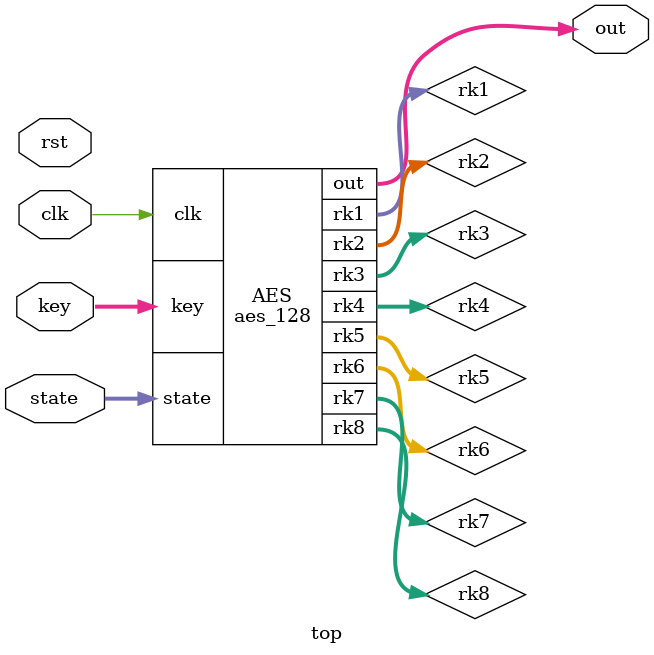
<source format=v>
/* Generated by Yosys 0.31+1 (git sha1 83c9261d6, x86_64-w64-mingw32-g++ 9.2.1 -Os) */

(* src = "table.v:64.1-328.10" *)
module S(clk, in, out);
  wire [7:0] _0000_;
  (* src = "table.v:69.5-327.12" *)
  wire [7:0] _0001_;
  wire _0002_;
  wire _0003_;
  wire _0004_;
  wire _0005_;
  wire _0006_;
  wire _0007_;
  wire _0008_;
  wire _0009_;
  (* src = "table.v:66.17-66.19" *)
  wire _0010_;
  (* src = "table.v:66.17-66.19" *)
  wire _0011_;
  (* src = "table.v:66.17-66.19" *)
  wire _0012_;
  (* src = "table.v:66.17-66.19" *)
  wire _0013_;
  (* src = "table.v:66.17-66.19" *)
  wire _0014_;
  (* src = "table.v:66.17-66.19" *)
  wire _0015_;
  (* src = "table.v:66.17-66.19" *)
  wire _0016_;
  (* src = "table.v:66.17-66.19" *)
  wire _0017_;
  wire _0018_;
  wire _0019_;
  wire _0020_;
  wire _0021_;
  wire _0022_;
  wire _0023_;
  wire _0024_;
  wire _0025_;
  wire _0026_;
  wire _0027_;
  wire _0028_;
  wire _0029_;
  wire _0030_;
  wire _0031_;
  wire _0032_;
  wire _0033_;
  wire _0034_;
  wire _0035_;
  wire _0036_;
  wire _0037_;
  wire _0038_;
  wire _0039_;
  wire _0040_;
  wire _0041_;
  wire _0042_;
  wire _0043_;
  wire _0044_;
  wire _0045_;
  wire _0046_;
  wire _0047_;
  wire _0048_;
  wire _0049_;
  wire _0050_;
  wire _0051_;
  wire _0052_;
  wire _0053_;
  wire _0054_;
  wire _0055_;
  wire _0056_;
  wire _0057_;
  wire _0058_;
  wire _0059_;
  wire _0060_;
  wire _0061_;
  wire _0062_;
  wire _0063_;
  wire _0064_;
  wire _0065_;
  wire _0066_;
  wire _0067_;
  wire _0068_;
  wire _0069_;
  wire _0070_;
  wire _0071_;
  wire _0072_;
  wire _0073_;
  wire _0074_;
  wire _0075_;
  wire _0076_;
  wire _0077_;
  wire _0078_;
  wire _0079_;
  wire _0080_;
  wire _0081_;
  wire _0082_;
  wire _0083_;
  wire _0084_;
  wire _0085_;
  wire _0086_;
  wire _0087_;
  wire _0088_;
  wire _0089_;
  wire _0090_;
  wire _0091_;
  wire _0092_;
  wire _0093_;
  wire _0094_;
  wire _0095_;
  wire _0096_;
  wire _0097_;
  wire _0098_;
  wire _0099_;
  wire _0100_;
  wire _0101_;
  wire _0102_;
  wire _0103_;
  wire _0104_;
  wire _0105_;
  wire _0106_;
  wire _0107_;
  wire _0108_;
  wire _0109_;
  wire _0110_;
  wire _0111_;
  wire _0112_;
  wire _0113_;
  wire _0114_;
  wire _0115_;
  wire _0116_;
  wire _0117_;
  wire _0118_;
  wire _0119_;
  wire _0120_;
  wire _0121_;
  wire _0122_;
  wire _0123_;
  wire _0124_;
  wire _0125_;
  wire _0126_;
  wire _0127_;
  wire _0128_;
  wire _0129_;
  wire _0130_;
  wire _0131_;
  wire _0132_;
  wire _0133_;
  wire _0134_;
  wire _0135_;
  wire _0136_;
  wire _0137_;
  wire _0138_;
  wire _0139_;
  wire _0140_;
  wire _0141_;
  wire _0142_;
  wire _0143_;
  wire _0144_;
  wire _0145_;
  wire _0146_;
  wire _0147_;
  wire _0148_;
  wire _0149_;
  wire _0150_;
  wire _0151_;
  wire _0152_;
  wire _0153_;
  wire _0154_;
  wire _0155_;
  wire _0156_;
  wire _0157_;
  wire _0158_;
  wire _0159_;
  wire _0160_;
  wire _0161_;
  wire _0162_;
  wire _0163_;
  wire _0164_;
  wire _0165_;
  wire _0166_;
  wire _0167_;
  wire _0168_;
  wire _0169_;
  wire _0170_;
  wire _0171_;
  wire _0172_;
  wire _0173_;
  wire _0174_;
  wire _0175_;
  wire _0176_;
  wire _0177_;
  wire _0178_;
  wire _0179_;
  wire _0180_;
  wire _0181_;
  wire _0182_;
  wire _0183_;
  wire _0184_;
  wire _0185_;
  wire _0186_;
  wire _0187_;
  wire _0188_;
  wire _0189_;
  wire _0190_;
  wire _0191_;
  wire _0192_;
  wire _0193_;
  wire _0194_;
  wire _0195_;
  wire _0196_;
  wire _0197_;
  wire _0198_;
  wire _0199_;
  wire _0200_;
  wire _0201_;
  wire _0202_;
  wire _0203_;
  wire _0204_;
  wire _0205_;
  wire _0206_;
  wire _0207_;
  wire _0208_;
  wire _0209_;
  wire _0210_;
  wire _0211_;
  wire _0212_;
  wire _0213_;
  wire _0214_;
  wire _0215_;
  wire _0216_;
  wire _0217_;
  wire _0218_;
  wire _0219_;
  wire _0220_;
  wire _0221_;
  wire _0222_;
  wire _0223_;
  wire _0224_;
  wire _0225_;
  wire _0226_;
  wire _0227_;
  wire _0228_;
  wire _0229_;
  wire _0230_;
  wire _0231_;
  wire _0232_;
  wire _0233_;
  wire _0234_;
  wire _0235_;
  wire _0236_;
  wire _0237_;
  wire _0238_;
  wire _0239_;
  wire _0240_;
  wire _0241_;
  wire _0242_;
  wire _0243_;
  wire _0244_;
  wire _0245_;
  wire _0246_;
  wire _0247_;
  wire _0248_;
  wire _0249_;
  wire _0250_;
  wire _0251_;
  wire _0252_;
  wire _0253_;
  wire _0254_;
  wire _0255_;
  wire _0256_;
  wire _0257_;
  wire _0258_;
  wire _0259_;
  wire _0260_;
  wire _0261_;
  wire _0262_;
  wire _0263_;
  wire _0264_;
  wire _0265_;
  wire _0266_;
  wire _0267_;
  wire _0268_;
  wire _0269_;
  wire _0270_;
  wire _0271_;
  wire _0272_;
  wire _0273_;
  wire _0274_;
  wire _0275_;
  wire _0276_;
  wire _0277_;
  wire _0278_;
  wire _0279_;
  wire _0280_;
  wire _0281_;
  wire _0282_;
  wire _0283_;
  wire _0284_;
  wire _0285_;
  wire _0286_;
  wire _0287_;
  wire _0288_;
  wire _0289_;
  wire _0290_;
  wire _0291_;
  wire _0292_;
  wire _0293_;
  wire _0294_;
  wire _0295_;
  wire _0296_;
  wire _0297_;
  wire _0298_;
  wire _0299_;
  wire _0300_;
  wire _0301_;
  wire _0302_;
  wire _0303_;
  wire _0304_;
  wire _0305_;
  wire _0306_;
  wire _0307_;
  wire _0308_;
  wire _0309_;
  wire _0310_;
  wire _0311_;
  wire _0312_;
  wire _0313_;
  wire _0314_;
  wire _0315_;
  wire _0316_;
  wire _0317_;
  wire _0318_;
  wire _0319_;
  wire _0320_;
  wire _0321_;
  wire _0322_;
  wire _0323_;
  wire _0324_;
  wire _0325_;
  wire _0326_;
  wire _0327_;
  wire _0328_;
  wire _0329_;
  wire _0330_;
  wire _0331_;
  wire _0332_;
  wire _0333_;
  wire _0334_;
  wire _0335_;
  wire _0336_;
  wire _0337_;
  wire _0338_;
  wire _0339_;
  wire _0340_;
  wire _0341_;
  wire _0342_;
  wire _0343_;
  wire _0344_;
  wire _0345_;
  wire _0346_;
  wire _0347_;
  wire _0348_;
  wire _0349_;
  wire _0350_;
  wire _0351_;
  wire _0352_;
  wire _0353_;
  wire _0354_;
  wire _0355_;
  wire _0356_;
  wire _0357_;
  wire _0358_;
  wire _0359_;
  wire _0360_;
  wire _0361_;
  wire _0362_;
  wire _0363_;
  wire _0364_;
  wire _0365_;
  wire _0366_;
  wire _0367_;
  wire _0368_;
  wire _0369_;
  wire _0370_;
  wire _0371_;
  wire _0372_;
  wire _0373_;
  wire _0374_;
  wire _0375_;
  wire _0376_;
  wire _0377_;
  wire _0378_;
  wire _0379_;
  wire _0380_;
  wire _0381_;
  wire _0382_;
  wire _0383_;
  wire _0384_;
  wire _0385_;
  wire _0386_;
  wire _0387_;
  wire _0388_;
  wire _0389_;
  wire _0390_;
  wire _0391_;
  wire _0392_;
  wire _0393_;
  wire _0394_;
  wire _0395_;
  wire _0396_;
  wire _0397_;
  wire _0398_;
  wire _0399_;
  wire _0400_;
  wire _0401_;
  wire _0402_;
  wire _0403_;
  wire _0404_;
  wire _0405_;
  wire [7:0] _0406_;
  wire _0407_;
  wire _0408_;
  wire _0409_;
  wire _0410_;
  wire _0411_;
  wire _0412_;
  wire _0413_;
  wire _0414_;
  wire [7:0] _0415_;
  wire [7:0] _0416_;
  wire [7:0] _0417_;
  wire [7:0] _0418_;
  wire [7:0] _0419_;
  wire [7:0] _0420_;
  wire [7:0] _0421_;
  wire [7:0] _0422_;
  wire [7:0] _0423_;
  wire [7:0] _0424_;
  wire [7:0] _0425_;
  wire [7:0] _0426_;
  wire [7:0] _0427_;
  wire [7:0] _0428_;
  wire [7:0] _0429_;
  wire [7:0] _0430_;
  wire [7:0] _0431_;
  wire [7:0] _0432_;
  wire [7:0] _0433_;
  wire [7:0] _0434_;
  wire [7:0] _0435_;
  wire [7:0] _0436_;
  wire [7:0] _0437_;
  wire [7:0] _0438_;
  wire [7:0] _0439_;
  wire [7:0] _0440_;
  wire [7:0] _0441_;
  wire [7:0] _0442_;
  wire [7:0] _0443_;
  wire [7:0] _0444_;
  wire [7:0] _0445_;
  wire [7:0] _0446_;
  wire [7:0] _0447_;
  wire [7:0] _0448_;
  wire [7:0] _0449_;
  wire [7:0] _0450_;
  wire [7:0] _0451_;
  wire [7:0] _0452_;
  wire [7:0] _0453_;
  wire [7:0] _0454_;
  wire [7:0] _0455_;
  wire [7:0] _0456_;
  wire [7:0] _0457_;
  wire [7:0] _0458_;
  wire [7:0] _0459_;
  wire [7:0] _0460_;
  wire [7:0] _0461_;
  wire [7:0] _0462_;
  wire [7:0] _0463_;
  wire [7:0] _0464_;
  wire [7:0] _0465_;
  wire [7:0] _0466_;
  wire [7:0] _0467_;
  wire [7:0] _0468_;
  wire [7:0] _0469_;
  wire [7:0] _0470_;
  wire [7:0] _0471_;
  wire [7:0] _0472_;
  wire [7:0] _0473_;
  wire [7:0] _0474_;
  wire [7:0] _0475_;
  wire [7:0] _0476_;
  wire [7:0] _0477_;
  wire [7:0] _0478_;
  wire [7:0] _0479_;
  wire [7:0] _0480_;
  wire [7:0] _0481_;
  wire [7:0] _0482_;
  wire [7:0] _0483_;
  wire [7:0] _0484_;
  wire [7:0] _0485_;
  wire [7:0] _0486_;
  wire [7:0] _0487_;
  wire [7:0] _0488_;
  wire [7:0] _0489_;
  wire [7:0] _0490_;
  wire [7:0] _0491_;
  wire [7:0] _0492_;
  wire [7:0] _0493_;
  wire [7:0] _0494_;
  wire [7:0] _0495_;
  wire [7:0] _0496_;
  wire [7:0] _0497_;
  wire [7:0] _0498_;
  wire [7:0] _0499_;
  wire [7:0] _0500_;
  wire [7:0] _0501_;
  wire [7:0] _0502_;
  wire [7:0] _0503_;
  wire [7:0] _0504_;
  wire [7:0] _0505_;
  wire [7:0] _0506_;
  wire [7:0] _0507_;
  wire [7:0] _0508_;
  wire [7:0] _0509_;
  wire [7:0] _0510_;
  wire [7:0] _0511_;
  wire [7:0] _0512_;
  wire [7:0] _0513_;
  wire [7:0] _0514_;
  wire [7:0] _0515_;
  wire [7:0] _0516_;
  wire [7:0] _0517_;
  wire [7:0] _0518_;
  wire [7:0] _0519_;
  wire [7:0] _0520_;
  wire [7:0] _0521_;
  wire [7:0] _0522_;
  wire [7:0] _0523_;
  wire [7:0] _0524_;
  wire [7:0] _0525_;
  wire [7:0] _0526_;
  wire [7:0] _0527_;
  wire [7:0] _0528_;
  wire [7:0] _0529_;
  wire [7:0] _0530_;
  wire [7:0] _0531_;
  wire [7:0] _0532_;
  wire [7:0] _0533_;
  wire [7:0] _0534_;
  wire [7:0] _0535_;
  wire [7:0] _0536_;
  wire [7:0] _0537_;
  wire [7:0] _0538_;
  wire [7:0] _0539_;
  wire [7:0] _0540_;
  wire [7:0] _0541_;
  wire [7:0] _0542_;
  wire [7:0] _0543_;
  wire [7:0] _0544_;
  wire [7:0] _0545_;
  wire [7:0] _0546_;
  wire [7:0] _0547_;
  wire [7:0] _0548_;
  wire [7:0] _0549_;
  wire [7:0] _0550_;
  wire [7:0] _0551_;
  wire [7:0] _0552_;
  wire [7:0] _0553_;
  wire [7:0] _0554_;
  wire [7:0] _0555_;
  wire [7:0] _0556_;
  wire [7:0] _0557_;
  wire [7:0] _0558_;
  wire [7:0] _0559_;
  wire [7:0] _0560_;
  wire [7:0] _0561_;
  wire [7:0] _0562_;
  wire [7:0] _0563_;
  wire [7:0] _0564_;
  wire [7:0] _0565_;
  wire [7:0] _0566_;
  wire [7:0] _0567_;
  wire [7:0] _0568_;
  wire [7:0] _0569_;
  wire [7:0] _0570_;
  wire [7:0] _0571_;
  wire [7:0] _0572_;
  wire [7:0] _0573_;
  wire [7:0] _0574_;
  wire [7:0] _0575_;
  wire [7:0] _0576_;
  wire [7:0] _0577_;
  wire [7:0] _0578_;
  wire [7:0] _0579_;
  wire [7:0] _0580_;
  wire [7:0] _0581_;
  wire [7:0] _0582_;
  wire [7:0] _0583_;
  wire [7:0] _0584_;
  wire [7:0] _0585_;
  wire [7:0] _0586_;
  wire [7:0] _0587_;
  wire [7:0] _0588_;
  wire [7:0] _0589_;
  wire [7:0] _0590_;
  wire [7:0] _0591_;
  wire [7:0] _0592_;
  wire [7:0] _0593_;
  wire [7:0] _0594_;
  wire [7:0] _0595_;
  wire [7:0] _0596_;
  wire [7:0] _0597_;
  wire [7:0] _0598_;
  wire [7:0] _0599_;
  wire [7:0] _0600_;
  wire [7:0] _0601_;
  wire [7:0] _0602_;
  wire [7:0] _0603_;
  wire [7:0] _0604_;
  wire [7:0] _0605_;
  wire [7:0] _0606_;
  wire [7:0] _0607_;
  wire [7:0] _0608_;
  wire [7:0] _0609_;
  wire [7:0] _0610_;
  wire [7:0] _0611_;
  wire [7:0] _0612_;
  wire [7:0] _0613_;
  wire [7:0] _0614_;
  wire [7:0] _0615_;
  wire [7:0] _0616_;
  wire [7:0] _0617_;
  wire [7:0] _0618_;
  wire [7:0] _0619_;
  wire [7:0] _0620_;
  wire [7:0] _0621_;
  wire [7:0] _0622_;
  wire [7:0] _0623_;
  wire [7:0] _0624_;
  wire [7:0] _0625_;
  wire [7:0] _0626_;
  wire [7:0] _0627_;
  wire [7:0] _0628_;
  wire [7:0] _0629_;
  wire [7:0] _0630_;
  wire [7:0] _0631_;
  wire [7:0] _0632_;
  wire [7:0] _0633_;
  wire [7:0] _0634_;
  wire [7:0] _0635_;
  wire [7:0] _0636_;
  wire [7:0] _0637_;
  wire [7:0] _0638_;
  wire [7:0] _0639_;
  wire [7:0] _0640_;
  wire [7:0] _0641_;
  wire [7:0] _0642_;
  wire [7:0] _0643_;
  wire [7:0] _0644_;
  wire [7:0] _0645_;
  wire [7:0] _0646_;
  wire [7:0] _0647_;
  wire [7:0] _0648_;
  wire [7:0] _0649_;
  wire [7:0] _0650_;
  wire [7:0] _0651_;
  wire [7:0] _0652_;
  wire [7:0] _0653_;
  wire [7:0] _0654_;
  wire [7:0] _0655_;
  wire [7:0] _0656_;
  wire [7:0] _0657_;
  wire [7:0] _0658_;
  wire [7:0] _0659_;
  wire [7:0] _0660_;
  wire [7:0] _0661_;
  wire [7:0] _0662_;
  wire [7:0] _0663_;
  wire [7:0] _0664_;
  wire [7:0] _0665_;
  wire [7:0] _0666_;
  wire [7:0] _0667_;
  wire [7:0] _0668_;
  wire [7:0] _0669_;
  wire [7:0] _0670_;
  wire [7:0] _0671_;
  wire [7:0] _0672_;
  wire [7:0] _0673_;
  wire [7:0] _0674_;
  wire [7:0] _0675_;
  wire [7:0] _0676_;
  wire [7:0] _0677_;
  wire [7:0] _0678_;
  wire [7:0] _0679_;
  wire [7:0] _0680_;
  wire [7:0] _0681_;
  wire [7:0] _0682_;
  wire [7:0] _0683_;
  wire [7:0] _0684_;
  wire [7:0] _0685_;
  wire [7:0] _0686_;
  wire [7:0] _0687_;
  wire [7:0] _0688_;
  wire [7:0] _0689_;
  wire [7:0] _0690_;
  wire [7:0] _0691_;
  wire [7:0] _0692_;
  wire [7:0] _0693_;
  wire [7:0] _0694_;
  wire [7:0] _0695_;
  wire [7:0] _0696_;
  wire [7:0] _0697_;
  wire [7:0] _0698_;
  wire [7:0] _0699_;
  wire [7:0] _0700_;
  wire [7:0] _0701_;
  wire [7:0] _0702_;
  wire [7:0] _0703_;
  wire [7:0] _0704_;
  wire [7:0] _0705_;
  wire [7:0] _0706_;
  wire [7:0] _0707_;
  wire [7:0] _0708_;
  wire [7:0] _0709_;
  wire [7:0] _0710_;
  wire [7:0] _0711_;
  wire [7:0] _0712_;
  wire [7:0] _0713_;
  wire [7:0] _0714_;
  wire [7:0] _0715_;
  wire [7:0] _0716_;
  wire [7:0] _0717_;
  wire [7:0] _0718_;
  wire [7:0] _0719_;
  wire [7:0] _0720_;
  wire [7:0] _0721_;
  wire [7:0] _0722_;
  wire [7:0] _0723_;
  wire [7:0] _0724_;
  wire [7:0] _0725_;
  wire [7:0] _0726_;
  wire [7:0] _0727_;
  wire [7:0] _0728_;
  wire [7:0] _0729_;
  wire [7:0] _0730_;
  wire [7:0] _0731_;
  wire [7:0] _0732_;
  wire [7:0] _0733_;
  wire [7:0] _0734_;
  wire [7:0] _0735_;
  wire [7:0] _0736_;
  wire [7:0] _0737_;
  wire [7:0] _0738_;
  wire [7:0] _0739_;
  wire [7:0] _0740_;
  wire [7:0] _0741_;
  wire [7:0] _0742_;
  wire [7:0] _0743_;
  wire [7:0] _0744_;
  wire [7:0] _0745_;
  wire [7:0] _0746_;
  wire [7:0] _0747_;
  wire [7:0] _0748_;
  wire [7:0] _0749_;
  wire [7:0] _0750_;
  wire [7:0] _0751_;
  wire [7:0] _0752_;
  wire [7:0] _0753_;
  wire [7:0] _0754_;
  wire [7:0] _0755_;
  wire [7:0] _0756_;
  wire [7:0] _0757_;
  wire [7:0] _0758_;
  wire [7:0] _0759_;
  wire [7:0] _0760_;
  wire [7:0] _0761_;
  wire [7:0] _0762_;
  wire [7:0] _0763_;
  wire [7:0] _0764_;
  wire [7:0] _0765_;
  wire [7:0] _0766_;
  wire [7:0] _0767_;
  wire [7:0] _0768_;
  wire [7:0] _0769_;
  wire [7:0] _0770_;
  wire [7:0] _0771_;
  wire [7:0] _0772_;
  wire [7:0] _0773_;
  wire [7:0] _0774_;
  wire [7:0] _0775_;
  wire [7:0] _0776_;
  wire [7:0] _0777_;
  wire [7:0] _0778_;
  wire [7:0] _0779_;
  wire [7:0] _0780_;
  wire [7:0] _0781_;
  wire [7:0] _0782_;
  wire [7:0] _0783_;
  wire [7:0] _0784_;
  wire [7:0] _0785_;
  wire [7:0] _0786_;
  wire [7:0] _0787_;
  wire [7:0] _0788_;
  wire [7:0] _0789_;
  wire [7:0] _0790_;
  wire [7:0] _0791_;
  wire [7:0] _0792_;
  wire [7:0] _0793_;
  wire [7:0] _0794_;
  wire [7:0] _0795_;
  wire [7:0] _0796_;
  wire [7:0] _0797_;
  wire [7:0] _0798_;
  wire [7:0] _0799_;
  wire [7:0] _0800_;
  wire [7:0] _0801_;
  wire [7:0] _0802_;
  wire [7:0] _0803_;
  wire [7:0] _0804_;
  wire [7:0] _0805_;
  wire [7:0] _0806_;
  wire [7:0] _0807_;
  wire [7:0] _0808_;
  wire [7:0] _0809_;
  wire [7:0] _0810_;
  wire [7:0] _0811_;
  wire [7:0] _0812_;
  wire [7:0] _0813_;
  wire [7:0] _0814_;
  wire [7:0] _0815_;
  wire [7:0] _0816_;
  wire [7:0] _0817_;
  wire [7:0] _0818_;
  wire [7:0] _0819_;
  wire [7:0] _0820_;
  wire [7:0] _0821_;
  wire [7:0] _0822_;
  wire [7:0] _0823_;
  wire [7:0] _0824_;
  wire [7:0] _0825_;
  wire [7:0] _0826_;
  wire [7:0] _0827_;
  wire [7:0] _0828_;
  wire [7:0] _0829_;
  wire [7:0] _0830_;
  wire [7:0] _0831_;
  wire [7:0] _0832_;
  wire [7:0] _0833_;
  wire [7:0] _0834_;
  wire [7:0] _0835_;
  wire [7:0] _0836_;
  wire [7:0] _0837_;
  wire [7:0] _0838_;
  wire [7:0] _0839_;
  wire [7:0] _0840_;
  wire [7:0] _0841_;
  wire [7:0] _0842_;
  wire [7:0] _0843_;
  wire [7:0] _0844_;
  wire [7:0] _0845_;
  wire [7:0] _0846_;
  wire [7:0] _0847_;
  wire [7:0] _0848_;
  wire [7:0] _0849_;
  wire [7:0] _0850_;
  wire [7:0] _0851_;
  wire [7:0] _0852_;
  wire [7:0] _0853_;
  wire [7:0] _0854_;
  wire [7:0] _0855_;
  wire [7:0] _0856_;
  wire [7:0] _0857_;
  wire [7:0] _0858_;
  wire [7:0] _0859_;
  wire [7:0] _0860_;
  wire [7:0] _0861_;
  wire [7:0] _0862_;
  wire [7:0] _0863_;
  wire [7:0] _0864_;
  wire [7:0] _0865_;
  wire [7:0] _0866_;
  wire [7:0] _0867_;
  wire [7:0] _0868_;
  wire [7:0] _0869_;
  wire [7:0] _0870_;
  wire [7:0] _0871_;
  wire [7:0] _0872_;
  wire [7:0] _0873_;
  wire [7:0] _0874_;
  wire [7:0] _0875_;
  wire [7:0] _0876_;
  wire [7:0] _0877_;
  wire [7:0] _0878_;
  wire [7:0] _0879_;
  wire [7:0] _0880_;
  wire [7:0] _0881_;
  wire [7:0] _0882_;
  wire [7:0] _0883_;
  wire [7:0] _0884_;
  wire [7:0] _0885_;
  wire [7:0] _0886_;
  wire [7:0] _0887_;
  wire [7:0] _0888_;
  wire [7:0] _0889_;
  wire [7:0] _0890_;
  wire [7:0] _0891_;
  wire [7:0] _0892_;
  wire [7:0] _0893_;
  wire [7:0] _0894_;
  wire [7:0] _0895_;
  wire [7:0] _0896_;
  wire [7:0] _0897_;
  wire [7:0] _0898_;
  wire [7:0] _0899_;
  wire [7:0] _0900_;
  wire [7:0] _0901_;
  wire [7:0] _0902_;
  wire [7:0] _0903_;
  wire [7:0] _0904_;
  wire [7:0] _0905_;
  wire [7:0] _0906_;
  wire [7:0] _0907_;
  wire [7:0] _0908_;
  wire [7:0] _0909_;
  wire [7:0] _0910_;
  wire [7:0] _0911_;
  wire [7:0] _0912_;
  wire [7:0] _0913_;
  wire [7:0] _0914_;
  wire [7:0] _0915_;
  wire [7:0] _0916_;
  wire [7:0] _0917_;
  wire [7:0] _0918_;
  wire [7:0] _0919_;
  wire [7:0] _0920_;
  wire [7:0] _0921_;
  wire [7:0] _0922_;
  wire [7:0] _0923_;
  wire [7:0] _0924_;
  (* src = "table.v:65.11-65.14" *)
  input clk;
  wire clk;
  (* src = "table.v:66.17-66.19" *)
  input [7:0] in;
  wire [7:0] in;
  (* src = "table.v:67.22-67.25" *)
  output [7:0] out;
  wire [7:0] out;
  iv1v0x05 _0925_ (
    .a(_0013_),
    .z(_0096_)
  );
  iv1v0x05 _0926_ (
    .a(_0014_),
    .z(_0107_)
  );
  iv1v0x05 _0927_ (
    .a(_0015_),
    .z(_0118_)
  );
  iv1v0x05 _0928_ (
    .a(_0010_),
    .z(_0129_)
  );
  iv1v0x05 _0929_ (
    .a(_0012_),
    .z(_0139_)
  );
  iv1v0x05 _0930_ (
    .a(_0011_),
    .z(_0150_)
  );
  aoi21a2v0x05 _0931_ (
    .a1(_0011_),
    .a2(_0010_),
    .b(_0012_),
    .z(_0161_)
  );
  oai21a2bv0x05 _0932_ (
    .a1(_0010_),
    .a2(_0011_),
    .b(_0012_),
    .z(_0172_)
  );
  an2v0x05 _0933_ (
    .a(_0012_),
    .b(_0011_),
    .z(_0183_)
  );
  nd2v0x05 _0934_ (
    .a(_0012_),
    .b(_0011_),
    .z(_0193_)
  );
  nd2v0x05 _0935_ (
    .a(_0172_),
    .b(_0193_),
    .z(_0204_)
  );
  an2v0x05 _0936_ (
    .a(_0010_),
    .b(_0011_),
    .z(_0215_)
  );
  nd2v0x05 _0937_ (
    .a(_0010_),
    .b(_0011_),
    .z(_0226_)
  );
  xor2v0x05 _0938_ (
    .a(_0010_),
    .b(_0011_),
    .z(_0236_)
  );
  xnr2v0x05 _0939_ (
    .a(_0010_),
    .b(_0011_),
    .z(_0247_)
  );
  xnai21v2x05 _0940_ (
    .a1(_0010_),
    .a2(_0011_),
    .b(_0012_),
    .z(_0258_)
  );
  nr3v0x05 _0941_ (
    .a(_0010_),
    .b(_0012_),
    .c(_0011_),
    .z(_0269_)
  );
  or3v0x05 _0942_ (
    .a(_0010_),
    .b(_0012_),
    .c(_0011_),
    .z(_0279_)
  );
  nd2v0x05 _0943_ (
    .a(_0258_),
    .b(_0279_),
    .z(_0290_)
  );
  mxn2v0x05 _0944_ (
    .a0(_0204_),
    .a1(_0290_),
    .s(_0096_),
    .z(_0301_)
  );
  nd2v0x05 _0945_ (
    .a(_0012_),
    .b(_0236_),
    .z(_0311_)
  );
  aoi21v0x05 _0946_ (
    .a1(_0012_),
    .a2(_0236_),
    .b(_0161_),
    .z(_0322_)
  );
  nd2v0x05 _0947_ (
    .a(_0013_),
    .b(_0193_),
    .z(_0333_)
  );
  oai211v0x05 _0948_ (
    .a1(_0013_),
    .a2(_0322_),
    .b(_0333_),
    .c(_0014_),
    .z(_0344_)
  );
  nd2av0x05 _0949_ (
    .a(_0011_),
    .b(_0010_),
    .z(_0347_)
  );
  nr3abv0x05 _0950_ (
    .a(_0010_),
    .b(_0012_),
    .c(_0011_),
    .z(_0348_)
  );
  nd3av0x05 _0951_ (
    .a(_0011_),
    .b(_0012_),
    .c(_0010_),
    .z(_0349_)
  );
  oai21v0x05 _0952_ (
    .a1(_0269_),
    .a2(_0348_),
    .b(_0013_),
    .z(_0350_)
  );
  oai21v0x05 _0953_ (
    .a1(_0010_),
    .a2(_0011_),
    .b(_0012_),
    .z(_0351_)
  );
  nd2av0x05 _0954_ (
    .a(_0351_),
    .b(_0096_),
    .z(_0352_)
  );
  nd3v0x05 _0955_ (
    .a(_0014_),
    .b(_0350_),
    .c(_0352_),
    .z(_0353_)
  );
  nr3abv0x05 _0956_ (
    .a(_0010_),
    .b(_0011_),
    .c(_0012_),
    .z(_0354_)
  );
  nd3av0x05 _0957_ (
    .a(_0012_),
    .b(_0011_),
    .c(_0010_),
    .z(_0355_)
  );
  aoi21a2bv0x05 _0958_ (
    .a1(_0011_),
    .a2(_0010_),
    .b(_0012_),
    .z(_0356_)
  );
  oai21a2v0x05 _0959_ (
    .a1(_0010_),
    .a2(_0011_),
    .b(_0012_),
    .z(_0357_)
  );
  oai21v0x05 _0960_ (
    .a1(_0354_),
    .a2(_0356_),
    .b(_0013_),
    .z(_0358_)
  );
  oai211v0x05 _0961_ (
    .a1(_0013_),
    .a2(_0011_),
    .b(_0358_),
    .c(_0107_),
    .z(_0359_)
  );
  nd2v0x05 _0962_ (
    .a(_0353_),
    .b(_0359_),
    .z(_0360_)
  );
  oai21v0x05 _0963_ (
    .a1(_0014_),
    .a2(_0301_),
    .b(_0344_),
    .z(_0361_)
  );
  mxi2v0x05 _0964_ (
    .a0(_0361_),
    .a1(_0360_),
    .s(_0016_),
    .z(_0362_)
  );
  nd2av0x05 _0965_ (
    .a(_0012_),
    .b(_0010_),
    .z(_0363_)
  );
  aoi21v0x05 _0966_ (
    .a1(_0013_),
    .a2(_0010_),
    .b(_0011_),
    .z(_0364_)
  );
  aoi21a2v0x05 _0967_ (
    .a1(_0363_),
    .a2(_0364_),
    .b(_0014_),
    .z(_0365_)
  );
  nr2v0x05 _0968_ (
    .a(_0010_),
    .b(_0012_),
    .z(_0366_)
  );
  nd3v0x05 _0969_ (
    .a(_0010_),
    .b(_0012_),
    .c(_0011_),
    .z(_0367_)
  );
  aoi112v0x05 _0970_ (
    .a(_0013_),
    .b(_0366_),
    .c1(_0215_),
    .c2(_0012_),
    .z(_0368_)
  );
  nd3abv0x05 _0971_ (
    .a(_0010_),
    .b(_0011_),
    .c(_0012_),
    .z(_0369_)
  );
  nd2v0x05 _0972_ (
    .a(_0172_),
    .b(_0369_),
    .z(_0370_)
  );
  aoi112v0x05 _0973_ (
    .a(_0107_),
    .b(_0368_),
    .c1(_0370_),
    .c2(_0013_),
    .z(_0371_)
  );
  oai21v0x05 _0974_ (
    .a1(_0365_),
    .a2(_0371_),
    .b(_0016_),
    .z(_0372_)
  );
  aoi21a2v0x05 _0975_ (
    .a1(_0010_),
    .a2(_0011_),
    .b(_0012_),
    .z(_0373_)
  );
  oai21a2bv0x05 _0976_ (
    .a1(_0011_),
    .a2(_0010_),
    .b(_0012_),
    .z(_0374_)
  );
  nr3av0x05 _0977_ (
    .a(_0010_),
    .b(_0012_),
    .c(_0011_),
    .z(_0375_)
  );
  nd3abv0x05 _0978_ (
    .a(_0012_),
    .b(_0011_),
    .c(_0010_),
    .z(_0376_)
  );
  aoi21v0x05 _0979_ (
    .a1(_0193_),
    .a2(_0376_),
    .b(_0013_),
    .z(_0377_)
  );
  nr2v0x05 _0980_ (
    .a(_0012_),
    .b(_0011_),
    .z(_0378_)
  );
  or2v0x05 _0981_ (
    .a(_0012_),
    .b(_0011_),
    .z(_0379_)
  );
  aoi21a2v0x05 _0982_ (
    .a1(_0379_),
    .a2(_0333_),
    .b(_0377_),
    .z(_0380_)
  );
  aoi21v0x05 _0983_ (
    .a1(_0258_),
    .a2(_0355_),
    .b(_0096_),
    .z(_0381_)
  );
  aoi21a2v0x05 _0984_ (
    .a1(_0096_),
    .a2(_0363_),
    .b(_0381_),
    .z(_0382_)
  );
  mxn2v0x05 _0985_ (
    .a0(_0380_),
    .a1(_0382_),
    .s(_0014_),
    .z(_0383_)
  );
  oai21v0x05 _0986_ (
    .a1(_0016_),
    .a2(_0383_),
    .b(_0372_),
    .z(_0384_)
  );
  mxi2v0x05 _0987_ (
    .a0(_0384_),
    .a1(_0362_),
    .s(_0017_),
    .z(_0385_)
  );
  nr2v0x05 _0988_ (
    .a(_0013_),
    .b(_0373_),
    .z(_0386_)
  );
  nd3v0x05 _0989_ (
    .a(_0013_),
    .b(_0357_),
    .c(_0379_),
    .z(_0387_)
  );
  nd2v0x05 _0990_ (
    .a(_0014_),
    .b(_0387_),
    .z(_0388_)
  );
  nd2v0x05 _0991_ (
    .a(_0010_),
    .b(_0012_),
    .z(_0389_)
  );
  aoi21v0x05 _0992_ (
    .a1(_0010_),
    .a2(_0012_),
    .b(_0013_),
    .z(_0390_)
  );
  nr2v0x05 _0993_ (
    .a(_0012_),
    .b(_0236_),
    .z(_0391_)
  );
  nd2av0x05 _0994_ (
    .a(_0010_),
    .b(_0012_),
    .z(_0392_)
  );
  oai21v0x05 _0995_ (
    .a1(_0012_),
    .a2(_0247_),
    .b(_0390_),
    .z(_0393_)
  );
  oai21v0x05 _0996_ (
    .a1(_0356_),
    .a2(_0366_),
    .b(_0013_),
    .z(_0394_)
  );
  an2v0x05 _0997_ (
    .a(_0393_),
    .b(_0394_),
    .z(_0395_)
  );
  oai22v0x05 _0998_ (
    .a1(_0386_),
    .a2(_0388_),
    .b1(_0395_),
    .b2(_0014_),
    .z(_0396_)
  );
  nd3v0x05 _0999_ (
    .a(_0096_),
    .b(_0367_),
    .c(_0376_),
    .z(_0397_)
  );
  oai21v0x05 _1000_ (
    .a1(_0012_),
    .a2(_0215_),
    .b(_0013_),
    .z(_0398_)
  );
  oai211v0x05 _1001_ (
    .a1(_0012_),
    .a2(_0215_),
    .b(_0369_),
    .c(_0013_),
    .z(_0399_)
  );
  aoi21v0x05 _1002_ (
    .a1(_0397_),
    .a2(_0399_),
    .b(_0014_),
    .z(_0400_)
  );
  oai21v0x05 _1003_ (
    .a1(_0348_),
    .a2(_0366_),
    .b(_0013_),
    .z(_0401_)
  );
  aoi31v0x05 _1004_ (
    .a1(_0014_),
    .a2(_0393_),
    .a3(_0401_),
    .b(_0400_),
    .z(_0402_)
  );
  mxn2v0x05 _1005_ (
    .a0(_0396_),
    .a1(_0402_),
    .s(_0016_),
    .z(_0403_)
  );
  oai21v0x05 _1006_ (
    .a1(_0183_),
    .a2(_0375_),
    .b(_0013_),
    .z(_0404_)
  );
  oai21v0x05 _1007_ (
    .a1(_0013_),
    .a2(_0375_),
    .b(_0404_),
    .z(_0405_)
  );
  nd3abv0x05 _1008_ (
    .a(_0010_),
    .b(_0012_),
    .c(_0011_),
    .z(_0018_)
  );
  aoi21v0x05 _1009_ (
    .a1(_0357_),
    .a2(_0018_),
    .b(_0096_),
    .z(_0019_)
  );
  aoi31v0x05 _1010_ (
    .a1(_0013_),
    .a2(_0357_),
    .a3(_0018_),
    .b(_0014_),
    .z(_0020_)
  );
  oai211v0x05 _1011_ (
    .a1(_0013_),
    .a2(_0311_),
    .b(_0401_),
    .c(_0107_),
    .z(_0021_)
  );
  nd2av0x05 _1012_ (
    .a(_0012_),
    .b(_0011_),
    .z(_0022_)
  );
  nd2v0x05 _1013_ (
    .a(_0013_),
    .b(_0022_),
    .z(_0023_)
  );
  iv1v0x05 _1014_ (
    .a(_0023_),
    .z(_0024_)
  );
  an2v0x05 _1015_ (
    .a(_0172_),
    .b(_0389_),
    .z(_0025_)
  );
  oai21v0x05 _1016_ (
    .a1(_0013_),
    .a2(_0025_),
    .b(_0014_),
    .z(_0026_)
  );
  oai21v0x05 _1017_ (
    .a1(_0024_),
    .a2(_0026_),
    .b(_0021_),
    .z(_0027_)
  );
  aoi112v0x05 _1018_ (
    .a(_0016_),
    .b(_0020_),
    .c1(_0405_),
    .c2(_0014_),
    .z(_0028_)
  );
  aoi112v0x05 _1019_ (
    .a(_0017_),
    .b(_0028_),
    .c1(_0027_),
    .c2(_0016_),
    .z(_0029_)
  );
  aoi21v0x05 _1020_ (
    .a1(_0017_),
    .a2(_0403_),
    .b(_0029_),
    .z(_0030_)
  );
  mxi2v0x05 _1021_ (
    .a0(_0385_),
    .a1(_0030_),
    .s(_0118_),
    .z(_0008_)
  );
  aoi21v0x05 _1022_ (
    .a1(_0139_),
    .a2(_0236_),
    .b(_0096_),
    .z(_0031_)
  );
  oai21v0x05 _1023_ (
    .a1(_0012_),
    .a2(_0247_),
    .b(_0013_),
    .z(_0032_)
  );
  aoi21v0x05 _1024_ (
    .a1(_0010_),
    .a2(_0139_),
    .b(_0011_),
    .z(_0033_)
  );
  oai211v0x05 _1025_ (
    .a1(_0013_),
    .a2(_0033_),
    .b(_0032_),
    .c(_0014_),
    .z(_0034_)
  );
  oai21bv0x05 _1026_ (
    .a1(_0010_),
    .a2(_0011_),
    .b(_0012_),
    .z(_0035_)
  );
  nd3v0x05 _1027_ (
    .a(_0013_),
    .b(_0258_),
    .c(_0035_),
    .z(_0036_)
  );
  oai211v0x05 _1028_ (
    .a1(_0013_),
    .a2(_0354_),
    .b(_0036_),
    .c(_0107_),
    .z(_0037_)
  );
  nd2v0x05 _1029_ (
    .a(_0034_),
    .b(_0037_),
    .z(_0038_)
  );
  nr3abv0x05 _1030_ (
    .a(_0096_),
    .b(_0258_),
    .c(_0354_),
    .z(_0039_)
  );
  aoi31v0x05 _1031_ (
    .a1(_0013_),
    .a2(_0311_),
    .a3(_0374_),
    .b(_0039_),
    .z(_0040_)
  );
  nd2v0x05 _1032_ (
    .a(_0096_),
    .b(_0367_),
    .z(_0041_)
  );
  aon21bv0x05 _1033_ (
    .a1(_0013_),
    .a2(_0347_),
    .b(_0041_),
    .z(_0042_)
  );
  mxi2v0x05 _1034_ (
    .a0(_0040_),
    .a1(_0042_),
    .s(_0107_),
    .z(_0043_)
  );
  aoi21v0x05 _1035_ (
    .a1(_0389_),
    .a2(_0018_),
    .b(_0013_),
    .z(_0044_)
  );
  nd3abv0x05 _1036_ (
    .a(_0096_),
    .b(_0366_),
    .c(_0367_),
    .z(_0045_)
  );
  nd2av0x05 _1037_ (
    .a(_0044_),
    .b(_0045_),
    .z(_0046_)
  );
  aon21bv0x05 _1038_ (
    .a1(_0010_),
    .a2(_0011_),
    .b(_0012_),
    .z(_0047_)
  );
  oai21v0x05 _1039_ (
    .a1(_0096_),
    .a2(_0373_),
    .b(_0014_),
    .z(_0048_)
  );
  aoi31v0x05 _1040_ (
    .a1(_0096_),
    .a2(_0355_),
    .a3(_0047_),
    .b(_0048_),
    .z(_0049_)
  );
  aoi21v0x05 _1041_ (
    .a1(_0107_),
    .a2(_0046_),
    .b(_0049_),
    .z(_0050_)
  );
  an2v0x05 _1042_ (
    .a(_0096_),
    .b(_0258_),
    .z(_0051_)
  );
  nr3abv0x05 _1043_ (
    .a(_0107_),
    .b(_0401_),
    .c(_0051_),
    .z(_0052_)
  );
  nd3v0x05 _1044_ (
    .a(_0096_),
    .b(_0129_),
    .c(_0011_),
    .z(_0053_)
  );
  aoi31v0x05 _1045_ (
    .a1(_0014_),
    .a2(_0172_),
    .a3(_0053_),
    .b(_0052_),
    .z(_0054_)
  );
  mxn2v0x05 _1046_ (
    .a0(_0038_),
    .a1(_0054_),
    .s(_0016_),
    .z(_0055_)
  );
  mxi2v0x05 _1047_ (
    .a0(_0043_),
    .a1(_0050_),
    .s(_0016_),
    .z(_0056_)
  );
  mxi2v0x05 _1048_ (
    .a0(_0056_),
    .a1(_0055_),
    .s(_0017_),
    .z(_0057_)
  );
  aoi21v0x05 _1049_ (
    .a1(_0357_),
    .a2(_0376_),
    .b(_0013_),
    .z(_0058_)
  );
  aoi21v0x05 _1050_ (
    .a1(_0013_),
    .a2(_0025_),
    .b(_0058_),
    .z(_0059_)
  );
  aon21bv0x05 _1051_ (
    .a1(_0367_),
    .a2(_0376_),
    .b(_0013_),
    .z(_0060_)
  );
  aoi21v0x05 _1052_ (
    .a1(_0369_),
    .a2(_0379_),
    .b(_0013_),
    .z(_0061_)
  );
  nr3abv0x05 _1053_ (
    .a(_0012_),
    .b(_0011_),
    .c(_0010_),
    .z(_0062_)
  );
  or2v0x05 _1054_ (
    .a(_0354_),
    .b(_0062_),
    .z(_0063_)
  );
  nr3v0x05 _1055_ (
    .a(_0013_),
    .b(_0354_),
    .c(_0356_),
    .z(_0064_)
  );
  aoi112v0x05 _1056_ (
    .a(_0014_),
    .b(_0061_),
    .c1(_0063_),
    .c2(_0013_),
    .z(_0065_)
  );
  aoi21v0x05 _1057_ (
    .a1(_0014_),
    .a2(_0059_),
    .b(_0065_),
    .z(_0066_)
  );
  oai21v0x05 _1058_ (
    .a1(_0373_),
    .a2(_0041_),
    .b(_0060_),
    .z(_0067_)
  );
  aoi112v0x05 _1059_ (
    .a(_0014_),
    .b(_0064_),
    .c1(_0011_),
    .c2(_0013_),
    .z(_0068_)
  );
  aoi21v0x05 _1060_ (
    .a1(_0014_),
    .a2(_0067_),
    .b(_0068_),
    .z(_0069_)
  );
  mxi2v0x05 _1061_ (
    .a0(_0069_),
    .a1(_0066_),
    .s(_0016_),
    .z(_0070_)
  );
  nd2v0x05 _1062_ (
    .a(_0172_),
    .b(_0047_),
    .z(_0071_)
  );
  mxi2v0x05 _1063_ (
    .a0(_0389_),
    .a1(_0071_),
    .s(_0096_),
    .z(_0072_)
  );
  nd2av0x05 _1064_ (
    .a(_0018_),
    .b(_0096_),
    .z(_0073_)
  );
  nr3v0x05 _1065_ (
    .a(_0013_),
    .b(_0183_),
    .c(_0375_),
    .z(_0074_)
  );
  aon21bv0x05 _1066_ (
    .a1(_0013_),
    .a2(_0322_),
    .b(_0014_),
    .z(_0075_)
  );
  aoi21a2v0x05 _1067_ (
    .a1(_0035_),
    .a2(_0062_),
    .b(_0013_),
    .z(_0076_)
  );
  aoi21v0x05 _1068_ (
    .a1(_0013_),
    .a2(_0010_),
    .b(_0076_),
    .z(_0077_)
  );
  oai22v0x05 _1069_ (
    .a1(_0074_),
    .a2(_0075_),
    .b1(_0077_),
    .b2(_0014_),
    .z(_0078_)
  );
  aon21bv0x05 _1070_ (
    .a1(_0398_),
    .a2(_0073_),
    .b(_0014_),
    .z(_0079_)
  );
  oai21v0x05 _1071_ (
    .a1(_0014_),
    .a2(_0072_),
    .b(_0079_),
    .z(_0080_)
  );
  mxi2v0x05 _1072_ (
    .a0(_0080_),
    .a1(_0078_),
    .s(_0016_),
    .z(_0081_)
  );
  mxn2v0x05 _1073_ (
    .a0(_0081_),
    .a1(_0070_),
    .s(_0017_),
    .z(_0082_)
  );
  mxi2v0x05 _1074_ (
    .a0(_0057_),
    .a1(_0082_),
    .s(_0015_),
    .z(_0007_)
  );
  aoi21v0x05 _1075_ (
    .a1(_0139_),
    .a2(_0247_),
    .b(_0062_),
    .z(_0083_)
  );
  oai211v0x05 _1076_ (
    .a1(_0013_),
    .a2(_0083_),
    .b(_0045_),
    .c(_0107_),
    .z(_0084_)
  );
  aoi112v0x05 _1077_ (
    .a(_0107_),
    .b(_0035_),
    .c1(_0226_),
    .c2(_0013_),
    .z(_0085_)
  );
  nd3abv0x05 _1078_ (
    .a(_0085_),
    .b(_0118_),
    .c(_0084_),
    .z(_0086_)
  );
  aoi21v0x05 _1079_ (
    .a1(_0351_),
    .a2(_0379_),
    .b(_0013_),
    .z(_0087_)
  );
  nr2v0x05 _1080_ (
    .a(_0388_),
    .b(_0087_),
    .z(_0088_)
  );
  aoi21v0x05 _1081_ (
    .a1(_0355_),
    .a2(_0392_),
    .b(_0013_),
    .z(_0089_)
  );
  aoi112v0x05 _1082_ (
    .a(_0014_),
    .b(_0089_),
    .c1(_0139_),
    .c2(_0013_),
    .z(_0090_)
  );
  oai31v0x05 _1083_ (
    .a1(_0015_),
    .a2(_0088_),
    .a3(_0090_),
    .b(_0086_),
    .z(_0091_)
  );
  nr2v0x05 _1084_ (
    .a(_0013_),
    .b(_0369_),
    .z(_0092_)
  );
  nd2av0x05 _1085_ (
    .a(_0013_),
    .b(_0010_),
    .z(_0093_)
  );
  aoi21v0x05 _1086_ (
    .a1(_0129_),
    .a2(_0022_),
    .b(_0013_),
    .z(_0094_)
  );
  nd3v0x05 _1087_ (
    .a(_0013_),
    .b(_0392_),
    .c(_0022_),
    .z(_0095_)
  );
  nd3abv0x05 _1088_ (
    .a(_0014_),
    .b(_0094_),
    .c(_0095_),
    .z(_0097_)
  );
  oai211v0x05 _1089_ (
    .a1(_0048_),
    .a2(_0092_),
    .b(_0097_),
    .c(_0015_),
    .z(_0098_)
  );
  aoi21v0x05 _1090_ (
    .a1(_0349_),
    .a2(_0035_),
    .b(_0096_),
    .z(_0099_)
  );
  aoi21v0x05 _1091_ (
    .a1(_0379_),
    .a2(_0392_),
    .b(_0013_),
    .z(_0100_)
  );
  nr3v0x05 _1092_ (
    .a(_0014_),
    .b(_0099_),
    .c(_0100_),
    .z(_0101_)
  );
  nr2v0x05 _1093_ (
    .a(_0096_),
    .b(_0033_),
    .z(_0102_)
  );
  oai31v0x05 _1094_ (
    .a1(_0107_),
    .a2(_0064_),
    .a3(_0102_),
    .b(_0118_),
    .z(_0103_)
  );
  oai21v0x05 _1095_ (
    .a1(_0101_),
    .a2(_0103_),
    .b(_0098_),
    .z(_0104_)
  );
  mxi2v0x05 _1096_ (
    .a0(_0091_),
    .a1(_0104_),
    .s(_0017_),
    .z(_0105_)
  );
  aoi21v0x05 _1097_ (
    .a1(_0357_),
    .a2(_0376_),
    .b(_0096_),
    .z(_0106_)
  );
  oai21v0x05 _1098_ (
    .a1(_0012_),
    .a2(_0247_),
    .b(_0367_),
    .z(_0108_)
  );
  aoi21v0x05 _1099_ (
    .a1(_0096_),
    .a2(_0108_),
    .b(_0106_),
    .z(_0109_)
  );
  aoi21v0x05 _1100_ (
    .a1(_0357_),
    .a2(_0018_),
    .b(_0013_),
    .z(_0110_)
  );
  aoi31v0x05 _1101_ (
    .a1(_0013_),
    .a2(_0369_),
    .a3(_0379_),
    .b(_0110_),
    .z(_0111_)
  );
  mxn2v0x05 _1102_ (
    .a0(_0109_),
    .a1(_0111_),
    .s(_0118_),
    .z(_0112_)
  );
  an2v0x05 _1103_ (
    .a(_0096_),
    .b(_0018_),
    .z(_0113_)
  );
  oai21v0x05 _1104_ (
    .a1(_0031_),
    .a2(_0113_),
    .b(_0349_),
    .z(_0114_)
  );
  oai21v0x05 _1105_ (
    .a1(_0354_),
    .a2(_0062_),
    .b(_0096_),
    .z(_0115_)
  );
  nd2v0x05 _1106_ (
    .a(_0013_),
    .b(_0379_),
    .z(_0116_)
  );
  oai211v0x05 _1107_ (
    .a1(_0062_),
    .a2(_0116_),
    .b(_0115_),
    .c(_0118_),
    .z(_0117_)
  );
  oai21v0x05 _1108_ (
    .a1(_0118_),
    .a2(_0114_),
    .b(_0117_),
    .z(_0119_)
  );
  mxi2v0x05 _1109_ (
    .a0(_0112_),
    .a1(_0119_),
    .s(_0014_),
    .z(_0120_)
  );
  oai211v0x05 _1110_ (
    .a1(_0013_),
    .a2(_0215_),
    .b(_0032_),
    .c(_0107_),
    .z(_0121_)
  );
  oai211v0x05 _1111_ (
    .a1(_0013_),
    .a2(_0357_),
    .b(_0404_),
    .c(_0014_),
    .z(_0122_)
  );
  nd3v0x05 _1112_ (
    .a(_0015_),
    .b(_0121_),
    .c(_0122_),
    .z(_0123_)
  );
  nd3v0x05 _1113_ (
    .a(_0013_),
    .b(_0376_),
    .c(_0392_),
    .z(_0124_)
  );
  nr3abv0x05 _1114_ (
    .a(_0124_),
    .b(_0014_),
    .c(_0064_),
    .z(_0125_)
  );
  aon21bv0x05 _1115_ (
    .a1(_0369_),
    .a2(_0035_),
    .b(_0096_),
    .z(_0126_)
  );
  nd3abv0x05 _1116_ (
    .a(_0062_),
    .b(_0096_),
    .c(_0035_),
    .z(_0127_)
  );
  aoi21v0x05 _1117_ (
    .a1(_0126_),
    .a2(_0127_),
    .b(_0014_),
    .z(_0128_)
  );
  oai21v0x05 _1118_ (
    .a1(_0125_),
    .a2(_0128_),
    .b(_0118_),
    .z(_0130_)
  );
  aoi21v0x05 _1119_ (
    .a1(_0123_),
    .a2(_0130_),
    .b(_0017_),
    .z(_0131_)
  );
  aoi112v0x05 _1120_ (
    .a(_0016_),
    .b(_0131_),
    .c1(_0120_),
    .c2(_0017_),
    .z(_0132_)
  );
  aoi21v0x05 _1121_ (
    .a1(_0016_),
    .a2(_0105_),
    .b(_0132_),
    .z(_0006_)
  );
  aoi112v0x05 _1122_ (
    .a(_0013_),
    .b(_0373_),
    .c1(_0236_),
    .c2(_0012_),
    .z(_0133_)
  );
  aoi21v0x05 _1123_ (
    .a1(_0193_),
    .a2(_0355_),
    .b(_0096_),
    .z(_0134_)
  );
  aoi21v0x05 _1124_ (
    .a1(_0172_),
    .a2(_0369_),
    .b(_0013_),
    .z(_0135_)
  );
  nr3v0x05 _1125_ (
    .a(_0013_),
    .b(_0215_),
    .c(_0269_),
    .z(_0136_)
  );
  aoi31v0x05 _1126_ (
    .a1(_0013_),
    .a2(_0349_),
    .a3(_0018_),
    .b(_0136_),
    .z(_0137_)
  );
  nd2v0x05 _1127_ (
    .a(_0258_),
    .b(_0374_),
    .z(_0138_)
  );
  nd2v0x05 _1128_ (
    .a(_0014_),
    .b(_0127_),
    .z(_0140_)
  );
  oai211v0x05 _1129_ (
    .a1(_0013_),
    .a2(_0138_),
    .b(_0127_),
    .c(_0014_),
    .z(_0141_)
  );
  oai21v0x05 _1130_ (
    .a1(_0133_),
    .a2(_0134_),
    .b(_0014_),
    .z(_0142_)
  );
  aoi21v0x05 _1131_ (
    .a1(_0013_),
    .a2(_0018_),
    .b(_0135_),
    .z(_0143_)
  );
  oai211v0x05 _1132_ (
    .a1(_0014_),
    .a2(_0143_),
    .b(_0142_),
    .c(_0118_),
    .z(_0144_)
  );
  oai211v0x05 _1133_ (
    .a1(_0014_),
    .a2(_0137_),
    .b(_0141_),
    .c(_0015_),
    .z(_0145_)
  );
  oai21v0x05 _1134_ (
    .a1(_0139_),
    .a2(_0247_),
    .b(_0022_),
    .z(_0146_)
  );
  aoi21v0x05 _1135_ (
    .a1(_0172_),
    .a2(_0047_),
    .b(_0096_),
    .z(_0147_)
  );
  nr3v0x05 _1136_ (
    .a(_0013_),
    .b(_0348_),
    .c(_0366_),
    .z(_0148_)
  );
  aon21v0x05 _1137_ (
    .a1(_0013_),
    .a2(_0146_),
    .b(_0135_),
    .z(_0149_)
  );
  aoi112v0x05 _1138_ (
    .a(_0107_),
    .b(_0100_),
    .c1(_0391_),
    .c2(_0013_),
    .z(_0151_)
  );
  aoi21v0x05 _1139_ (
    .a1(_0107_),
    .a2(_0149_),
    .b(_0151_),
    .z(_0152_)
  );
  aon21v0x05 _1140_ (
    .a1(_0369_),
    .a2(_0031_),
    .b(_0148_),
    .z(_0153_)
  );
  aoi112v0x05 _1141_ (
    .a(_0014_),
    .b(_0147_),
    .c1(_0051_),
    .c2(_0022_),
    .z(_0154_)
  );
  aoi112v0x05 _1142_ (
    .a(_0118_),
    .b(_0154_),
    .c1(_0153_),
    .c2(_0014_),
    .z(_0155_)
  );
  aoi21v0x05 _1143_ (
    .a1(_0118_),
    .a2(_0152_),
    .b(_0155_),
    .z(_0156_)
  );
  aon21bv0x05 _1144_ (
    .a1(_0144_),
    .a2(_0145_),
    .b(_0016_),
    .z(_0157_)
  );
  oai21v0x05 _1145_ (
    .a1(_0016_),
    .a2(_0156_),
    .b(_0157_),
    .z(_0158_)
  );
  aoi21v0x05 _1146_ (
    .a1(_0012_),
    .a2(_0236_),
    .b(_0354_),
    .z(_0159_)
  );
  aoi21v0x05 _1147_ (
    .a1(_0355_),
    .a2(_0389_),
    .b(_0013_),
    .z(_0160_)
  );
  aon21bv0x05 _1148_ (
    .a1(_0376_),
    .a2(_0392_),
    .b(_0013_),
    .z(_0162_)
  );
  aon21bv0x05 _1149_ (
    .a1(_0349_),
    .a2(_0035_),
    .b(_0096_),
    .z(_0163_)
  );
  aoi21v0x05 _1150_ (
    .a1(_0012_),
    .a2(_0011_),
    .b(_0010_),
    .z(_0164_)
  );
  oai21v0x05 _1151_ (
    .a1(_0013_),
    .a2(_0159_),
    .b(_0401_),
    .z(_0165_)
  );
  aoi112v0x05 _1152_ (
    .a(_0013_),
    .b(_0354_),
    .c1(_0012_),
    .c2(_0010_),
    .z(_0166_)
  );
  oai21v0x05 _1153_ (
    .a1(_0015_),
    .a2(_0166_),
    .b(_0014_),
    .z(_0167_)
  );
  aoi21v0x05 _1154_ (
    .a1(_0015_),
    .a2(_0165_),
    .b(_0167_),
    .z(_0168_)
  );
  aoi21v0x05 _1155_ (
    .a1(_0397_),
    .a2(_0162_),
    .b(_0015_),
    .z(_0169_)
  );
  oai21v0x05 _1156_ (
    .a1(_0096_),
    .a2(_0164_),
    .b(_0163_),
    .z(_0170_)
  );
  aoi112v0x05 _1157_ (
    .a(_0014_),
    .b(_0169_),
    .c1(_0170_),
    .c2(_0015_),
    .z(_0171_)
  );
  an2v0x05 _1158_ (
    .a(_0013_),
    .b(_0369_),
    .z(_0173_)
  );
  oai21v0x05 _1159_ (
    .a1(_0051_),
    .a2(_0173_),
    .b(_0014_),
    .z(_0174_)
  );
  aoi21v0x05 _1160_ (
    .a1(_0139_),
    .a2(_0011_),
    .b(_0093_),
    .z(_0175_)
  );
  aoi112v0x05 _1161_ (
    .a(_0014_),
    .b(_0175_),
    .c1(_0348_),
    .c2(_0013_),
    .z(_0176_)
  );
  nr3abv0x05 _1162_ (
    .a(_0015_),
    .b(_0174_),
    .c(_0176_),
    .z(_0177_)
  );
  aoi21v0x05 _1163_ (
    .a1(_0311_),
    .a2(_0363_),
    .b(_0013_),
    .z(_0178_)
  );
  aoi21v0x05 _1164_ (
    .a1(_0355_),
    .a2(_0392_),
    .b(_0096_),
    .z(_0179_)
  );
  oai21v0x05 _1165_ (
    .a1(_0178_),
    .a2(_0179_),
    .b(_0107_),
    .z(_0180_)
  );
  oai211v0x05 _1166_ (
    .a1(_0012_),
    .a2(_0236_),
    .b(_0369_),
    .c(_0013_),
    .z(_0181_)
  );
  nd3abv0x05 _1167_ (
    .a(_0107_),
    .b(_0377_),
    .c(_0181_),
    .z(_0182_)
  );
  aoi21v0x05 _1168_ (
    .a1(_0180_),
    .a2(_0182_),
    .b(_0015_),
    .z(_0184_)
  );
  oai21v0x05 _1169_ (
    .a1(_0168_),
    .a2(_0171_),
    .b(_0016_),
    .z(_0185_)
  );
  oai31v0x05 _1170_ (
    .a1(_0016_),
    .a2(_0177_),
    .a3(_0184_),
    .b(_0185_),
    .z(_0186_)
  );
  mxi2v0x05 _1171_ (
    .a0(_0186_),
    .a1(_0158_),
    .s(_0017_),
    .z(_0005_)
  );
  oai21v0x05 _1172_ (
    .a1(_0013_),
    .a2(_0193_),
    .b(_0015_),
    .z(_0187_)
  );
  aoi21v0x05 _1173_ (
    .a1(_0013_),
    .a2(_0083_),
    .b(_0187_),
    .z(_0188_)
  );
  aoi112v0x05 _1174_ (
    .a(_0015_),
    .b(_0099_),
    .c1(_0379_),
    .c2(_0096_),
    .z(_0189_)
  );
  oai21v0x05 _1175_ (
    .a1(_0012_),
    .a2(_0247_),
    .b(_0193_),
    .z(_0190_)
  );
  nd3v0x05 _1176_ (
    .a(_0013_),
    .b(_0379_),
    .c(_0392_),
    .z(_0191_)
  );
  oai211v0x05 _1177_ (
    .a1(_0013_),
    .a2(_0190_),
    .b(_0191_),
    .c(_0015_),
    .z(_0192_)
  );
  nd2v0x05 _1178_ (
    .a(_0012_),
    .b(_0347_),
    .z(_0194_)
  );
  mxi2v0x05 _1179_ (
    .a0(_0236_),
    .a1(_0347_),
    .s(_0012_),
    .z(_0195_)
  );
  mxi2v0x05 _1180_ (
    .a0(_0033_),
    .a1(_0195_),
    .s(_0013_),
    .z(_0196_)
  );
  oai211v0x05 _1181_ (
    .a1(_0015_),
    .a2(_0196_),
    .b(_0192_),
    .c(_0014_),
    .z(_0197_)
  );
  oai31v0x05 _1182_ (
    .a1(_0014_),
    .a2(_0188_),
    .a3(_0189_),
    .b(_0197_),
    .z(_0198_)
  );
  nr3abv0x05 _1183_ (
    .a(_0118_),
    .b(_0333_),
    .c(_0113_),
    .z(_0199_)
  );
  oai211v0x05 _1184_ (
    .a1(_0247_),
    .a2(_0116_),
    .b(_0352_),
    .c(_0015_),
    .z(_0200_)
  );
  nd3abv0x05 _1185_ (
    .a(_0014_),
    .b(_0199_),
    .c(_0200_),
    .z(_0201_)
  );
  nd3v0x05 _1186_ (
    .a(_0013_),
    .b(_0355_),
    .c(_0389_),
    .z(_0202_)
  );
  nd3v0x05 _1187_ (
    .a(_0015_),
    .b(_0397_),
    .c(_0202_),
    .z(_0203_)
  );
  nd3v0x05 _1188_ (
    .a(_0013_),
    .b(_0193_),
    .c(_0018_),
    .z(_0205_)
  );
  oai211v0x05 _1189_ (
    .a1(_0013_),
    .a2(_0022_),
    .b(_0205_),
    .c(_0118_),
    .z(_0206_)
  );
  nd3v0x05 _1190_ (
    .a(_0014_),
    .b(_0203_),
    .c(_0206_),
    .z(_0207_)
  );
  aoi21v0x05 _1191_ (
    .a1(_0201_),
    .a2(_0207_),
    .b(_0016_),
    .z(_0208_)
  );
  aoi21v0x05 _1192_ (
    .a1(_0016_),
    .a2(_0198_),
    .b(_0208_),
    .z(_0209_)
  );
  aoi21a2v0x05 _1193_ (
    .a1(_0194_),
    .a2(_0023_),
    .b(_0160_),
    .z(_0210_)
  );
  xnr2v0x05 _1194_ (
    .a(_0012_),
    .b(_0236_),
    .z(_0211_)
  );
  aoi112v0x05 _1195_ (
    .a(_0014_),
    .b(_0175_),
    .c1(_0211_),
    .c2(_0013_),
    .z(_0212_)
  );
  aoi112v0x05 _1196_ (
    .a(_0118_),
    .b(_0212_),
    .c1(_0210_),
    .c2(_0014_),
    .z(_0213_)
  );
  nd3v0x05 _1197_ (
    .a(_0096_),
    .b(_0349_),
    .c(_0018_),
    .z(_0214_)
  );
  aoi21v0x05 _1198_ (
    .a1(_0205_),
    .a2(_0214_),
    .b(_0014_),
    .z(_0216_)
  );
  nd3v0x05 _1199_ (
    .a(_0013_),
    .b(_0389_),
    .c(_0018_),
    .z(_0217_)
  );
  oai31v0x05 _1200_ (
    .a1(_0013_),
    .a2(_0348_),
    .a3(_0354_),
    .b(_0217_),
    .z(_0218_)
  );
  aoi112v0x05 _1201_ (
    .a(_0015_),
    .b(_0216_),
    .c1(_0218_),
    .c2(_0014_),
    .z(_0219_)
  );
  aoi112v0x05 _1202_ (
    .a(_0014_),
    .b(_0019_),
    .c1(_0190_),
    .c2(_0096_),
    .z(_0220_)
  );
  an2v0x05 _1203_ (
    .a(_0014_),
    .b(_0205_),
    .z(_0221_)
  );
  aoi112v0x05 _1204_ (
    .a(_0015_),
    .b(_0220_),
    .c1(_0221_),
    .c2(_0115_),
    .z(_0222_)
  );
  aoi21v0x05 _1205_ (
    .a1(_0279_),
    .a2(_0389_),
    .b(_0096_),
    .z(_0223_)
  );
  aoi112v0x05 _1206_ (
    .a(_0107_),
    .b(_0223_),
    .c1(_0051_),
    .c2(_0022_),
    .z(_0224_)
  );
  nr3abv0x05 _1207_ (
    .a(_0355_),
    .b(_0047_),
    .c(_0096_),
    .z(_0225_)
  );
  nr3v0x05 _1208_ (
    .a(_0014_),
    .b(_0113_),
    .c(_0225_),
    .z(_0227_)
  );
  nr3v0x05 _1209_ (
    .a(_0118_),
    .b(_0224_),
    .c(_0227_),
    .z(_0228_)
  );
  nd3abv0x05 _1210_ (
    .a(_0213_),
    .b(_0219_),
    .c(_0016_),
    .z(_0229_)
  );
  oai31v0x05 _1211_ (
    .a1(_0016_),
    .a2(_0222_),
    .a3(_0228_),
    .b(_0229_),
    .z(_0230_)
  );
  mxi2v0x05 _1212_ (
    .a0(_0230_),
    .a1(_0209_),
    .s(_0017_),
    .z(_0004_)
  );
  nd2av0x05 _1213_ (
    .a(_0159_),
    .b(_0013_),
    .z(_0231_)
  );
  mxi2v0x05 _1214_ (
    .a0(_0062_),
    .a1(_0159_),
    .s(_0013_),
    .z(_0232_)
  );
  oai21v0x05 _1215_ (
    .a1(_0013_),
    .a2(_0047_),
    .b(_0014_),
    .z(_0233_)
  );
  oai21v0x05 _1216_ (
    .a1(_0134_),
    .a2(_0233_),
    .b(_0015_),
    .z(_0234_)
  );
  aon21v0x05 _1217_ (
    .a1(_0107_),
    .a2(_0232_),
    .b(_0234_),
    .z(_0235_)
  );
  aoi21a2v0x05 _1218_ (
    .a1(_0096_),
    .a2(_0164_),
    .b(_0075_),
    .z(_0237_)
  );
  oai21v0x05 _1219_ (
    .a1(_0012_),
    .a2(_0236_),
    .b(_0390_),
    .z(_0238_)
  );
  nd3v0x05 _1220_ (
    .a(_0013_),
    .b(_0226_),
    .c(_0392_),
    .z(_0239_)
  );
  aoi21v0x05 _1221_ (
    .a1(_0238_),
    .a2(_0239_),
    .b(_0014_),
    .z(_0240_)
  );
  oai31v0x05 _1222_ (
    .a1(_0015_),
    .a2(_0237_),
    .a3(_0240_),
    .b(_0235_),
    .z(_0241_)
  );
  an2v0x05 _1223_ (
    .a(_0013_),
    .b(_0108_),
    .z(_0242_)
  );
  or2v0x05 _1224_ (
    .a(_0014_),
    .b(_0110_),
    .z(_0243_)
  );
  oai211v0x05 _1225_ (
    .a1(_0013_),
    .a2(_0204_),
    .b(_0023_),
    .c(_0014_),
    .z(_0244_)
  );
  oai211v0x05 _1226_ (
    .a1(_0242_),
    .a2(_0243_),
    .b(_0244_),
    .c(_0118_),
    .z(_0245_)
  );
  nd2v0x05 _1227_ (
    .a(_0013_),
    .b(_0161_),
    .z(_0246_)
  );
  aoi21v0x05 _1228_ (
    .a1(_0163_),
    .a2(_0246_),
    .b(_0014_),
    .z(_0248_)
  );
  oai31v0x05 _1229_ (
    .a1(_0013_),
    .a2(_0366_),
    .a3(_0062_),
    .b(_0014_),
    .z(_0249_)
  );
  aoi31v0x05 _1230_ (
    .a1(_0013_),
    .a2(_0311_),
    .a3(_0363_),
    .b(_0249_),
    .z(_0250_)
  );
  oai21v0x05 _1231_ (
    .a1(_0248_),
    .a2(_0250_),
    .b(_0015_),
    .z(_0251_)
  );
  aoi21v0x05 _1232_ (
    .a1(_0245_),
    .a2(_0251_),
    .b(_0016_),
    .z(_0252_)
  );
  aoi21v0x05 _1233_ (
    .a1(_0016_),
    .a2(_0241_),
    .b(_0252_),
    .z(_0253_)
  );
  nd3v0x05 _1234_ (
    .a(_0096_),
    .b(_0279_),
    .c(_0389_),
    .z(_0254_)
  );
  nd3v0x05 _1235_ (
    .a(_0107_),
    .b(_0387_),
    .c(_0254_),
    .z(_0255_)
  );
  oai211v0x05 _1236_ (
    .a1(_0010_),
    .a2(_0012_),
    .b(_0351_),
    .c(_0096_),
    .z(_0256_)
  );
  nd3v0x05 _1237_ (
    .a(_0014_),
    .b(_0181_),
    .c(_0256_),
    .z(_0257_)
  );
  nd3v0x05 _1238_ (
    .a(_0015_),
    .b(_0255_),
    .c(_0257_),
    .z(_0259_)
  );
  nd3v0x05 _1239_ (
    .a(_0096_),
    .b(_0279_),
    .c(_0367_),
    .z(_0260_)
  );
  aoi21v0x05 _1240_ (
    .a1(_0231_),
    .a2(_0260_),
    .b(_0107_),
    .z(_0261_)
  );
  aoi112v0x05 _1241_ (
    .a(_0014_),
    .b(_0368_),
    .c1(_0258_),
    .c2(_0013_),
    .z(_0262_)
  );
  oai31v0x05 _1242_ (
    .a1(_0015_),
    .a2(_0261_),
    .a3(_0262_),
    .b(_0259_),
    .z(_0263_)
  );
  oai21v0x05 _1243_ (
    .a1(_0015_),
    .a2(_0116_),
    .b(_0397_),
    .z(_0264_)
  );
  nr2v0x05 _1244_ (
    .a(_0094_),
    .b(_0147_),
    .z(_0265_)
  );
  aoi31v0x05 _1245_ (
    .a1(_0013_),
    .a2(_0357_),
    .a3(_0379_),
    .b(_0100_),
    .z(_0266_)
  );
  mxi2v0x05 _1246_ (
    .a0(_0265_),
    .a1(_0266_),
    .s(_0118_),
    .z(_0267_)
  );
  mxn2v0x05 _1247_ (
    .a0(_0264_),
    .a1(_0267_),
    .s(_0014_),
    .z(_0268_)
  );
  mxi2v0x05 _1248_ (
    .a0(_0268_),
    .a1(_0263_),
    .s(_0016_),
    .z(_0270_)
  );
  mxi2v0x05 _1249_ (
    .a0(_0270_),
    .a1(_0253_),
    .s(_0017_),
    .z(_0003_)
  );
  aoi21v0x05 _1250_ (
    .a1(_0349_),
    .a2(_0018_),
    .b(_0013_),
    .z(_0271_)
  );
  aoi112v0x05 _1251_ (
    .a(_0015_),
    .b(_0271_),
    .c1(_0258_),
    .c2(_0013_),
    .z(_0272_)
  );
  aoi21v0x05 _1252_ (
    .a1(_0013_),
    .a2(_0357_),
    .b(_0118_),
    .z(_0273_)
  );
  aoi21v0x05 _1253_ (
    .a1(_0126_),
    .a2(_0273_),
    .b(_0107_),
    .z(_0274_)
  );
  nd2av0x05 _1254_ (
    .a(_0272_),
    .b(_0274_),
    .z(_0275_)
  );
  oai211v0x05 _1255_ (
    .a1(_0013_),
    .a2(_0190_),
    .b(_0124_),
    .c(_0015_),
    .z(_0276_)
  );
  aoi31v0x05 _1256_ (
    .a1(_0118_),
    .a2(_0045_),
    .a3(_0073_),
    .b(_0014_),
    .z(_0277_)
  );
  nd2v0x05 _1257_ (
    .a(_0276_),
    .b(_0277_),
    .z(_0278_)
  );
  aoi21v0x05 _1258_ (
    .a1(_0357_),
    .a2(_0386_),
    .b(_0173_),
    .z(_0280_)
  );
  aoi22v0x05 _1259_ (
    .a1(_0013_),
    .a2(_0011_),
    .b1(_0236_),
    .b2(_0139_),
    .z(_0281_)
  );
  oai21v0x05 _1260_ (
    .a1(_0356_),
    .a2(_0366_),
    .b(_0096_),
    .z(_0282_)
  );
  aoi112v0x05 _1261_ (
    .a(_0015_),
    .b(_0281_),
    .c1(_0139_),
    .c2(_0013_),
    .z(_0283_)
  );
  aoi112v0x05 _1262_ (
    .a(_0107_),
    .b(_0283_),
    .c1(_0280_),
    .c2(_0015_),
    .z(_0284_)
  );
  oai21v0x05 _1263_ (
    .a1(_0092_),
    .a2(_0106_),
    .b(_0015_),
    .z(_0285_)
  );
  oai21v0x05 _1264_ (
    .a1(_0096_),
    .a2(_0164_),
    .b(_0282_),
    .z(_0286_)
  );
  aoi21v0x05 _1265_ (
    .a1(_0118_),
    .a2(_0286_),
    .b(_0014_),
    .z(_0287_)
  );
  aoi21v0x05 _1266_ (
    .a1(_0285_),
    .a2(_0287_),
    .b(_0284_),
    .z(_0288_)
  );
  nd3v0x05 _1267_ (
    .a(_0016_),
    .b(_0275_),
    .c(_0278_),
    .z(_0289_)
  );
  oai211v0x05 _1268_ (
    .a1(_0016_),
    .a2(_0288_),
    .b(_0289_),
    .c(_0017_),
    .z(_0291_)
  );
  aoi22v0x05 _1269_ (
    .a1(_0013_),
    .a2(_0129_),
    .b1(_0172_),
    .b2(_0193_),
    .z(_0292_)
  );
  oai21v0x05 _1270_ (
    .a1(_0013_),
    .a2(_0366_),
    .b(_0020_),
    .z(_0293_)
  );
  aoi21a2v0x05 _1271_ (
    .a1(_0045_),
    .a2(_0061_),
    .b(_0014_),
    .z(_0294_)
  );
  aoi112v0x05 _1272_ (
    .a(_0015_),
    .b(_0294_),
    .c1(_0292_),
    .c2(_0014_),
    .z(_0295_)
  );
  oai21a2v0x05 _1273_ (
    .a1(_0026_),
    .a2(_0231_),
    .b(_0293_),
    .z(_0296_)
  );
  aoi21v0x05 _1274_ (
    .a1(_0015_),
    .a2(_0296_),
    .b(_0295_),
    .z(_0297_)
  );
  mxn2v0x05 _1275_ (
    .a0(_0391_),
    .a1(_0146_),
    .s(_0096_),
    .z(_0298_)
  );
  aoi22v0x05 _1276_ (
    .a1(_0013_),
    .a2(_0290_),
    .b1(_0351_),
    .b2(_0386_),
    .z(_0299_)
  );
  mxi2v0x05 _1277_ (
    .a0(_0298_),
    .a1(_0299_),
    .s(_0107_),
    .z(_0300_)
  );
  nd3v0x05 _1278_ (
    .a(_0013_),
    .b(_0279_),
    .c(_0349_),
    .z(_0302_)
  );
  nd3abv0x05 _1279_ (
    .a(_0014_),
    .b(_0039_),
    .c(_0302_),
    .z(_0303_)
  );
  oai211v0x05 _1280_ (
    .a1(_0076_),
    .a2(_0140_),
    .b(_0303_),
    .c(_0015_),
    .z(_0304_)
  );
  oai21v0x05 _1281_ (
    .a1(_0015_),
    .a2(_0300_),
    .b(_0304_),
    .z(_0305_)
  );
  mxi2v0x05 _1282_ (
    .a0(_0305_),
    .a1(_0297_),
    .s(_0016_),
    .z(_0306_)
  );
  oai21v0x05 _1283_ (
    .a1(_0017_),
    .a2(_0306_),
    .b(_0291_),
    .z(_0002_)
  );
  aoi21v0x05 _1284_ (
    .a1(_0096_),
    .a2(_0047_),
    .b(_0014_),
    .z(_0307_)
  );
  an2v0x05 _1285_ (
    .a(_0404_),
    .b(_0307_),
    .z(_0308_)
  );
  oai21v0x05 _1286_ (
    .a1(_0012_),
    .a2(_0215_),
    .b(_0351_),
    .z(_0309_)
  );
  aoi21v0x05 _1287_ (
    .a1(_0013_),
    .a2(_0309_),
    .b(_0249_),
    .z(_0310_)
  );
  nd3v0x05 _1288_ (
    .a(_0096_),
    .b(_0193_),
    .c(_0355_),
    .z(_0312_)
  );
  aoi21v0x05 _1289_ (
    .a1(_0367_),
    .a2(_0376_),
    .b(_0013_),
    .z(_0313_)
  );
  nd2v0x05 _1290_ (
    .a(_0378_),
    .b(_0093_),
    .z(_0314_)
  );
  aoi21v0x05 _1291_ (
    .a1(_0358_),
    .a2(_0053_),
    .b(_0107_),
    .z(_0315_)
  );
  aoi21v0x05 _1292_ (
    .a1(_0351_),
    .a2(_0314_),
    .b(_0014_),
    .z(_0316_)
  );
  aon21bv0x05 _1293_ (
    .a1(_0162_),
    .a2(_0312_),
    .b(_0014_),
    .z(_0317_)
  );
  mxi2v0x05 _1294_ (
    .a0(_0138_),
    .a1(_0309_),
    .s(_0096_),
    .z(_0318_)
  );
  oai211v0x05 _1295_ (
    .a1(_0014_),
    .a2(_0318_),
    .b(_0317_),
    .c(_0015_),
    .z(_0319_)
  );
  oai31v0x05 _1296_ (
    .a1(_0015_),
    .a2(_0315_),
    .a3(_0316_),
    .b(_0319_),
    .z(_0320_)
  );
  oai21v0x05 _1297_ (
    .a1(_0308_),
    .a2(_0310_),
    .b(_0015_),
    .z(_0321_)
  );
  aoi21a2v0x05 _1298_ (
    .a1(_0191_),
    .a2(_0313_),
    .b(_0014_),
    .z(_0323_)
  );
  oan21bv0x05 _1299_ (
    .a1(_0178_),
    .a2(_0242_),
    .b(_0107_),
    .z(_0324_)
  );
  oai31v0x05 _1300_ (
    .a1(_0015_),
    .a2(_0323_),
    .a3(_0324_),
    .b(_0321_),
    .z(_0325_)
  );
  mxn2v0x05 _1301_ (
    .a0(_0325_),
    .a1(_0320_),
    .s(_0017_),
    .z(_0326_)
  );
  oai211v0x05 _1302_ (
    .a1(_0013_),
    .a2(_0010_),
    .b(_0095_),
    .c(_0014_),
    .z(_0327_)
  );
  aoi112v0x05 _1303_ (
    .a(_0013_),
    .b(_0354_),
    .c1(_0150_),
    .c2(_0012_),
    .z(_0328_)
  );
  oai21v0x05 _1304_ (
    .a1(_0099_),
    .a2(_0328_),
    .b(_0107_),
    .z(_0329_)
  );
  aoi21v0x05 _1305_ (
    .a1(_0357_),
    .a2(_0379_),
    .b(_0013_),
    .z(_0330_)
  );
  mxi2v0x05 _1306_ (
    .a0(_0215_),
    .a1(_0279_),
    .s(_0096_),
    .z(_0331_)
  );
  aoi112v0x05 _1307_ (
    .a(_0014_),
    .b(_0051_),
    .c1(_0047_),
    .c2(_0013_),
    .z(_0332_)
  );
  aoi21v0x05 _1308_ (
    .a1(_0013_),
    .a2(_0062_),
    .b(_0107_),
    .z(_0334_)
  );
  oai21v0x05 _1309_ (
    .a1(_0013_),
    .a2(_0159_),
    .b(_0334_),
    .z(_0335_)
  );
  oai21v0x05 _1310_ (
    .a1(_0013_),
    .a2(_0195_),
    .b(_0116_),
    .z(_0336_)
  );
  oai22v0x05 _1311_ (
    .a1(_0388_),
    .a2(_0330_),
    .b1(_0331_),
    .b2(_0014_),
    .z(_0337_)
  );
  aoi21v0x05 _1312_ (
    .a1(_0193_),
    .a2(_0363_),
    .b(_0013_),
    .z(_0338_)
  );
  aoi21a2v0x05 _1313_ (
    .a1(_0013_),
    .a2(_0211_),
    .b(_0338_),
    .z(_0339_)
  );
  mxn2v0x05 _1314_ (
    .a0(_0336_),
    .a1(_0339_),
    .s(_0014_),
    .z(_0340_)
  );
  mxi2v0x05 _1315_ (
    .a0(_0337_),
    .a1(_0340_),
    .s(_0118_),
    .z(_0341_)
  );
  nd3abv0x05 _1316_ (
    .a(_0015_),
    .b(_0332_),
    .c(_0335_),
    .z(_0342_)
  );
  nd3v0x05 _1317_ (
    .a(_0015_),
    .b(_0327_),
    .c(_0329_),
    .z(_0343_)
  );
  an2v0x05 _1318_ (
    .a(_0342_),
    .b(_0343_),
    .z(_0345_)
  );
  mxi2v0x05 _1319_ (
    .a0(_0345_),
    .a1(_0341_),
    .s(_0017_),
    .z(_0346_)
  );
  mxi2v0x05 _1320_ (
    .a0(_0346_),
    .a1(_0326_),
    .s(_0016_),
    .z(_0009_)
  );
  (* src = "table.v:69.5-327.12" *)
  dfnt1v0x2 _1321_ (
    .cp(clk),
    .d(_0406_[0]),
    .z(_0414_)
  );
  (* src = "table.v:69.5-327.12" *)
  dfnt1v0x2 _1322_ (
    .cp(clk),
    .d(_0406_[1]),
    .z(_0413_)
  );
  (* src = "table.v:69.5-327.12" *)
  dfnt1v0x2 _1323_ (
    .cp(clk),
    .d(_0406_[2]),
    .z(_0412_)
  );
  (* src = "table.v:69.5-327.12" *)
  dfnt1v0x2 _1324_ (
    .cp(clk),
    .d(_0406_[3]),
    .z(_0411_)
  );
  (* src = "table.v:69.5-327.12" *)
  dfnt1v0x2 _1325_ (
    .cp(clk),
    .d(_0406_[4]),
    .z(_0410_)
  );
  (* src = "table.v:69.5-327.12" *)
  dfnt1v0x2 _1326_ (
    .cp(clk),
    .d(_0406_[5]),
    .z(_0409_)
  );
  (* src = "table.v:69.5-327.12" *)
  dfnt1v0x2 _1327_ (
    .cp(clk),
    .d(_0406_[6]),
    .z(_0408_)
  );
  (* src = "table.v:69.5-327.12" *)
  dfnt1v0x2 _1328_ (
    .cp(clk),
    .d(_0406_[7]),
    .z(_0407_)
  );
  dfnt1v0x2 _1329_ (
    .cp(clk),
    .d(_0000_[0]),
    .z(out[0])
  );
  dfnt1v0x2 _1330_ (
    .cp(clk),
    .d(_0000_[1]),
    .z(out[1])
  );
  dfnt1v0x2 _1331_ (
    .cp(clk),
    .d(_0000_[2]),
    .z(out[2])
  );
  dfnt1v0x2 _1332_ (
    .cp(clk),
    .d(_0000_[3]),
    .z(out[3])
  );
  dfnt1v0x2 _1333_ (
    .cp(clk),
    .d(_0000_[4]),
    .z(out[4])
  );
  dfnt1v0x2 _1334_ (
    .cp(clk),
    .d(_0000_[5]),
    .z(out[5])
  );
  dfnt1v0x2 _1335_ (
    .cp(clk),
    .d(_0000_[6]),
    .z(out[6])
  );
  dfnt1v0x2 _1336_ (
    .cp(clk),
    .d(_0000_[7]),
    .z(out[7])
  );
  assign _0001_ = _0406_;
  assign _0669_ = 8'h63;
  assign _0670_ = 8'h7c;
  assign _0747_ = 8'h77;
  assign _0748_ = 8'h7b;
  assign _0769_ = 8'hf2;
  assign _0770_ = 8'h6b;
  assign _0791_ = 8'h6f;
  assign _0792_ = 8'hc5;
  assign _0813_ = 8'h30;
  assign _0814_ = 8'h01;
  assign _0835_ = 8'h67;
  assign _0836_ = 8'h2b;
  assign _0857_ = 8'hfe;
  assign _0858_ = 8'hd7;
  assign _0879_ = 8'hab;
  assign _0880_ = 8'h76;
  assign _0901_ = 8'hca;
  assign _0902_ = 8'h82;
  assign _0923_ = 8'hc9;
  assign _0924_ = 8'h7d;
  assign _0691_ = 8'hfa;
  assign _0692_ = 8'h59;
  assign _0713_ = 8'h47;
  assign _0714_ = 8'hf0;
  assign _0731_ = 8'had;
  assign _0732_ = 8'hd4;
  assign _0733_ = 8'ha2;
  assign _0734_ = 8'haf;
  assign _0735_ = 8'h9c;
  assign _0736_ = 8'ha4;
  assign _0737_ = 8'h72;
  assign _0738_ = 8'hc0;
  assign _0739_ = 8'hb7;
  assign _0740_ = 8'hfd;
  assign _0741_ = 8'h93;
  assign _0742_ = 8'h26;
  assign _0743_ = 8'h36;
  assign _0744_ = 8'h3f;
  assign _0745_ = 8'hf7;
  assign _0746_ = 8'hcc;
  assign _0749_ = 8'h34;
  assign _0750_ = 8'ha5;
  assign _0751_ = 8'he5;
  assign _0752_ = 8'hf1;
  assign _0753_ = 8'h71;
  assign _0754_ = 8'hd8;
  assign _0755_ = 8'h31;
  assign _0756_ = 8'h15;
  assign _0757_ = 8'h04;
  assign _0758_ = 8'hc7;
  assign _0759_ = 8'h23;
  assign _0760_ = 8'hc3;
  assign _0761_ = 8'h18;
  assign _0762_ = 8'h96;
  assign _0763_ = 8'h05;
  assign _0764_ = 8'h9a;
  assign _0765_ = 8'h07;
  assign _0766_ = 8'h12;
  assign _0767_ = 8'h80;
  assign _0768_ = 8'he2;
  assign _0771_ = 8'heb;
  assign _0772_ = 8'h27;
  assign _0773_ = 8'hb2;
  assign _0774_ = 8'h75;
  assign _0775_ = 8'h09;
  assign _0776_ = 8'h83;
  assign _0777_ = 8'h2c;
  assign _0778_ = 8'h1a;
  assign _0779_ = 8'h1b;
  assign _0780_ = 8'h6e;
  assign _0781_ = 8'h5a;
  assign _0782_ = 8'ha0;
  assign _0783_ = 8'h52;
  assign _0784_ = 8'h3b;
  assign _0785_ = 8'hd6;
  assign _0786_ = 8'hb3;
  assign _0787_ = 8'h29;
  assign _0788_ = 8'he3;
  assign _0789_ = 8'h2f;
  assign _0790_ = 8'h84;
  assign _0793_ = 8'h53;
  assign _0794_ = 8'hd1;
  assign _0795_ = 8'h00;
  assign _0796_ = 8'hed;
  assign _0797_ = 8'h20;
  assign _0798_ = 8'hfc;
  assign _0799_ = 8'hb1;
  assign _0800_ = 8'h5b;
  assign _0801_ = 8'h6a;
  assign _0802_ = 8'hcb;
  assign _0803_ = 8'hbe;
  assign _0804_ = 8'h39;
  assign _0805_ = 8'h4a;
  assign _0806_ = 8'h4c;
  assign _0807_ = 8'h58;
  assign _0808_ = 8'hcf;
  assign _0809_ = 8'hd0;
  assign _0810_ = 8'hef;
  assign _0811_ = 8'haa;
  assign _0812_ = 8'hfb;
  assign _0815_ = 8'h43;
  assign _0816_ = 8'h4d;
  assign _0817_ = 8'h33;
  assign _0818_ = 8'h85;
  assign _0819_ = 8'h45;
  assign _0820_ = 8'hf9;
  assign _0821_ = 8'h02;
  assign _0822_ = 8'h7f;
  assign _0823_ = 8'h50;
  assign _0824_ = 8'h3c;
  assign _0825_ = 8'h9f;
  assign _0826_ = 8'ha8;
  assign _0827_ = 8'h51;
  assign _0828_ = 8'ha3;
  assign _0829_ = 8'h40;
  assign _0830_ = 8'h8f;
  assign _0831_ = 8'h92;
  assign _0832_ = 8'h9d;
  assign _0833_ = 8'h38;
  assign _0834_ = 8'hf5;
  assign _0837_ = 8'hbc;
  assign _0838_ = 8'hb6;
  assign _0839_ = 8'hda;
  assign _0840_ = 8'h21;
  assign _0841_ = 8'h10;
  assign _0842_ = 8'hff;
  assign _0843_ = 8'hf3;
  assign _0844_ = 8'hd2;
  assign _0845_ = 8'hcd;
  assign _0846_ = 8'h0c;
  assign _0847_ = 8'h13;
  assign _0848_ = 8'hec;
  assign _0849_ = 8'h5f;
  assign _0850_ = 8'h97;
  assign _0851_ = 8'h44;
  assign _0852_ = 8'h17;
  assign _0853_ = 8'hc4;
  assign _0854_ = 8'ha7;
  assign _0855_ = 8'h7e;
  assign _0856_ = 8'h3d;
  assign _0859_ = 8'h64;
  assign _0860_ = 8'h5d;
  assign _0861_ = 8'h19;
  assign _0862_ = 8'h73;
  assign _0863_ = 8'h60;
  assign _0864_ = 8'h81;
  assign _0865_ = 8'h4f;
  assign _0866_ = 8'hdc;
  assign _0867_ = 8'h22;
  assign _0868_ = 8'h2a;
  assign _0869_ = 8'h90;
  assign _0870_ = 8'h88;
  assign _0871_ = 8'h46;
  assign _0872_ = 8'hee;
  assign _0873_ = 8'hb8;
  assign _0874_ = 8'h14;
  assign _0875_ = 8'hde;
  assign _0876_ = 8'h5e;
  assign _0877_ = 8'h0b;
  assign _0878_ = 8'hdb;
  assign _0881_ = 8'he0;
  assign _0882_ = 8'h32;
  assign _0883_ = 8'h3a;
  assign _0884_ = 8'h0a;
  assign _0885_ = 8'h49;
  assign _0886_ = 8'h06;
  assign _0887_ = 8'h24;
  assign _0888_ = 8'h5c;
  assign _0889_ = 8'hc2;
  assign _0890_ = 8'hd3;
  assign _0891_ = 8'hac;
  assign _0892_ = 8'h62;
  assign _0893_ = 8'h91;
  assign _0894_ = 8'h95;
  assign _0895_ = 8'he4;
  assign _0896_ = 8'h79;
  assign _0897_ = 8'he7;
  assign _0898_ = 8'hc8;
  assign _0899_ = 8'h37;
  assign _0900_ = 8'h6d;
  assign _0903_ = 8'h8d;
  assign _0904_ = 8'hd5;
  assign _0905_ = 8'h4e;
  assign _0906_ = 8'ha9;
  assign _0907_ = 8'h6c;
  assign _0908_ = 8'h56;
  assign _0909_ = 8'hf4;
  assign _0910_ = 8'hea;
  assign _0911_ = 8'h65;
  assign _0912_ = 8'h7a;
  assign _0913_ = 8'hae;
  assign _0914_ = 8'h08;
  assign _0915_ = 8'hba;
  assign _0916_ = 8'h78;
  assign _0917_ = 8'h25;
  assign _0918_ = 8'h2e;
  assign _0919_ = 8'h1c;
  assign _0920_ = 8'ha6;
  assign _0921_ = 8'hb4;
  assign _0922_ = 8'hc6;
  assign _0671_ = 8'he8;
  assign _0672_ = 8'hdd;
  assign _0673_ = 8'h74;
  assign _0674_ = 8'h1f;
  assign _0675_ = 8'h4b;
  assign _0676_ = 8'hbd;
  assign _0677_ = 8'h8b;
  assign _0678_ = 8'h8a;
  assign _0679_ = 8'h70;
  assign _0680_ = 8'h3e;
  assign _0681_ = 8'hb5;
  assign _0682_ = 8'h66;
  assign _0683_ = 8'h48;
  assign _0684_ = 8'h03;
  assign _0685_ = 8'hf6;
  assign _0686_ = 8'h0e;
  assign _0687_ = 8'h61;
  assign _0688_ = 8'h35;
  assign _0689_ = 8'h57;
  assign _0690_ = 8'hb9;
  assign _0693_ = 8'h86;
  assign _0694_ = 8'hc1;
  assign _0695_ = 8'h1d;
  assign _0696_ = 8'h9e;
  assign _0697_ = 8'he1;
  assign _0698_ = 8'hf8;
  assign _0699_ = 8'h98;
  assign _0700_ = 8'h11;
  assign _0701_ = 8'h69;
  assign _0702_ = 8'hd9;
  assign _0703_ = 8'h8e;
  assign _0704_ = 8'h94;
  assign _0705_ = 8'h9b;
  assign _0706_ = 8'h1e;
  assign _0707_ = 8'h87;
  assign _0708_ = 8'he9;
  assign _0709_ = 8'hce;
  assign _0710_ = 8'h55;
  assign _0711_ = 8'h28;
  assign _0712_ = 8'hdf;
  assign _0715_ = 8'h8c;
  assign _0716_ = 8'ha1;
  assign _0717_ = 8'h89;
  assign _0718_ = 8'h0d;
  assign _0719_ = 8'hbf;
  assign _0720_ = 8'he6;
  assign _0721_ = 8'h42;
  assign _0722_ = 8'h68;
  assign _0723_ = 8'h41;
  assign _0724_ = 8'h99;
  assign _0725_ = 8'h2d;
  assign _0726_ = 8'h0f;
  assign _0727_ = 8'hb0;
  assign _0728_ = 8'h54;
  assign _0729_ = 8'hbb;
  assign _0730_ = 8'h16;
  assign _0542_[0] = 1'h1;
  assign _0563_[0] = in[0];
  assign _0564_[0] = 1'h1;
  assign _0585_[0] = in[0];
  assign _0586_[0] = 1'h1;
  assign _0607_[0] = in[0];
  assign _0629_[0] = 1'h0;
  assign _0630_[0] = 1'h1;
  assign _0521_[0] = in[1];
  assign _0651_[0] = in[0];
  assign _0662_[0] = in[0];
  assign _0663_[0] = 1'h0;
  assign _0664_[0] = 1'h0;
  assign _0528_[0] = 1'h0;
  assign _0665_[0] = 1'h1;
  assign _0667_[0] = in[0];
  assign _0543_[0] = in[0];
  assign _0544_[0] = 1'h1;
  assign _0546_[0] = 1'h1;
  assign _0547_[0] = in[0];
  assign _0548_[0] = 1'h1;
  assign _0549_[0] = 1'h0;
  assign _0552_[0] = 1'h0;
  assign _0553_[0] = 1'h1;
  assign _0554_[0] = in[0];
  assign _0555_[0] = 1'h1;
  assign _0556_[0] = 1'h0;
  assign _0558_[0] = 1'h0;
  assign _0559_[0] = in[0];
  assign _0560_[0] = in[0];
  assign _0539_[0] = in[0];
  assign _0561_[0] = 1'h1;
  assign _0565_[0] = 1'h1;
  assign _0566_[0] = in[0];
  assign _0567_[0] = 1'h0;
  assign _0568_[0] = 1'h1;
  assign _0480_[0] = in[1];
  assign _0569_[0] = in[0];
  assign _0570_[0] = in[0];
  assign _0481_[0] = in[0];
  assign _0571_[0] = 1'h0;
  assign _0572_[0] = in[0];
  assign _0573_[0] = in[0];
  assign _0574_[0] = in[0];
  assign _0483_[0] = in[0];
  assign _0575_[0] = 1'h1;
  assign _0576_[0] = 1'h1;
  assign _0484_[0] = 1'h1;
  assign _0577_[0] = 1'h1;
  assign _0578_[0] = in[0];
  assign _0579_[0] = 1'h0;
  assign _0581_[0] = 1'h1;
  assign _0582_[0] = in[0];
  assign _0583_[0] = in[0];
  assign _0584_[0] = in[0];
  assign _0488_[0] = in[0];
  assign _0587_[0] = 1'h0;
  assign _0588_[0] = in[0];
  assign _0589_[0] = in[0];
  assign _0593_[0] = 1'h1;
  assign _0594_[0] = in[0];
  assign _0595_[0] = in[0];
  assign _0596_[0] = in[0];
  assign _0493_[0] = in[0];
  assign _0597_[0] = in[0];
  assign _0598_[0] = 1'h1;
  assign _0599_[0] = in[0];
  assign _0601_[0] = 1'h0;
  assign _0602_[0] = 1'h0;
  assign _0496_[0] = 1'h0;
  assign _0603_[0] = 1'h0;
  assign _0604_[0] = 1'h0;
  assign _0497_[0] = 1'h0;
  assign _0605_[0] = 1'h0;
  assign _0606_[0] = 1'h1;
  assign _0498_[0] = in[1];
  assign _0609_[0] = 1'h0;
  assign _0610_[0] = 1'h0;
  assign _0501_[0] = 1'h0;
  assign _0612_[0] = 1'h0;
  assign _0613_[0] = in[0];
  assign _0614_[0] = 1'h0;
  assign _0615_[0] = 1'h1;
  assign _0616_[0] = in[0];
  assign _0618_[0] = 1'h1;
  assign _0619_[0] = 1'h1;
  assign _0620_[0] = in[0];
  assign _0621_[0] = 1'h0;
  assign _0622_[0] = 1'h0;
  assign _0507_[0] = 1'h0;
  assign _0624_[0] = 1'h0;
  assign _0625_[0] = 1'h0;
  assign _0627_[0] = 1'h0;
  assign _0628_[0] = 1'h0;
  assign _0510_[0] = 1'h0;
  assign _0631_[0] = in[0];
  assign _0632_[0] = in[0];
  assign _0511_[0] = in[0];
  assign _0633_[0] = 1'h1;
  assign _0635_[0] = 1'h0;
  assign _0637_[0] = in[0];
  assign _0638_[0] = 1'h0;
  assign _0639_[0] = 1'h1;
  assign _0640_[0] = 1'h1;
  assign _0515_[0] = 1'h1;
  assign _0641_[0] = in[0];
  assign _0644_[0] = in[0];
  assign _0645_[0] = 1'h1;
  assign _0646_[0] = 1'h0;
  assign _0648_[0] = 1'h1;
  assign _0649_[0] = in[0];
  assign _0650_[0] = in[0];
  assign _0520_[0] = in[0];
  assign _0653_[0] = in[0];
  assign _0654_[0] = 1'h1;
  assign _0656_[0] = 1'h0;
  assign _0657_[0] = 1'h1;
  assign _0658_[0] = 1'h1;
  assign _0525_[0] = 1'h1;
  assign _0659_[0] = 1'h0;
  assign _0542_[1] = 1'h1;
  assign _0563_[1] = 1'h1;
  assign _0585_[1] = 1'h0;
  assign _0586_[1] = 1'h1;
  assign _0499_[1] = in[1];
  assign _0607_[1] = 1'h1;
  assign _0608_[1] = 1'h1;
  assign _0500_[1] = 1'h1;
  assign _0629_[1] = 1'h1;
  assign _0630_[1] = 1'h0;
  assign _0661_[1] = 1'h0;
  assign _0662_[1] = 1'h1;
  assign _0527_[1] = in[1];
  assign _0663_[1] = 1'h0;
  assign _0666_[1] = 1'h1;
  assign _0667_[1] = 1'h1;
  assign _0543_[1] = 1'h0;
  assign _0544_[1] = 1'h0;
  assign _0531_[1] = 1'h0;
  assign _0545_[1] = 1'h0;
  assign _0546_[1] = 1'h0;
  assign _0532_[1] = 1'h0;
  assign _0462_[1] = 1'h0;
  assign _0547_[1] = in[0];
  assign _0548_[1] = 1'h1;
  assign _0549_[1] = in[0];
  assign _0550_[1] = in[0];
  assign _0534_[1] = in[0];
  assign _0551_[1] = 1'h1;
  assign _0552_[1] = in[0];
  assign _0553_[1] = 1'h1;
  assign _0555_[1] = in[0];
  assign _0556_[1] = in[0];
  assign _0537_[1] = in[0];
  assign _0557_[1] = 1'h1;
  assign _0559_[1] = 1'h1;
  assign _0560_[1] = 1'h1;
  assign _0539_[1] = 1'h1;
  assign _0561_[1] = in[0];
  assign _0566_[1] = 1'h0;
  assign _0567_[1] = 1'h0;
  assign _0568_[1] = in[0];
  assign _0569_[1] = 1'h1;
  assign _0572_[1] = in[0];
  assign _0573_[1] = in[0];
  assign _0574_[1] = 1'h1;
  assign _0577_[1] = 1'h0;
  assign _0578_[1] = 1'h1;
  assign _0485_[1] = in[1];
  assign _0579_[1] = 1'h0;
  assign _0581_[1] = in[0];
  assign _0582_[1] = in[0];
  assign _0487_[1] = in[0];
  assign _0584_[1] = 1'h0;
  assign _0587_[1] = in[0];
  assign _0589_[1] = in[0];
  assign _0590_[1] = 1'h1;
  assign _0591_[1] = 1'h0;
  assign _0593_[1] = 1'h1;
  assign _0594_[1] = in[0];
  assign _0595_[1] = in[0];
  assign _0597_[1] = 1'h0;
  assign _0598_[1] = in[0];
  assign _0599_[1] = 1'h0;
  assign _0601_[1] = 1'h1;
  assign _0602_[1] = 1'h0;
  assign _0603_[1] = 1'h1;
  assign _0604_[1] = 1'h0;
  assign _0605_[1] = 1'h1;
  assign _0606_[1] = 1'h1;
  assign _0498_[1] = 1'h1;
  assign _0609_[1] = in[0];
  assign _0610_[1] = 1'h1;
  assign _0611_[1] = in[0];
  assign _0612_[1] = 1'h0;
  assign _0613_[1] = 1'h1;
  assign _0614_[1] = in[0];
  assign _0615_[1] = 1'h0;
  assign _0616_[1] = 1'h0;
  assign _0504_[1] = 1'h0;
  assign _0619_[1] = 1'h0;
  assign _0621_[1] = in[0];
  assign _0622_[1] = in[0];
  assign _0507_[1] = in[0];
  assign _0623_[1] = in[0];
  assign _0626_[1] = in[0];
  assign _0627_[1] = in[0];
  assign _0628_[1] = in[0];
  assign _0510_[1] = in[0];
  assign _0631_[1] = 1'h0;
  assign _0632_[1] = in[0];
  assign _0634_[1] = 1'h1;
  assign _0635_[1] = in[0];
  assign _0636_[1] = in[0];
  assign _0513_[1] = in[0];
  assign _0637_[1] = in[0];
  assign _0638_[1] = 1'h1;
  assign _0639_[1] = 1'h0;
  assign _0642_[1] = in[0];
  assign _0643_[1] = 1'h0;
  assign _0644_[1] = 1'h0;
  assign _0517_[1] = 1'h0;
  assign _0645_[1] = 1'h0;
  assign _0647_[1] = 1'h1;
  assign _0650_[1] = in[0];
  assign _0653_[1] = 1'h0;
  assign _0654_[1] = 1'h0;
  assign _0523_[1] = 1'h0;
  assign _0655_[1] = 1'h1;
  assign _0657_[1] = 1'h0;
  assign _0658_[1] = in[0];
  assign _0659_[1] = 1'h0;
  assign _0660_[1] = 1'h1;
  assign _0526_[1] = in[1];
  assign _0541_[2] = in[0];
  assign _0563_[2] = 1'h0;
  assign _0564_[2] = 1'h1;
  assign _0478_[2] = in[1];
  assign _0585_[2] = 1'h0;
  assign _0607_[2] = 1'h1;
  assign _0608_[2] = in[0];
  assign _0629_[2] = 1'h0;
  assign _0630_[2] = in[0];
  assign _0651_[2] = 1'h0;
  assign _0661_[2] = 1'h1;
  assign _0662_[2] = in[0];
  assign _0663_[2] = 1'h1;
  assign _0664_[2] = 1'h0;
  assign _0665_[2] = 1'h1;
  assign _0666_[2] = in[0];
  assign _0667_[2] = 1'h1;
  assign _0668_[2] = 1'h1;
  assign _0530_[2] = 1'h1;
  assign _0543_[2] = 1'h1;
  assign _0545_[2] = 1'h0;
  assign _0546_[2] = in[0];
  assign _0547_[2] = 1'h1;
  assign _0548_[2] = 1'h0;
  assign _0549_[2] = in[0];
  assign _0552_[2] = 1'h0;
  assign _0553_[2] = in[0];
  assign _0554_[2] = in[0];
  assign _0536_[2] = in[0];
  assign _0555_[2] = 1'h0;
  assign _0557_[2] = in[0];
  assign _0558_[2] = 1'h0;
  assign _0559_[2] = 1'h0;
  assign _0561_[2] = 1'h0;
  assign _0562_[2] = 1'h1;
  assign _0540_[2] = in[1];
  assign _0565_[2] = 1'h0;
  assign _0566_[2] = in[0];
  assign _0567_[2] = in[0];
  assign _0568_[2] = 1'h0;
  assign _0569_[2] = 1'h0;
  assign _0571_[2] = in[0];
  assign _0572_[2] = in[0];
  assign _0482_[2] = in[0];
  assign _0573_[2] = in[0];
  assign _0574_[2] = 1'h0;
  assign _0575_[2] = in[0];
  assign _0576_[2] = in[0];
  assign _0484_[2] = in[0];
  assign _0578_[2] = in[0];
  assign _0579_[2] = in[0];
  assign _0581_[2] = 1'h0;
  assign _0582_[2] = in[0];
  assign _0583_[2] = in[0];
  assign _0584_[2] = in[0];
  assign _0488_[2] = in[0];
  assign _0587_[2] = 1'h1;
  assign _0588_[2] = 1'h0;
  assign _0589_[2] = in[0];
  assign _0590_[2] = 1'h0;
  assign _0591_[2] = 1'h1;
  assign _0592_[2] = in[0];
  assign _0593_[2] = 1'h1;
  assign _0594_[2] = 1'h1;
  assign _0492_[2] = 1'h1;
  assign _0595_[2] = 1'h1;
  assign _0596_[2] = 1'h1;
  assign _0493_[2] = 1'h1;
  assign _0597_[2] = 1'h1;
  assign _0598_[2] = 1'h0;
  assign _0599_[2] = 1'h0;
  assign _0600_[2] = 1'h1;
  assign _0495_[2] = in[1];
  assign _0601_[2] = 1'h0;
  assign _0602_[2] = 1'h0;
  assign _0496_[2] = 1'h0;
  assign _0603_[2] = 1'h1;
  assign _0604_[2] = in[0];
  assign _0605_[2] = 1'h1;
  assign _0606_[2] = 1'h0;
  assign _0609_[2] = 1'h0;
  assign _0610_[2] = 1'h0;
  assign _0501_[2] = 1'h0;
  assign _0611_[2] = in[0];
  assign _0612_[2] = 1'h1;
  assign _0613_[2] = 1'h0;
  assign _0615_[2] = in[0];
  assign _0618_[2] = 1'h1;
  assign _0619_[2] = 1'h1;
  assign _0621_[2] = 1'h1;
  assign _0625_[2] = 1'h0;
  assign _0626_[2] = 1'h1;
  assign _0509_[2] = in[1];
  assign _0627_[2] = 1'h1;
  assign _0628_[2] = 1'h1;
  assign _0510_[2] = 1'h1;
  assign _0631_[2] = in[0];
  assign _0632_[2] = 1'h1;
  assign _0633_[2] = in[0];
  assign _0634_[2] = 1'h0;
  assign _0635_[2] = in[0];
  assign _0636_[2] = 1'h1;
  assign _0637_[2] = 1'h0;
  assign _0638_[2] = 1'h1;
  assign _0514_[2] = in[1];
  assign _0639_[2] = in[0];
  assign _0642_[2] = 1'h1;
  assign _0643_[2] = 1'h0;
  assign _0644_[2] = 1'h0;
  assign _0517_[2] = 1'h0;
  assign _0645_[2] = 1'h0;
  assign _0646_[2] = 1'h1;
  assign _0518_[2] = in[1];
  assign _0647_[2] = in[0];
  assign _0649_[2] = 1'h1;
  assign _0650_[2] = in[0];
  assign _0654_[2] = in[0];
  assign _0655_[2] = 1'h1;
  assign _0656_[2] = 1'h0;
  assign _0657_[2] = 1'h0;
  assign _0658_[2] = 1'h1;
  assign _0525_[2] = in[1];
  assign _0659_[2] = in[0];
  assign _0660_[2] = in[0];
  assign _0526_[2] = in[0];
  assign _0541_[3] = in[0];
  assign _0542_[3] = in[0];
  assign _0477_[3] = in[0];
  assign _0563_[3] = in[0];
  assign _0585_[3] = 1'h0;
  assign _0586_[3] = in[0];
  assign _0630_[3] = 1'h1;
  assign _0651_[3] = 1'h1;
  assign _0652_[3] = 1'h0;
  assign _0662_[3] = in[0];
  assign _0664_[3] = 1'h0;
  assign _0665_[3] = in[0];
  assign _0666_[3] = 1'h0;
  assign _0667_[3] = in[0];
  assign _0668_[3] = in[0];
  assign _0530_[3] = in[0];
  assign _0543_[3] = 1'h0;
  assign _0544_[3] = 1'h0;
  assign _0531_[3] = 1'h0;
  assign _0545_[3] = in[0];
  assign _0546_[3] = 1'h0;
  assign _0547_[3] = 1'h0;
  assign _0548_[3] = 1'h0;
  assign _0533_[3] = 1'h0;
  assign _0550_[3] = in[0];
  assign _0551_[3] = 1'h0;
  assign _0552_[3] = 1'h0;
  assign _0535_[3] = 1'h0;
  assign _0554_[3] = 1'h0;
  assign _0556_[3] = 1'h1;
  assign _0557_[3] = 1'h1;
  assign _0559_[3] = in[0];
  assign _0560_[3] = 1'h0;
  assign _0565_[3] = 1'h0;
  assign _0566_[3] = in[0];
  assign _0567_[3] = in[0];
  assign _0568_[3] = in[0];
  assign _0480_[3] = in[0];
  assign _0569_[3] = 1'h1;
  assign _0570_[3] = 1'h1;
  assign _0481_[3] = 1'h1;
  assign _0571_[3] = 1'h1;
  assign _0572_[3] = 1'h1;
  assign _0482_[3] = 1'h1;
  assign _0468_[3] = 1'h1;
  assign _0573_[3] = in[0];
  assign _0574_[3] = 1'h1;
  assign _0575_[3] = in[0];
  assign _0576_[3] = 1'h0;
  assign _0577_[3] = in[0];
  assign _0578_[3] = in[0];
  assign _0485_[3] = in[0];
  assign _0579_[3] = in[0];
  assign _0580_[3] = 1'h1;
  assign _0581_[3] = 1'h0;
  assign _0582_[3] = in[0];
  assign _0583_[3] = in[0];
  assign _0589_[3] = in[0];
  assign _0590_[3] = 1'h0;
  assign _0591_[3] = 1'h1;
  assign _0592_[3] = in[0];
  assign _0594_[3] = 1'h0;
  assign _0595_[3] = 1'h0;
  assign _0596_[3] = 1'h1;
  assign _0493_[3] = in[1];
  assign _0597_[3] = in[0];
  assign _0599_[3] = 1'h0;
  assign _0600_[3] = 1'h1;
  assign _0495_[3] = in[1];
  assign _0601_[3] = in[0];
  assign _0602_[3] = in[0];
  assign _0496_[3] = in[0];
  assign _0603_[3] = in[0];
  assign _0605_[3] = 1'h1;
  assign _0606_[3] = 1'h1;
  assign _0498_[3] = 1'h1;
  assign _0609_[3] = 1'h0;
  assign _0610_[3] = 1'h1;
  assign _0501_[3] = in[1];
  assign _0612_[3] = in[0];
  assign _0613_[3] = 1'h0;
  assign _0615_[3] = 1'h0;
  assign _0616_[3] = in[0];
  assign _0617_[3] = in[0];
  assign _0618_[3] = in[0];
  assign _0505_[3] = in[0];
  assign _0620_[3] = 1'h1;
  assign _0622_[3] = in[0];
  assign _0623_[3] = in[0];
  assign _0624_[3] = 1'h1;
  assign _0625_[3] = 1'h1;
  assign _0626_[3] = in[0];
  assign _0628_[3] = 1'h0;
  assign _0631_[3] = 1'h1;
  assign _0632_[3] = in[0];
  assign _0633_[3] = 1'h1;
  assign _0634_[3] = 1'h1;
  assign _0512_[3] = 1'h1;
  assign _0635_[3] = in[0];
  assign _0636_[3] = 1'h0;
  assign _0638_[3] = in[0];
  assign _0639_[3] = 1'h0;
  assign _0640_[3] = in[0];
  assign _0641_[3] = 1'h0;
  assign _0642_[3] = 1'h1;
  assign _0516_[3] = in[1];
  assign _0643_[3] = in[0];
  assign _0645_[3] = 1'h1;
  assign _0647_[3] = 1'h1;
  assign _0648_[3] = in[0];
  assign _0650_[3] = 1'h1;
  assign _0654_[3] = 1'h1;
  assign _0656_[3] = in[0];
  assign _0657_[3] = in[0];
  assign _0658_[3] = 1'h1;
  assign _0659_[3] = 1'h0;
  assign _0541_[4] = in[0];
  assign _0542_[4] = 1'h1;
  assign _0564_[4] = 1'h0;
  assign _0586_[4] = 1'h0;
  assign _0607_[4] = 1'h1;
  assign _0608_[4] = in[0];
  assign _0629_[4] = 1'h0;
  assign _0630_[4] = in[0];
  assign _0651_[4] = 1'h1;
  assign _0652_[4] = in[0];
  assign _0661_[4] = in[0];
  assign _0662_[4] = 1'h0;
  assign _0665_[4] = 1'h1;
  assign _0667_[4] = 1'h1;
  assign _0544_[4] = in[0];
  assign _0545_[4] = 1'h1;
  assign _0546_[4] = 1'h1;
  assign _0532_[4] = 1'h1;
  assign _0547_[4] = 1'h0;
  assign _0548_[4] = 1'h0;
  assign _0533_[4] = 1'h0;
  assign _0549_[4] = 1'h1;
  assign _0550_[4] = in[0];
  assign _0551_[4] = in[0];
  assign _0552_[4] = 1'h0;
  assign _0553_[4] = 1'h0;
  assign _0554_[4] = 1'h1;
  assign _0536_[4] = in[1];
  assign _0555_[4] = 1'h0;
  assign _0556_[4] = in[0];
  assign _0559_[4] = 1'h1;
  assign _0560_[4] = 1'h1;
  assign _0539_[4] = 1'h1;
  assign _0561_[4] = 1'h0;
  assign _0562_[4] = 1'h0;
  assign _0540_[4] = 1'h0;
  assign _0565_[4] = 1'h1;
  assign _0566_[4] = 1'h0;
  assign _0567_[4] = in[0];
  assign _0568_[4] = 1'h1;
  assign _0569_[4] = 1'h0;
  assign _0570_[4] = 1'h1;
  assign _0481_[4] = in[1];
  assign _0571_[4] = 1'h0;
  assign _0574_[4] = in[0];
  assign _0575_[4] = 1'h0;
  assign _0577_[4] = in[0];
  assign _0578_[4] = in[0];
  assign _0485_[4] = in[0];
  assign _0579_[4] = 1'h1;
  assign _0582_[4] = 1'h0;
  assign _0583_[4] = 1'h1;
  assign _0584_[4] = 1'h1;
  assign _0488_[4] = 1'h1;
  assign _0587_[4] = 1'h1;
  assign _0589_[4] = 1'h1;
  assign _0590_[4] = 1'h1;
  assign _0490_[4] = 1'h1;
  assign _0591_[4] = 1'h0;
  assign _0593_[4] = 1'h1;
  assign _0594_[4] = in[0];
  assign _0595_[4] = 1'h0;
  assign _0596_[4] = 1'h1;
  assign _0493_[4] = in[1];
  assign _0597_[4] = in[0];
  assign _0598_[4] = 1'h1;
  assign _0599_[4] = 1'h0;
  assign _0600_[4] = in[0];
  assign _0601_[4] = 1'h0;
  assign _0603_[4] = 1'h0;
  assign _0604_[4] = 1'h1;
  assign _0497_[4] = in[1];
  assign _0605_[4] = 1'h1;
  assign _0606_[4] = in[0];
  assign _0609_[4] = in[0];
  assign _0611_[4] = 1'h0;
  assign _0612_[4] = in[0];
  assign _0613_[4] = in[0];
  assign _0614_[4] = 1'h0;
  assign _0615_[4] = 1'h1;
  assign _0616_[4] = in[0];
  assign _0617_[4] = 1'h0;
  assign _0619_[4] = in[0];
  assign _0620_[4] = 1'h0;
  assign _0621_[4] = in[0];
  assign _0623_[4] = in[0];
  assign _0624_[4] = 1'h0;
  assign _0625_[4] = 1'h1;
  assign _0626_[4] = 1'h0;
  assign _0631_[4] = in[0];
  assign _0632_[4] = 1'h1;
  assign _0633_[4] = in[0];
  assign _0634_[4] = 1'h0;
  assign _0635_[4] = 1'h1;
  assign _0637_[4] = 1'h0;
  assign _0639_[4] = in[0];
  assign _0640_[4] = 1'h1;
  assign _0641_[4] = 1'h0;
  assign _0642_[4] = 1'h1;
  assign _0516_[4] = in[1];
  assign _0643_[4] = in[0];
  assign _0644_[4] = 1'h1;
  assign _0645_[4] = in[0];
  assign _0646_[4] = in[0];
  assign _0518_[4] = in[0];
  assign _0647_[4] = 1'h1;
  assign _0648_[4] = 1'h0;
  assign _0649_[4] = in[0];
  assign _0650_[4] = in[0];
  assign _0520_[4] = in[0];
  assign _0653_[4] = 1'h0;
  assign _0654_[4] = 1'h0;
  assign _0523_[4] = 1'h0;
  assign _0656_[4] = 1'h0;
  assign _0657_[4] = in[0];
  assign _0658_[4] = 1'h0;
  assign _0659_[4] = 1'h1;
  assign _0660_[4] = 1'h1;
  assign _0526_[4] = 1'h1;
  assign _0541_[5] = 1'h1;
  assign _0542_[5] = 1'h1;
  assign _0477_[5] = 1'h1;
  assign _0563_[5] = 1'h1;
  assign _0586_[5] = 1'h1;
  assign _0608_[5] = 1'h1;
  assign _0629_[5] = 1'h0;
  assign _0630_[5] = in[0];
  assign _0652_[5] = in[0];
  assign _0662_[5] = 1'h1;
  assign _0663_[5] = in[0];
  assign _0665_[5] = 1'h1;
  assign _0666_[5] = in[0];
  assign _0667_[5] = 1'h1;
  assign _0543_[5] = 1'h1;
  assign _0544_[5] = 1'h1;
  assign _0531_[5] = 1'h1;
  assign _0547_[5] = 1'h0;
  assign _0549_[5] = 1'h0;
  assign _0550_[5] = 1'h0;
  assign _0534_[5] = 1'h0;
  assign _0551_[5] = 1'h0;
  assign _0552_[5] = in[0];
  assign _0553_[5] = 1'h1;
  assign _0554_[5] = 1'h1;
  assign _0536_[5] = 1'h1;
  assign _0555_[5] = 1'h0;
  assign _0557_[5] = in[0];
  assign _0558_[5] = in[0];
  assign _0538_[5] = in[0];
  assign _0559_[5] = in[0];
  assign _0560_[5] = in[0];
  assign _0539_[5] = in[0];
  assign _0561_[5] = 1'h1;
  assign _0565_[5] = 1'h0;
  assign _0566_[5] = in[0];
  assign _0567_[5] = 1'h1;
  assign _0570_[5] = 1'h1;
  assign _0571_[5] = 1'h0;
  assign _0572_[5] = 1'h0;
  assign _0482_[5] = 1'h0;
  assign _0573_[5] = in[0];
  assign _0574_[5] = 1'h1;
  assign _0575_[5] = 1'h0;
  assign _0577_[5] = in[0];
  assign _0578_[5] = in[0];
  assign _0485_[5] = in[0];
  assign _0579_[5] = in[0];
  assign _0580_[5] = in[0];
  assign _0486_[5] = in[0];
  assign _0470_[5] = in[0];
  assign _0581_[5] = in[0];
  assign _0582_[5] = 1'h0;
  assign _0583_[5] = 1'h0;
  assign _0584_[5] = 1'h1;
  assign _0488_[5] = in[1];
  assign _0587_[5] = 1'h1;
  assign _0588_[5] = in[0];
  assign _0589_[5] = in[0];
  assign _0591_[5] = 1'h0;
  assign _0592_[5] = in[0];
  assign _0593_[5] = 1'h0;
  assign _0594_[5] = 1'h0;
  assign _0492_[5] = 1'h0;
  assign _0595_[5] = in[0];
  assign _0596_[5] = 1'h1;
  assign _0598_[5] = in[0];
  assign _0600_[5] = 1'h0;
  assign _0601_[5] = 1'h1;
  assign _0602_[5] = 1'h0;
  assign _0603_[5] = in[0];
  assign _0605_[5] = 1'h0;
  assign _0606_[5] = 1'h0;
  assign _0498_[5] = 1'h0;
  assign _0609_[5] = 1'h1;
  assign _0611_[5] = 1'h0;
  assign _0613_[5] = 1'h0;
  assign _0614_[5] = 1'h1;
  assign _0503_[5] = in[1];
  assign _0615_[5] = 1'h0;
  assign _0616_[5] = 1'h1;
  assign _0504_[5] = in[1];
  assign _0448_[5] = in[1];
  assign _0618_[5] = 1'h1;
  assign _0619_[5] = 1'h0;
  assign _0620_[5] = in[0];
  assign _0622_[5] = 1'h1;
  assign _0623_[5] = 1'h1;
  assign _0625_[5] = 1'h1;
  assign _0626_[5] = 1'h1;
  assign _0509_[5] = 1'h1;
  assign _0627_[5] = in[0];
  assign _0633_[5] = in[0];
  assign _0634_[5] = 1'h0;
  assign _0635_[5] = 1'h1;
  assign _0636_[5] = 1'h1;
  assign _0513_[5] = 1'h1;
  assign _0637_[5] = 1'h0;
  assign _0639_[5] = 1'h1;
  assign _0640_[5] = in[0];
  assign _0641_[5] = 1'h0;
  assign _0642_[5] = 1'h0;
  assign _0516_[5] = 1'h0;
  assign _0643_[5] = 1'h1;
  assign _0644_[5] = 1'h0;
  assign _0646_[5] = 1'h0;
  assign _0647_[5] = 1'h0;
  assign _0648_[5] = in[0];
  assign _0649_[5] = 1'h0;
  assign _0653_[5] = in[0];
  assign _0654_[5] = 1'h0;
  assign _0655_[5] = 1'h1;
  assign _0656_[5] = in[0];
  assign _0657_[5] = 1'h0;
  assign _0541_[6] = 1'h1;
  assign _0542_[6] = 1'h1;
  assign _0477_[6] = 1'h1;
  assign _0563_[6] = 1'h1;
  assign _0564_[6] = 1'h1;
  assign _0478_[6] = 1'h1;
  assign _0445_[6] = 1'h1;
  assign _0585_[6] = 1'h0;
  assign _0607_[6] = 1'h1;
  assign _0608_[6] = in[0];
  assign _0630_[6] = 1'h1;
  assign _0651_[6] = 1'h1;
  assign _0652_[6] = 1'h1;
  assign _0522_[6] = 1'h1;
  assign _0661_[6] = in[0];
  assign _0662_[6] = 1'h0;
  assign _0663_[6] = 1'h0;
  assign _0664_[6] = 1'h1;
  assign _0528_[6] = in[1];
  assign _0665_[6] = in[0];
  assign _0666_[6] = 1'h0;
  assign _0667_[6] = 1'h0;
  assign _0668_[6] = 1'h1;
  assign _0530_[6] = in[1];
  assign _0543_[6] = 1'h0;
  assign _0544_[6] = 1'h1;
  assign _0531_[6] = in[1];
  assign _0545_[6] = 1'h1;
  assign _0546_[6] = 1'h0;
  assign _0547_[6] = in[0];
  assign _0548_[6] = in[0];
  assign _0533_[6] = in[0];
  assign _0549_[6] = 1'h0;
  assign _0550_[6] = 1'h0;
  assign _0534_[6] = 1'h0;
  assign _0551_[6] = 1'h0;
  assign _0552_[6] = in[0];
  assign _0554_[6] = in[0];
  assign _0555_[6] = 1'h0;
  assign _0556_[6] = 1'h0;
  assign _0537_[6] = 1'h0;
  assign _0557_[6] = in[0];
  assign _0561_[6] = in[0];
  assign _0562_[6] = 1'h0;
  assign _0565_[6] = 1'h1;
  assign _0566_[6] = in[0];
  assign _0567_[6] = in[0];
  assign _0568_[6] = in[0];
  assign _0480_[6] = in[0];
  assign _0569_[6] = 1'h1;
  assign _0570_[6] = 1'h0;
  assign _0571_[6] = 1'h1;
  assign _0572_[6] = 1'h1;
  assign _0482_[6] = 1'h1;
  assign _0573_[6] = 1'h1;
  assign _0574_[6] = in[0];
  assign _0575_[6] = 1'h1;
  assign _0576_[6] = 1'h0;
  assign _0577_[6] = 1'h1;
  assign _0578_[6] = in[0];
  assign _0580_[6] = 1'h0;
  assign _0583_[6] = 1'h0;
  assign _0584_[6] = in[0];
  assign _0587_[6] = 1'h0;
  assign _0589_[6] = in[0];
  assign _0590_[6] = 1'h1;
  assign _0592_[6] = in[0];
  assign _0597_[6] = 1'h1;
  assign _0598_[6] = in[0];
  assign _0600_[6] = 1'h1;
  assign _0601_[6] = 1'h0;
  assign _0602_[6] = 1'h0;
  assign _0496_[6] = 1'h0;
  assign _0603_[6] = 1'h1;
  assign _0604_[6] = 1'h0;
  assign _0605_[6] = 1'h1;
  assign _0606_[6] = in[0];
  assign _0610_[6] = 1'h0;
  assign _0612_[6] = in[0];
  assign _0613_[6] = 1'h1;
  assign _0614_[6] = in[0];
  assign _0615_[6] = 1'h0;
  assign _0616_[6] = 1'h1;
  assign _0504_[6] = in[1];
  assign _0617_[6] = 1'h1;
  assign _0618_[6] = in[0];
  assign _0619_[6] = in[0];
  assign _0621_[6] = 1'h1;
  assign _0622_[6] = 1'h1;
  assign _0507_[6] = 1'h1;
  assign _0623_[6] = 1'h1;
  assign _0624_[6] = 1'h0;
  assign _0625_[6] = in[0];
  assign _0626_[6] = 1'h0;
  assign _0627_[6] = 1'h0;
  assign _0628_[6] = in[0];
  assign _0631_[6] = 1'h1;
  assign _0634_[6] = 1'h0;
  assign _0636_[6] = in[0];
  assign _0641_[6] = in[0];
  assign _0642_[6] = 1'h0;
  assign _0643_[6] = 1'h1;
  assign _0644_[6] = 1'h0;
  assign _0645_[6] = 1'h1;
  assign _0646_[6] = 1'h0;
  assign _0647_[6] = 1'h0;
  assign _0648_[6] = in[0];
  assign _0649_[6] = 1'h1;
  assign _0650_[6] = in[0];
  assign _0653_[6] = 1'h0;
  assign _0654_[6] = 1'h0;
  assign _0523_[6] = 1'h0;
  assign _0655_[6] = in[0];
  assign _0656_[6] = 1'h1;
  assign _0658_[6] = 1'h0;
  assign _0659_[6] = in[0];
  assign _0660_[6] = 1'h0;
  assign _0541_[7] = 1'h0;
  assign _0542_[7] = 1'h0;
  assign _0477_[7] = 1'h0;
  assign _0564_[7] = in[0];
  assign _0585_[7] = 1'h0;
  assign _0586_[7] = 1'h0;
  assign _0499_[7] = 1'h0;
  assign _0607_[7] = 1'h1;
  assign _0629_[7] = 1'h1;
  assign _0652_[7] = in[0];
  assign _0661_[7] = 1'h1;
  assign _0662_[7] = 1'h1;
  assign _0527_[7] = 1'h1;
  assign _0663_[7] = 1'h1;
  assign _0664_[7] = in[0];
  assign _0665_[7] = 1'h1;
  assign _0667_[7] = 1'h0;
  assign _0668_[7] = 1'h1;
  assign _0530_[7] = in[1];
  assign _0543_[7] = in[0];
  assign _0544_[7] = 1'h1;
  assign _0545_[7] = in[0];
  assign _0546_[7] = 1'h0;
  assign _0547_[7] = in[0];
  assign _0548_[7] = in[0];
  assign _0533_[7] = in[0];
  assign _0549_[7] = in[0];
  assign _0550_[7] = in[0];
  assign _0534_[7] = in[0];
  assign _0463_[7] = in[0];
  assign _0551_[7] = 1'h0;
  assign _0552_[7] = 1'h1;
  assign _0535_[7] = in[1];
  assign _0555_[7] = in[0];
  assign _0556_[7] = 1'h0;
  assign _0557_[7] = 1'h0;
  assign _0558_[7] = in[0];
  assign _0559_[7] = 1'h0;
  assign _0560_[7] = 1'h1;
  assign _0539_[7] = in[1];
  assign _0561_[7] = in[0];
  assign _0562_[7] = in[0];
  assign _0540_[7] = in[0];
  assign _0565_[7] = in[0];
  assign _0566_[7] = in[0];
  assign _0479_[7] = in[0];
  assign _0567_[7] = in[0];
  assign _0569_[7] = in[0];
  assign _0571_[7] = 1'h0;
  assign _0572_[7] = in[0];
  assign _0573_[7] = 1'h1;
  assign _0574_[7] = 1'h1;
  assign _0483_[7] = 1'h1;
  assign _0575_[7] = 1'h0;
  assign _0576_[7] = in[0];
  assign _0577_[7] = in[0];
  assign _0578_[7] = 1'h0;
  assign _0579_[7] = 1'h0;
  assign _0580_[7] = 1'h1;
  assign _0486_[7] = in[1];
  assign _0581_[7] = in[0];
  assign _0582_[7] = in[0];
  assign _0487_[7] = in[0];
  assign _0583_[7] = 1'h1;
  assign _0584_[7] = in[0];
  assign _0587_[7] = 1'h1;
  assign _0589_[7] = in[0];
  assign _0590_[7] = 1'h1;
  assign _0592_[7] = in[0];
  assign _0593_[7] = in[0];
  assign _0594_[7] = 1'h0;
  assign _0595_[7] = 1'h1;
  assign _0596_[7] = 1'h0;
  assign _0597_[7] = 1'h0;
  assign _0598_[7] = 1'h0;
  assign _0494_[7] = 1'h0;
  assign _0599_[7] = in[0];
  assign _0600_[7] = in[0];
  assign _0495_[7] = in[0];
  assign _0601_[7] = 1'h0;
  assign _0602_[7] = 1'h1;
  assign _0496_[7] = in[1];
  assign _0603_[7] = in[0];
  assign _0606_[7] = in[0];
  assign _0610_[7] = 1'h0;
  assign _0611_[7] = 1'h0;
  assign _0612_[7] = 1'h0;
  assign _0502_[7] = 1'h0;
  assign _0613_[7] = 1'h1;
  assign _0615_[7] = 1'h1;
  assign _0617_[7] = 1'h1;
  assign _0618_[7] = 1'h0;
  assign _0619_[7] = 1'h1;
  assign _0620_[7] = in[0];
  assign _0621_[7] = 1'h0;
  assign _0622_[7] = 1'h1;
  assign _0507_[7] = in[1];
  assign _0623_[7] = 1'h0;
  assign _0626_[7] = 1'h0;
  assign _0627_[7] = in[0];
  assign _0628_[7] = 1'h1;
  assign _0631_[7] = 1'h1;
  assign _0632_[7] = 1'h0;
  assign _0633_[7] = in[0];
  assign _0634_[7] = 1'h1;
  assign _0635_[7] = 1'h0;
  assign _0637_[7] = 1'h0;
  assign _0639_[7] = 1'h0;
  assign _0640_[7] = in[0];
  assign _0641_[7] = 1'h1;
  assign _0642_[7] = in[0];
  assign _0643_[7] = 1'h1;
  assign _0645_[7] = in[0];
  assign _0646_[7] = 1'h1;
  assign _0648_[7] = 1'h1;
  assign _0650_[7] = in[0];
  assign _0653_[7] = 1'h1;
  assign _0655_[7] = 1'h1;
  assign _0656_[7] = 1'h0;
  assign _0657_[7] = in[0];
  assign _0658_[7] = 1'h0;
  assign _0610_[4] = _0602_[4];
  assign _0600_[0] = _0602_[4];
  assign _0668_[4] = _0602_[4];
  assign _0588_[4] = _0602_[4];
  assign _0515_[4] = _0517_[4];
  assign _0551_[2] = _0602_[4];
  assign _0599_[6] = _0602_[4];
  assign _0514_[1] = _0517_[4];
  assign _0514_[0] = _0516_[6];
  assign _0663_[3] = _0602_[4];
  assign _0513_[3] = _0516_[6];
  assign _0513_[2] = _0517_[4];
  assign _0592_[4] = _0602_[4];
  assign _0512_[5] = _0516_[6];
  assign _0512_[4] = _0516_[6];
  assign _0562_[1] = _0602_[4];
  assign _0512_[2] = _0516_[6];
  assign _0511_[4] = _0517_[4];
  assign _0511_[3] = _0515_[5];
  assign _0511_[2] = _0517_[4];
  assign _0511_[1] = _0515_[3];
  assign _0580_[2] = _0602_[4];
  assign _0510_[6] = _0515_[3];
  assign _0609_[6] = _0602_[4];
  assign _0627_[3] = _0602_[4];
  assign _0555_[3] = _0602_[4];
  assign _0509_[6] = _0516_[6];
  assign _0637_[3] = _0602_[4];
  assign _0509_[4] = _0517_[5];
  assign _0509_[3] = _0515_[5];
  assign _0611_[6] = _0602_[4];
  assign _0508_[6] = _0517_[5];
  assign _0508_[4] = _0516_[6];
  assign _0508_[3] = _0517_[4];
  assign _0611_[0] = _0602_[4];
  assign _0621_[5] = _0602_[4];
  assign _0646_[1] = _0602_[4];
  assign _0506_[5] = _0515_[3];
  assign _0506_[4] = _0516_[6];
  assign _0506_[0] = _0515_[5];
  assign _0505_[6] = _0515_[5];
  assign _0633_[1] = _0602_[4];
  assign _0596_[6] = _0602_[4];
  assign _0591_[6] = _0602_[4];
  assign _0504_[4] = _0515_[5];
  assign _0504_[3] = _0515_[3];
  assign _0640_[1] = _0602_[4];
  assign _0504_[0] = _0515_[5];
  assign _0503_[6] = _0515_[5];
  assign _0580_[4] = _0602_[4];
  assign _0503_[4] = _0516_[6];
  assign _0503_[1] = _0515_[5];
  assign _0503_[0] = _0516_[6];
  assign _0502_[4] = _0515_[3];
  assign _0502_[2] = _0517_[4];
  assign _0502_[1] = _0516_[6];
  assign _0501_[6] = _0502_[0];
  assign _0577_[2] = _0602_[4];
  assign _0664_[5] = _0602_[4];
  assign _0501_[1] = _0517_[4];
  assign _0545_[0] = _0602_[4];
  assign _0498_[6] = _0515_[5];
  assign _0617_[5] = _0602_[4];
  assign _0498_[4] = _0515_[5];
  assign _0610_[5] = _0602_[4];
  assign _0498_[2] = _0517_[5];
  assign _0631_[5] = _0602_[4];
  assign _0648_[1] = _0602_[4];
  assign _0497_[6] = _0517_[5];
  assign _0546_[5] = _0602_[4];
  assign _0497_[2] = _0515_[5];
  assign _0497_[1] = _0517_[5];
  assign _0668_[5] = _0602_[4];
  assign _0649_[1] = _0602_[4];
  assign _0496_[5] = _0517_[5];
  assign _0593_[3] = _0602_[4];
  assign _0612_[5] = _0602_[4];
  assign _0496_[1] = _0517_[5];
  assign _0572_[4] = _0602_[4];
  assign _0495_[4] = _0515_[3];
  assign _0593_[6] = _0602_[4];
  assign _0544_[2] = _0602_[4];
  assign _0495_[0] = _0501_[4];
  assign _0494_[6] = _0515_[5];
  assign _0494_[4] = _0517_[4];
  assign _0494_[2] = _0517_[5];
  assign _0494_[1] = _0515_[3];
  assign _0494_[0] = _0517_[4];
  assign _0493_[5] = _0517_[4];
  assign _0665_[1] = _0602_[4];
  assign _0594_[6] = _0602_[4];
  assign _0653_[2] = _0602_[4];
  assign _0576_[4] = _0602_[4];
  assign _0557_[0] = _0602_[4];
  assign _0492_[4] = _0515_[5];
  assign _0492_[3] = _0502_[0];
  assign _0614_[2] = _0602_[4];
  assign _0492_[1] = _0515_[5];
  assign _0492_[0] = _0515_[5];
  assign _0491_[6] = _0502_[6];
  assign _0491_[5] = _0515_[3];
  assign _0491_[4] = _0496_[4];
  assign _0491_[3] = _0515_[5];
  assign _0491_[2] = _0515_[5];
  assign _0490_[6] = _0517_[4];
  assign _0583_[1] = _0602_[4];
  assign _0490_[3] = _0516_[6];
  assign _0490_[2] = _0516_[6];
  assign _0490_[1] = _0517_[4];
  assign _0489_[5] = _0515_[5];
  assign _0489_[2] = _0517_[5];
  assign _0489_[0] = _0515_[3];
  assign _0488_[6] = _0515_[3];
  assign _0558_[1] = _0602_[4];
  assign _0576_[1] = _0602_[4];
  assign _0636_[4] = _0602_[4];
  assign _0488_[1] = _0502_[0];
  assign _0562_[0] = _0602_[4];
  assign _0487_[5] = _0516_[6];
  assign _0487_[3] = _0515_[3];
  assign _0487_[2] = _0515_[3];
  assign _0655_[3] = _0602_[4];
  assign _0487_[0] = _0515_[5];
  assign _0658_[5] = _0602_[4];
  assign _0486_[4] = _0489_[4];
  assign _0486_[3] = _0517_[4];
  assign _0486_[2] = _0501_[4];
  assign _0485_[6] = _0515_[5];
  assign _0632_[5] = _0602_[4];
  assign _0661_[0] = _0602_[4];
  assign _0611_[3] = _0602_[4];
  assign _0485_[2] = _0502_[6];
  assign _0579_[6] = _0602_[4];
  assign _0485_[0] = _0515_[5];
  assign _0484_[6] = _0517_[5];
  assign _0484_[4] = _0496_[4];
  assign _0484_[3] = _0516_[6];
  assign _0573_[4] = _0602_[4];
  assign _0649_[3] = _0602_[4];
  assign _0483_[6] = _0515_[5];
  assign _0483_[5] = _0517_[4];
  assign _0483_[4] = _0502_[6];
  assign _0483_[3] = _0517_[4];
  assign _0483_[2] = _0516_[6];
  assign _0483_[1] = _0517_[4];
  assign _0581_[4] = _0602_[4];
  assign _0668_[1] = _0602_[4];
  assign _0560_[2] = _0602_[4];
  assign _0482_[4] = _0496_[4];
  assign _0614_[3] = _0602_[4];
  assign _0617_[2] = _0602_[4];
  assign _0482_[0] = _0515_[3];
  assign _0481_[6] = _0517_[5];
  assign _0600_[1] = _0602_[4];
  assign _0648_[2] = _0602_[4];
  assign _0604_[5] = _0602_[4];
  assign _0558_[4] = _0602_[4];
  assign _0480_[4] = _0517_[4];
  assign _0550_[2] = _0602_[4];
  assign _0480_[2] = _0516_[6];
  assign _0480_[1] = _0515_[3];
  assign _0644_[3] = _0602_[4];
  assign _0479_[6] = _0515_[5];
  assign _0479_[5] = _0515_[3];
  assign _0479_[4] = _0517_[5];
  assign _0479_[3] = _0515_[3];
  assign _0479_[2] = _0515_[3];
  assign _0479_[0] = _0515_[5];
  assign _0540_[6] = _0516_[6];
  assign _0580_[0] = _0602_[4];
  assign _0576_[5] = _0602_[4];
  assign _0540_[1] = _0501_[4];
  assign _0540_[0] = _0489_[4];
  assign _0561_[3] = _0602_[4];
  assign _0643_[0] = _0602_[4];
  assign _0539_[3] = _0516_[6];
  assign _0539_[2] = _0496_[4];
  assign _0661_[5] = _0602_[4];
  assign _0596_[1] = _0602_[4];
  assign _0656_[1] = _0602_[4];
  assign _0538_[2] = _0516_[6];
  assign _0538_[1] = _0489_[4];
  assign _0538_[0] = _0502_[0];
  assign _0592_[0] = _0602_[4];
  assign _0537_[4] = _0515_[3];
  assign _0537_[3] = _0495_[6];
  assign _0543_[4] = _0602_[4];
  assign _0537_[0] = _0517_[5];
  assign _0562_[3] = _0602_[4];
  assign _0618_[1] = _0602_[4];
  assign _0619_[3] = _0602_[4];
  assign _0536_[0] = _0515_[5];
  assign _0535_[6] = _0515_[3];
  assign _0535_[5] = _0515_[3];
  assign _0535_[4] = _0516_[6];
  assign _0599_[5] = _0602_[4];
  assign _0535_[2] = _0502_[0];
  assign _0535_[1] = _0515_[5];
  assign _0638_[6] = _0602_[4];
  assign _0565_[1] = _0602_[4];
  assign _0534_[4] = _0515_[5];
  assign _0534_[2] = _0501_[4];
  assign _0637_[6] = _0602_[4];
  assign _0624_[2] = _0602_[4];
  assign _0666_[4] = _0602_[4];
  assign _0617_[0] = _0602_[4];
  assign _0533_[2] = _0517_[5];
  assign _0533_[1] = _0517_[4];
  assign _0533_[0] = _0517_[4];
  assign _0532_[6] = _0517_[5];
  assign _0556_[2] = _0602_[4];
  assign _0532_[3] = _0516_[6];
  assign _0532_[2] = _0515_[3];
  assign _0638_[5] = _0602_[4];
  assign _0532_[0] = _0495_[6];
  assign _0604_[3] = _0602_[4];
  assign _0634_[0] = _0602_[4];
  assign _0531_[4] = _0502_[6];
  assign _0625_[1] = _0602_[4];
  assign _0531_[2] = _0489_[4];
  assign _0628_[4] = _0602_[4];
  assign _0531_[0] = _0517_[4];
  assign _0592_[1] = _0602_[4];
  assign _0530_[5] = _0489_[4];
  assign _0530_[4] = _0489_[4];
  assign _0553_[6] = _0602_[4];
  assign _0620_[6] = _0602_[4];
  assign _0530_[1] = _0489_[4];
  assign _0529_[6] = _0516_[6];
  assign _0529_[5] = _0515_[5];
  assign _0529_[4] = _0489_[4];
  assign _0529_[3] = _0516_[6];
  assign _0529_[2] = _0515_[5];
  assign _0529_[1] = _0495_[6];
  assign _0628_[5] = _0602_[4];
  assign _0528_[5] = _0501_[4];
  assign _0528_[3] = _0502_[0];
  assign _0528_[2] = _0517_[5];
  assign _0554_[1] = _0602_[4];
  assign _0527_[6] = _0516_[6];
  assign _0527_[5] = _0495_[6];
  assign _0527_[4] = _0516_[6];
  assign _0527_[2] = _0515_[5];
  assign _0590_[5] = _0602_[4];
  assign _0527_[0] = _0502_[6];
  assign _0582_[6] = _0602_[4];
  assign _0522_[4] = _0515_[5];
  assign _0522_[3] = _0517_[5];
  assign _0521_[5] = _0515_[3];
  assign _0521_[4] = _0515_[3];
  assign _0521_[2] = _0515_[3];
  assign _0521_[1] = _0517_[5];
  assign _0659_[5] = _0602_[4];
  assign _0500_[6] = _0515_[5];
  assign _0500_[4] = _0515_[5];
  assign _0500_[2] = _0515_[5];
  assign _0588_[1] = _0602_[4];
  assign _0499_[3] = _0515_[3];
  assign _0641_[1] = _0602_[4];
  assign _0499_[0] = _0517_[4];
  assign _0657_[6] = _0602_[4];
  assign _0623_[0] = _0602_[4];
  assign _0478_[0] = _0517_[4];
  assign _0549_[3] = _0602_[4];
  assign _0560_[6] = _0602_[4];
  assign _0477_[4] = _0517_[4];
  assign _0557_[4] = _0602_[4];
  assign _0453_[2] = _0454_[4];
  assign _0452_[2] = _0452_[4];
  assign _0617_[1] = _0602_[4];
  assign _0448_[1] = _0454_[5];
  assign _0448_[0] = _0448_[4];
  assign _0447_[1] = _0452_[4];
  assign _0476_[0] = _0455_[2];
  assign _0475_[3] = _0458_[2];
  assign _0474_[2] = _0450_[6];
  assign _0474_[0] = _0453_[1];
  assign _0473_[2] = _0452_[3];
  assign _0558_[6] = _0602_[4];
  assign _0470_[3] = _0453_[1];
  assign _0469_[6] = _0476_[2];
  assign _0469_[3] = _0452_[4];
  assign _0468_[6] = _0476_[1];
  assign _0620_[2] = _0602_[4];
  assign _0467_[6] = _0471_[0];
  assign _0467_[3] = _0471_[2];
  assign _0467_[0] = _0448_[6];
  assign _0466_[0] = _0470_[4];
  assign _0465_[1] = _0470_[4];
  assign _0464_[4] = _0471_[5];
  assign _0463_[1] = _0455_[4];
  assign _0638_[4] = _0602_[4];
  assign _0461_[6] = _0471_[5];
  assign _0461_[3] = _0469_[2];
  assign _0461_[2] = _0452_[3];
  assign _0460_[6] = _0471_[5];
  assign _0460_[2] = _0476_[2];
  assign _0446_[1] = _0451_[2];
  assign _0588_[3] = _0602_[4];
  assign _0659_[7] = _0602_[4];
  assign _0517_[6] = _0517_[5];
  assign _0518_[0] = _0517_[5];
  assign _0518_[1] = _0496_[4];
  assign _0590_[0] = _0602_[4];
  assign _0654_[7] = _0602_[4];
  assign _0570_[1] = _0602_[4];
  assign _0649_[7] = _0602_[4];
  assign _0647_[7] = _0602_[4];
  assign _0518_[6] = _0517_[5];
  assign _0644_[7] = _0602_[4];
  assign _0519_[1] = _0489_[4];
  assign _0519_[2] = _0501_[4];
  assign _0519_[3] = _0515_[5];
  assign _0519_[4] = _0517_[5];
  assign _0519_[5] = _0515_[3];
  assign _0638_[7] = _0602_[4];
  assign _0519_[6] = _0515_[3];
  assign _0636_[7] = _0602_[4];
  assign _0661_[3] = _0602_[4];
  assign _0520_[1] = _0502_[6];
  assign _0520_[2] = _0515_[5];
  assign _0520_[3] = _0495_[6];
  assign _0632_[6] = _0602_[4];
  assign _0520_[6] = _0515_[5];
  assign _0523_[0] = _0517_[4];
  assign _0625_[7] = _0602_[4];
  assign _0624_[7] = _0602_[4];
  assign _0597_[5] = _0602_[4];
  assign _0655_[4] = _0602_[4];
  assign _0523_[5] = _0516_[6];
  assign _0618_[4] = _0602_[4];
  assign _0524_[1] = _0489_[4];
  assign _0616_[7] = _0602_[4];
  assign _0524_[2] = _0517_[5];
  assign _0614_[7] = _0602_[4];
  assign _0524_[3] = _0502_[6];
  assign _0524_[5] = _0515_[5];
  assign _0524_[6] = _0517_[4];
  assign _0642_[0] = _0602_[4];
  assign _0609_[7] = _0602_[4];
  assign _0525_[1] = _0515_[3];
  assign _0605_[7] = _0602_[4];
  assign _0604_[7] = _0602_[4];
  assign _0664_[4] = _0602_[4];
  assign _0525_[4] = _0516_[6];
  assign _0525_[5] = _0496_[4];
  assign _0646_[3] = _0602_[4];
  assign _0635_[6] = _0602_[4];
  assign _0526_[6] = _0516_[6];
  assign _0541_[0] = _0602_[4];
  assign _0541_[1] = _0602_[4];
  assign _0591_[0] = _0602_[4];
  assign _0591_[7] = _0602_[4];
  assign _0575_[1] = _0602_[4];
  assign _0652_[2] = _0602_[4];
  assign _0588_[7] = _0602_[4];
  assign _0651_[5] = _0602_[4];
  assign _0666_[0] = _0602_[4];
  assign _0651_[1] = _0602_[4];
  assign _0542_[2] = _0602_[4];
  assign _0668_[0] = _0602_[4];
  assign _0633_[6] = _0602_[4];
  assign _0653_[3] = _0602_[4];
  assign _0660_[5] = _0602_[4];
  assign _0571_[1] = _0602_[4];
  assign _0623_[2] = _0602_[4];
  assign _0581_[6] = _0602_[4];
  assign _0652_[1] = _0602_[4];
  assign _0570_[2] = _0602_[4];
  assign _0663_[4] = _0602_[4];
  assign _0564_[1] = _0602_[4];
  assign _0570_[7] = _0602_[4];
  assign _0568_[5] = _0602_[4];
  assign _0568_[7] = _0602_[4];
  assign _0564_[3] = _0602_[4];
  assign _0564_[5] = _0602_[4];
  assign _0626_[0] = _0602_[4];
  assign _0588_[6] = _0602_[4];
  assign _0639_[6] = _0602_[4];
  assign _0585_[4] = _0602_[4];
  assign _0585_[5] = _0602_[4];
  assign _0548_[5] = _0602_[4];
  assign _0621_[3] = _0602_[4];
  assign _0641_[2] = _0602_[4];
  assign _0586_[2] = _0602_[4];
  assign _0554_[7] = _0602_[4];
  assign _0553_[7] = _0602_[4];
  assign _0556_[5] = _0602_[4];
  assign _0559_[6] = _0602_[4];
  assign _0550_[0] = _0602_[4];
  assign _0562_[5] = _0602_[4];
  assign _0584_[3] = _0602_[4];
  assign _0607_[5] = _0602_[4];
  assign _0647_[0] = _0602_[4];
  assign _0608_[0] = _0602_[4];
  assign _0640_[6] = _0602_[4];
  assign _0622_[4] = _0602_[4];
  assign _0580_[1] = _0602_[4];
  assign _0553_[3] = _0602_[4];
  assign _0666_[7] = _0602_[4];
  assign _0650_[5] = _0602_[4];
  assign _0660_[0] = _0602_[4];
  assign _0640_[2] = _0602_[4];
  assign _0629_[3] = _0602_[4];
  assign _0587_[3] = _0602_[4];
  assign _0636_[0] = _0602_[4];
  assign _0651_[7] = _0602_[4];
  assign _0630_[7] = _0602_[4];
  assign _0629_[6] = _0602_[4];
  assign _0608_[7] = _0602_[4];
  assign _0569_[5] = _0602_[4];
  assign _0622_[2] = _0602_[4];
  assign _0627_[4] = _0602_[4];
  assign _0624_[5] = _0602_[4];
  assign _0563_[7] = _0602_[4];
  assign _0620_[1] = _0602_[4];
  assign _0598_[3] = _0602_[4];
  assign _0525_[7] = _0516_[6];
  assign _0524_[7] = _0517_[5];
  assign _0523_[7] = _0489_[4];
  assign _0520_[7] = _0502_[6];
  assign _0519_[7] = _0495_[6];
  assign _0518_[7] = _0517_[4];
  assign _0517_[7] = _0489_[4];
  assign _0516_[7] = _0515_[5];
  assign _0515_[7] = _0515_[3];
  assign _0514_[7] = _0496_[4];
  assign _0513_[7] = _0496_[4];
  assign _0512_[7] = _0517_[4];
  assign _0511_[7] = _0517_[5];
  assign _0510_[7] = _0517_[4];
  assign _0509_[7] = _0502_[0];
  assign _0508_[7] = _0496_[4];
  assign _0523_[2] = _0502_[6];
  assign _0506_[7] = _0515_[5];
  assign _0505_[7] = _0517_[5];
  assign _0504_[7] = _0489_[4];
  assign _0503_[7] = _0489_[4];
  assign _0524_[4] = _0502_[0];
  assign _0501_[7] = _0502_[0];
  assign _0498_[7] = _0502_[6];
  assign _0497_[7] = _0501_[4];
  assign _0525_[3] = _0517_[4];
  assign _0525_[6] = _0502_[0];
  assign _0624_[1] = _0602_[4];
  assign _0493_[7] = _0517_[5];
  assign _0492_[7] = _0516_[6];
  assign _0491_[7] = _0502_[6];
  assign _0490_[7] = _0517_[4];
  assign _0489_[7] = _0489_[4];
  assign _0488_[7] = _0515_[5];
  assign _0645_[5] = _0602_[4];
  assign _0545_[5] = _0602_[4];
  assign _0485_[7] = _0516_[6];
  assign _0484_[7] = _0515_[3];
  assign _0563_[4] = _0602_[4];
  assign _0482_[7] = _0515_[3];
  assign _0481_[7] = _0501_[4];
  assign _0480_[7] = _0501_[4];
  assign _0551_[0] = _0602_[4];
  assign _0660_[3] = _0602_[4];
  assign _0558_[3] = _0602_[4];
  assign _0538_[7] = _0515_[3];
  assign _0537_[7] = _0516_[6];
  assign _0536_[7] = _0492_[6];
  assign _0664_[1] = _0602_[4];
  assign _0595_[6] = _0602_[4];
  assign _0607_[3] = _0602_[4];
  assign _0532_[7] = _0516_[6];
  assign _0531_[7] = _0517_[4];
  assign _0608_[3] = _0602_[4];
  assign _0529_[7] = _0489_[4];
  assign _0528_[7] = _0515_[5];
  assign _0655_[0] = _0602_[4];
  assign _0522_[7] = _0502_[6];
  assign _0521_[7] = _0489_[4];
  assign _0500_[7] = _0489_[4];
  assign _0616_[2] = _0602_[4];
  assign _0478_[7] = _0502_[6];
  assign _0652_[0] = _0602_[4];
  assign _0454_[7] = _0459_[4];
  assign _0452_[7] = _0467_[4];
  assign _0450_[7] = _0468_[4];
  assign _0449_[7] = _0476_[6];
  assign _0448_[7] = _0461_[4];
  assign _0472_[7] = _0455_[7];
  assign _0470_[7] = _0471_[5];
  assign _0468_[7] = _0447_[4];
  assign _0466_[7] = _0458_[2];
  assign _0465_[7] = _0451_[6];
  assign _0586_[6] = _0602_[4];
  assign _0462_[7] = _0452_[4];
  assign _0660_[7] = _0602_[4];
  assign _0517_[3] = _0490_[0];
  assign _0489_[4] = _0538_[3];
  assign _0537_[5] = _0489_[6];
  assign _0537_[2] = _0489_[6];
  assign _0489_[1] = _0490_[0];
  assign _0536_[6] = _0513_[6];
  assign _0501_[5] = _0538_[3];
  assign _0501_[4] = _0490_[0];
  assign _0536_[3] = _0502_[0];
  assign _0536_[1] = _0538_[3];
  assign _0488_[3] = _0490_[0];
  assign _0513_[4] = _0538_[3];
  assign _0461_[1] = _0465_[3];
  assign _0509_[1] = _0513_[6];
  assign _0487_[6] = _0489_[3];
  assign _0509_[0] = _0489_[6];
  assign _0487_[4] = _0502_[0];
  assign _0535_[0] = _0502_[0];
  assign _0516_[1] = _0513_[6];
  assign _0508_[5] = _0538_[3];
  assign _0516_[0] = _0490_[0];
  assign _0534_[3] = _0513_[6];
  assign _0513_[0] = _0489_[6];
  assign _0518_[3] = _0538_[3];
  assign _0486_[6] = _0502_[0];
  assign _0534_[0] = _0489_[6];
  assign _0518_[5] = _0502_[0];
  assign _0508_[2] = _0489_[3];
  assign _0533_[5] = _0489_[6];
  assign _0519_[0] = _0516_[2];
  assign _0508_[1] = _0490_[0];
  assign _0508_[0] = _0502_[0];
  assign _0497_[5] = _0490_[0];
  assign _0486_[1] = _0489_[6];
  assign _0486_[0] = _0489_[6];
  assign _0512_[6] = _0502_[0];
  assign _0532_[5] = _0489_[3];
  assign _0497_[3] = _0490_[0];
  assign _0507_[5] = _0516_[2];
  assign _0507_[4] = _0490_[0];
  assign _0507_[3] = _0513_[6];
  assign _0507_[2] = _0538_[3];
  assign _0515_[6] = _0489_[3];
  assign _0496_[4] = _0489_[6];
  assign _0520_[5] = _0489_[6];
  assign _0484_[5] = _0489_[6];
  assign _0506_[6] = _0490_[0];
  assign _0484_[1] = _0489_[3];
  assign _0523_[3] = _0516_[2];
  assign _0495_[6] = _0516_[2];
  assign _0495_[5] = _0502_[0];
  assign _0524_[0] = _0502_[0];
  assign _0506_[3] = _0516_[2];
  assign _0506_[2] = _0538_[3];
  assign _0506_[1] = _0489_[6];
  assign _0530_[0] = _0490_[0];
  assign _0495_[1] = _0489_[6];
  assign _0512_[1] = _0516_[2];
  assign _0512_[0] = _0538_[3];
  assign _0494_[5] = _0513_[6];
  assign _0505_[5] = _0516_[2];
  assign _0494_[3] = _0490_[0];
  assign _0529_[0] = _0538_[3];
  assign _0505_[4] = _0489_[6];
  assign _0482_[1] = _0513_[6];
  assign _0528_[4] = _0489_[3];
  assign _0511_[6] = _0538_[3];
  assign _0526_[0] = _0489_[6];
  assign _0505_[2] = _0516_[2];
  assign _0526_[3] = _0489_[6];
  assign _0528_[1] = _0489_[6];
  assign _0526_[5] = _0489_[3];
  assign _0481_[5] = _0516_[2];
  assign _0493_[6] = _0489_[3];
  assign _0505_[1] = _0489_[3];
  assign _0481_[2] = _0489_[6];
  assign _0527_[3] = _0513_[6];
  assign _0481_[1] = _0538_[3];
  assign _0505_[0] = _0516_[2];
  assign _0511_[5] = _0489_[3];
  assign _0480_[5] = _0538_[3];
  assign _0522_[5] = _0513_[6];
  assign _0515_[2] = _0490_[0];
  assign _0493_[1] = _0490_[0];
  assign _0522_[2] = _0489_[6];
  assign _0522_[1] = _0489_[3];
  assign _0522_[0] = _0490_[0];
  assign _0521_[6] = _0516_[2];
  assign _0515_[1] = _0489_[6];
  assign _0492_[6] = _0489_[3];
  assign _0521_[3] = _0516_[2];
  assign _0517_[0] = _0513_[6];
  assign _0504_[2] = _0490_[0];
  assign _0514_[6] = _0489_[3];
  assign _0514_[5] = _0489_[6];
  assign _0500_[5] = _0516_[2];
  assign _0514_[4] = _0489_[6];
  assign _0500_[3] = _0489_[3];
  assign _0510_[5] = _0490_[0];
  assign _0479_[1] = _0502_[0];
  assign _0500_[0] = _0490_[0];
  assign _0499_[6] = _0489_[6];
  assign _0499_[5] = _0516_[2];
  assign _0499_[4] = _0502_[0];
  assign _0510_[4] = _0489_[3];
  assign _0499_[2] = _0489_[6];
  assign _0503_[3] = _0489_[6];
  assign _0540_[5] = _0538_[3];
  assign _0503_[2] = _0489_[6];
  assign _0478_[5] = _0538_[3];
  assign _0478_[4] = _0502_[0];
  assign _0478_[3] = _0490_[0];
  assign _0540_[3] = _0489_[3];
  assign _0478_[1] = _0538_[3];
  assign _0510_[3] = _0502_[0];
  assign _0514_[3] = _0513_[6];
  assign _0491_[1] = _0489_[6];
  assign _0539_[6] = _0489_[3];
  assign _0491_[0] = _0489_[3];
  assign _0477_[2] = _0490_[0];
  assign _0477_[1] = _0516_[2];
  assign _0477_[0] = _0516_[2];
  assign _0457_[4] = _0464_[3];
  assign _0456_[6] = _0459_[4];
  assign _0526_[7] = _0489_[3];
  assign _0455_[5] = _0465_[0];
  assign _0454_[6] = _0472_[3];
  assign _0454_[3] = _0458_[1];
  assign _0453_[5] = _0458_[0];
  assign _0502_[6] = _0513_[6];
  assign _0453_[0] = _0465_[2];
  assign _0452_[5] = _0472_[3];
  assign _0490_[5] = _0490_[0];
  assign _0451_[5] = _0454_[0];
  assign _0451_[3] = _0473_[3];
  assign _0450_[0] = _0464_[3];
  assign _0449_[4] = _0465_[2];
  assign _0449_[2] = _0450_[5];
  assign _0502_[5] = _0489_[6];
  assign _0448_[4] = _0457_[5];
  assign _0502_[3] = _0513_[6];
  assign _0447_[5] = _0453_[4];
  assign _0447_[2] = _0457_[6];
  assign _0538_[6] = _0490_[0];
  assign _0447_[0] = _0464_[3];
  assign _0467_[7] = _0450_[1];
  assign _0475_[4] = _0456_[5];
  assign _0446_[7] = _0457_[1];
  assign _0538_[4] = _0489_[3];
  assign _0471_[3] = _0472_[0];
  assign _0468_[4] = _0470_[1];
  assign _0466_[6] = _0472_[3];
  assign _0466_[5] = _0470_[4];
  assign _0465_[5] = _0468_[2];
  assign _0463_[0] = _0469_[5];
  assign _0461_[5] = _0464_[1];
  assign _0473_[3] = _0470_[6];
  assign _0460_[4] = _0466_[3];
  assign _0460_[1] = _0470_[1];
  assign _0459_[5] = _0464_[6];
  assign _0459_[0] = _0474_[3];
  assign _0446_[6] = _0473_[4];
  assign _0446_[4] = _0464_[0];
  assign _0446_[3] = _0465_[4];
  assign _0446_[2] = _0473_[4];
  assign _0473_[1] = _0473_[4];
  assign _0458_[3] = _0469_[5];
  assign _0473_[0] = _0474_[6];
  assign _0456_[5] = _0459_[2];
  assign _0445_[4] = _0457_[0];
  assign _0456_[1] = _0468_[1];
  assign _0455_[0] = _0457_[2];
  assign _0445_[1] = _0465_[3];
  assign _0454_[0] = _0466_[1];
  assign _0453_[6] = _0473_[6];
  assign _0452_[0] = _0470_[4];
  assign _0451_[4] = _0459_[1];
  assign _0451_[0] = _0463_[5];
  assign _0450_[5] = _0465_[3];
  assign _0450_[1] = _0445_[3];
  assign _0449_[6] = _0472_[5];
  assign _0447_[4] = _0474_[1];
  assign _0458_[7] = _0466_[3];
  assign _0456_[7] = _0457_[3];
  assign _0476_[5] = _0475_[0];
  assign _0475_[6] = _0468_[5];
  assign _0459_[7] = _0468_[1];
  assign _0445_[7] = _0463_[3];
  assign _0489_[3] = _0602_[4];
  assign _0461_[4] = _0538_[3];
  assign _0446_[5] = _0516_[2];
  assign _0455_[6] = _0517_[5];
  assign _0453_[7] = _0489_[6];
  assign _0013_ = in[3];
  assign _0014_ = in[4];
  assign _0015_ = in[5];
  assign _0016_ = in[6];
  assign _0017_ = in[7];
  assign _0000_[6] = _0008_;
  assign _0000_[5] = _0007_;
  assign _0000_[4] = _0006_;
  assign _0000_[3] = _0005_;
  assign _0000_[2] = _0004_;
  assign _0000_[1] = _0003_;
  assign _0000_[0] = _0002_;
  assign _0010_ = in[0];
  assign _0012_ = in[2];
  assign _0011_ = in[1];
  assign _0000_[7] = _0009_;
endmodule

(* src = "table.v:37.1-47.10" *)
module S4(clk, in, out);
  (* src = "table.v:38.11-38.14" *)
  input clk;
  wire clk;
  (* src = "table.v:39.18-39.20" *)
  input [31:0] in;
  wire [31:0] in;
  (* src = "table.v:40.19-40.22" *)
  output [31:0] out;
  wire [31:0] out;
  (* module_not_derived = 32'd1 *)
  (* src = "table.v:43.9-43.41" *)
  S S_0 (
    .clk(clk),
    .in(in[31:24]),
    .out(out[31:24])
  );
  (* module_not_derived = 32'd1 *)
  (* src = "table.v:44.9-44.41" *)
  S S_1 (
    .clk(clk),
    .in(in[23:16]),
    .out(out[23:16])
  );
  (* module_not_derived = 32'd1 *)
  (* src = "table.v:45.9-45.41" *)
  S S_2 (
    .clk(clk),
    .in(in[15:8]),
    .out(out[15:8])
  );
  (* module_not_derived = 32'd1 *)
  (* src = "table.v:46.9-46.41" *)
  S S_3 (
    .clk(clk),
    .in(in[7:0]),
    .out(out[7:0])
  );
endmodule

(* src = "table.v:50.1-61.10" *)
module T(clk, in, out);
  (* src = "table.v:53.19-53.22" *)
  wire _00_;
  (* src = "table.v:53.19-53.22" *)
  wire _01_;
  (* src = "table.v:53.19-53.22" *)
  wire _02_;
  (* src = "table.v:53.19-53.22" *)
  wire _03_;
  (* src = "table.v:53.19-53.22" *)
  wire _04_;
  (* src = "table.v:53.19-53.22" *)
  wire _05_;
  (* src = "table.v:53.19-53.22" *)
  wire _06_;
  (* src = "table.v:53.19-53.22" *)
  wire _07_;
  (* src = "table.v:53.19-53.22" *)
  wire _08_;
  (* src = "table.v:53.19-53.22" *)
  wire _09_;
  (* src = "table.v:53.19-53.22" *)
  wire _10_;
  (* src = "table.v:53.19-53.22" *)
  wire _11_;
  (* src = "table.v:53.19-53.22" *)
  wire _12_;
  (* src = "table.v:53.19-53.22" *)
  wire _13_;
  (* src = "table.v:53.19-53.22" *)
  wire _14_;
  (* src = "table.v:53.19-53.22" *)
  wire _15_;
  (* src = "table.v:60.24-60.45" *)
  wire _16_;
  (* src = "table.v:60.24-60.45" *)
  wire _17_;
  (* src = "table.v:60.24-60.45" *)
  wire _18_;
  (* src = "table.v:60.24-60.45" *)
  wire _19_;
  (* src = "table.v:60.24-60.45" *)
  wire _20_;
  (* src = "table.v:60.24-60.45" *)
  wire _21_;
  (* src = "table.v:60.24-60.45" *)
  wire _22_;
  (* src = "table.v:60.24-60.45" *)
  wire _23_;
  (* src = "table.v:60.24-60.45" *)
  wire [7:0] _24_;
  (* src = "table.v:51.19-51.22" *)
  input clk;
  wire clk;
  (* src = "table.v:52.19-52.21" *)
  input [7:0] in;
  wire [7:0] in;
  (* src = "table.v:53.19-53.22" *)
  output [31:0] out;
  wire [31:0] out;
  xor2v0x05 _25_ (
    .a(_09_),
    .b(_14_),
    .z(_22_)
  );
  xor2v0x05 _26_ (
    .a(_07_),
    .b(_13_),
    .z(_21_)
  );
  xor2v0x05 _27_ (
    .a(_06_),
    .b(_12_),
    .z(_20_)
  );
  xor2v0x05 _28_ (
    .a(_05_),
    .b(_11_),
    .z(_19_)
  );
  xor2v0x05 _29_ (
    .a(_04_),
    .b(_08_),
    .z(_18_)
  );
  xor2v0x05 _30_ (
    .a(_03_),
    .b(_01_),
    .z(_17_)
  );
  xor2v0x05 _31_ (
    .a(_02_),
    .b(_00_),
    .z(_16_)
  );
  xor2v0x05 _32_ (
    .a(_10_),
    .b(_15_),
    .z(_23_)
  );
  (* module_not_derived = 32'd1 *)
  (* src = "table.v:56.9-56.33" *)
  S s0 (
    .clk(clk),
    .in(in),
    .out(out[31:24])
  );
  (* module_not_derived = 32'd1 *)
  (* src = "table.v:59.9-59.31" *)
  xS s4 (
    .clk(clk),
    .in(in),
    .out(out[7:0])
  );
  assign out[23:16] = out[31:24];
  assign out[15:8] = _24_;
  assign _09_ = out[30];
  assign _14_ = out[6];
  assign _24_[6] = _22_;
  assign _07_ = out[29];
  assign _13_ = out[5];
  assign _24_[5] = _21_;
  assign _06_ = out[28];
  assign _12_ = out[4];
  assign _24_[4] = _20_;
  assign _05_ = out[27];
  assign _11_ = out[3];
  assign _24_[3] = _19_;
  assign _04_ = out[26];
  assign _08_ = out[2];
  assign _24_[2] = _18_;
  assign _03_ = out[25];
  assign _01_ = out[1];
  assign _24_[1] = _17_;
  assign _02_ = out[24];
  assign _00_ = out[0];
  assign _24_[0] = _16_;
  assign _10_ = out[31];
  assign _15_ = out[7];
  assign _24_[7] = _23_;
endmodule

(* src = "TSC.v:21.1-134.10" *)
module TSC(rst, clk, Tj_Trig, state, rk1, rk2, rk3, rk4, rk5, rk6, rk7, rk8);
  (* src = "TSC.v:62.2-69.6" *)
  wire [7:0] _000_;
  (* src = "TSC.v:71.2-78.6" *)
  wire [7:0] _001_;
  (* src = "TSC.v:80.2-87.6" *)
  wire [7:0] _002_;
  (* src = "TSC.v:89.2-96.6" *)
  wire [7:0] _003_;
  (* src = "TSC.v:98.2-105.6" *)
  wire [7:0] _004_;
  (* src = "TSC.v:107.2-114.6" *)
  wire [7:0] _005_;
  (* src = "TSC.v:116.2-123.6" *)
  wire [7:0] _006_;
  (* src = "TSC.v:125.2-132.6" *)
  wire [7:0] _007_;
  (* src = "TSC.v:29.2-32.6" *)
  wire _008_;
  (* src = "TSC.v:33.2-36.6" *)
  wire _009_;
  (* src = "TSC.v:37.2-40.6" *)
  wire _010_;
  (* src = "TSC.v:41.2-44.6" *)
  wire _011_;
  (* src = "TSC.v:45.2-48.6" *)
  wire _012_;
  (* src = "TSC.v:49.2-52.6" *)
  wire _013_;
  (* src = "TSC.v:53.2-56.6" *)
  wire _014_;
  (* src = "TSC.v:57.2-60.6" *)
  wire _015_;
  (* src = "TSC.v:28.12-28.18" *)
  wire _016_;
  (* src = "TSC.v:28.12-28.18" *)
  wire _017_;
  (* src = "TSC.v:28.12-28.18" *)
  wire _018_;
  (* src = "TSC.v:28.12-28.18" *)
  wire _019_;
  (* src = "TSC.v:28.12-28.18" *)
  wire _020_;
  (* src = "TSC.v:28.12-28.18" *)
  wire _021_;
  (* src = "TSC.v:28.12-28.18" *)
  wire _022_;
  (* src = "TSC.v:28.12-28.18" *)
  wire _023_;
  (* src = "TSC.v:28.20-28.26" *)
  wire _024_;
  (* src = "TSC.v:28.20-28.26" *)
  wire _025_;
  (* src = "TSC.v:28.20-28.26" *)
  wire _026_;
  (* src = "TSC.v:28.20-28.26" *)
  wire _027_;
  (* src = "TSC.v:28.20-28.26" *)
  wire _028_;
  (* src = "TSC.v:28.20-28.26" *)
  wire _029_;
  (* src = "TSC.v:28.20-28.26" *)
  wire _030_;
  (* src = "TSC.v:28.20-28.26" *)
  wire _031_;
  (* src = "TSC.v:28.28-28.34" *)
  wire _032_;
  (* src = "TSC.v:28.28-28.34" *)
  wire _033_;
  (* src = "TSC.v:28.28-28.34" *)
  wire _034_;
  (* src = "TSC.v:28.28-28.34" *)
  wire _035_;
  (* src = "TSC.v:28.28-28.34" *)
  wire _036_;
  (* src = "TSC.v:28.28-28.34" *)
  wire _037_;
  (* src = "TSC.v:28.28-28.34" *)
  wire _038_;
  (* src = "TSC.v:28.28-28.34" *)
  wire _039_;
  (* src = "TSC.v:28.36-28.42" *)
  wire _040_;
  (* src = "TSC.v:28.36-28.42" *)
  wire _041_;
  (* src = "TSC.v:28.36-28.42" *)
  wire _042_;
  (* src = "TSC.v:28.36-28.42" *)
  wire _043_;
  (* src = "TSC.v:28.36-28.42" *)
  wire _044_;
  (* src = "TSC.v:28.36-28.42" *)
  wire _045_;
  (* src = "TSC.v:28.36-28.42" *)
  wire _046_;
  (* src = "TSC.v:28.36-28.42" *)
  wire _047_;
  (* src = "TSC.v:28.44-28.50" *)
  wire _048_;
  (* src = "TSC.v:28.44-28.50" *)
  wire _049_;
  (* src = "TSC.v:28.44-28.50" *)
  wire _050_;
  (* src = "TSC.v:28.44-28.50" *)
  wire _051_;
  (* src = "TSC.v:28.44-28.50" *)
  wire _052_;
  (* src = "TSC.v:28.44-28.50" *)
  wire _053_;
  (* src = "TSC.v:28.44-28.50" *)
  wire _054_;
  (* src = "TSC.v:28.44-28.50" *)
  wire _055_;
  (* src = "TSC.v:28.52-28.58" *)
  wire _056_;
  (* src = "TSC.v:28.52-28.58" *)
  wire _057_;
  (* src = "TSC.v:28.52-28.58" *)
  wire _058_;
  (* src = "TSC.v:28.52-28.58" *)
  wire _059_;
  (* src = "TSC.v:28.52-28.58" *)
  wire _060_;
  (* src = "TSC.v:28.52-28.58" *)
  wire _061_;
  (* src = "TSC.v:28.52-28.58" *)
  wire _062_;
  (* src = "TSC.v:28.52-28.58" *)
  wire _063_;
  (* src = "TSC.v:28.60-28.66" *)
  wire _064_;
  (* src = "TSC.v:28.60-28.66" *)
  wire _065_;
  (* src = "TSC.v:28.60-28.66" *)
  wire _066_;
  (* src = "TSC.v:28.60-28.66" *)
  wire _067_;
  (* src = "TSC.v:28.60-28.66" *)
  wire _068_;
  (* src = "TSC.v:28.60-28.66" *)
  wire _069_;
  (* src = "TSC.v:28.60-28.66" *)
  wire _070_;
  (* src = "TSC.v:28.60-28.66" *)
  wire _071_;
  (* src = "TSC.v:28.68-28.74" *)
  wire _072_;
  (* src = "TSC.v:28.68-28.74" *)
  wire _073_;
  (* src = "TSC.v:28.68-28.74" *)
  wire _074_;
  (* src = "TSC.v:28.68-28.74" *)
  wire _075_;
  (* src = "TSC.v:28.68-28.74" *)
  wire _076_;
  (* src = "TSC.v:28.68-28.74" *)
  wire _077_;
  (* src = "TSC.v:28.68-28.74" *)
  wire _078_;
  (* src = "TSC.v:28.68-28.74" *)
  wire _079_;
  (* src = "TSC.v:22.19-22.26" *)
  wire _080_;
  wire _081_;
  wire _082_;
  wire _083_;
  wire _084_;
  wire _085_;
  wire _086_;
  wire _087_;
  wire _088_;
  wire _089_;
  wire _090_;
  wire _091_;
  wire _092_;
  wire _093_;
  wire _094_;
  wire _095_;
  wire _096_;
  wire _097_;
  wire _098_;
  wire _099_;
  wire _100_;
  wire _101_;
  wire _102_;
  wire _103_;
  wire _104_;
  wire _105_;
  wire _106_;
  wire _107_;
  wire _108_;
  wire _109_;
  wire _110_;
  wire _111_;
  wire _112_;
  wire _113_;
  wire _114_;
  wire _115_;
  wire _116_;
  wire _117_;
  wire _118_;
  wire _119_;
  wire _120_;
  wire _121_;
  wire _122_;
  wire _123_;
  wire _124_;
  wire _125_;
  wire _126_;
  wire _127_;
  wire _128_;
  wire _129_;
  wire _130_;
  wire _131_;
  wire _132_;
  wire _133_;
  wire _134_;
  wire _135_;
  wire _136_;
  wire _137_;
  wire _138_;
  wire _139_;
  wire _140_;
  wire _141_;
  wire _142_;
  wire _143_;
  wire _144_;
  wire _145_;
  wire _146_;
  wire _147_;
  wire _148_;
  wire _149_;
  wire _150_;
  wire _151_;
  wire _152_;
  wire _153_;
  wire _154_;
  wire _155_;
  wire _156_;
  wire _157_;
  wire _158_;
  wire _159_;
  wire _160_;
  wire _161_;
  wire _162_;
  wire _163_;
  wire _164_;
  wire _165_;
  wire _166_;
  wire _167_;
  wire _168_;
  wire _169_;
  wire _170_;
  wire _171_;
  wire _172_;
  wire _173_;
  wire _174_;
  wire _175_;
  wire _176_;
  wire _177_;
  wire _178_;
  wire _179_;
  wire _180_;
  wire _181_;
  wire _182_;
  wire _183_;
  wire _184_;
  wire _185_;
  wire _186_;
  wire _187_;
  wire _188_;
  wire _189_;
  wire _190_;
  wire _191_;
  wire _192_;
  wire _193_;
  wire _194_;
  wire _195_;
  wire _196_;
  wire _197_;
  wire _198_;
  wire _199_;
  wire _200_;
  wire _201_;
  wire _202_;
  wire _203_;
  wire _204_;
  wire _205_;
  wire _206_;
  wire _207_;
  wire _208_;
  wire _209_;
  wire _210_;
  wire _211_;
  wire _212_;
  wire _213_;
  wire _214_;
  wire _215_;
  wire _216_;
  wire _217_;
  wire _218_;
  wire _219_;
  wire _220_;
  wire _221_;
  wire _222_;
  wire _223_;
  wire _224_;
  wire _225_;
  wire _226_;
  wire _227_;
  wire _228_;
  wire _229_;
  wire _230_;
  wire _231_;
  wire _232_;
  wire _233_;
  wire _234_;
  wire _235_;
  wire _236_;
  wire _237_;
  wire _238_;
  wire _239_;
  wire _240_;
  (* src = "TSC.v:24.17-24.20" *)
  wire _241_;
  (* src = "TSC.v:24.17-24.20" *)
  wire _242_;
  (* src = "TSC.v:24.17-24.20" *)
  wire _243_;
  (* src = "TSC.v:24.17-24.20" *)
  wire _244_;
  (* src = "TSC.v:24.17-24.20" *)
  wire _245_;
  (* src = "TSC.v:24.17-24.20" *)
  wire _246_;
  (* src = "TSC.v:24.17-24.20" *)
  wire _247_;
  (* src = "TSC.v:24.17-24.20" *)
  wire _248_;
  (* src = "TSC.v:24.22-24.25" *)
  wire _249_;
  (* src = "TSC.v:24.22-24.25" *)
  wire _250_;
  (* src = "TSC.v:24.22-24.25" *)
  wire _251_;
  (* src = "TSC.v:24.22-24.25" *)
  wire _252_;
  (* src = "TSC.v:24.22-24.25" *)
  wire _253_;
  (* src = "TSC.v:24.22-24.25" *)
  wire _254_;
  (* src = "TSC.v:24.22-24.25" *)
  wire _255_;
  (* src = "TSC.v:24.22-24.25" *)
  wire _256_;
  (* src = "TSC.v:24.27-24.30" *)
  wire _257_;
  (* src = "TSC.v:24.27-24.30" *)
  wire _258_;
  (* src = "TSC.v:24.27-24.30" *)
  wire _259_;
  (* src = "TSC.v:24.27-24.30" *)
  wire _260_;
  (* src = "TSC.v:24.27-24.30" *)
  wire _261_;
  (* src = "TSC.v:24.27-24.30" *)
  wire _262_;
  (* src = "TSC.v:24.27-24.30" *)
  wire _263_;
  (* src = "TSC.v:24.27-24.30" *)
  wire _264_;
  (* src = "TSC.v:24.32-24.35" *)
  wire _265_;
  (* src = "TSC.v:24.32-24.35" *)
  wire _266_;
  (* src = "TSC.v:24.32-24.35" *)
  wire _267_;
  (* src = "TSC.v:24.32-24.35" *)
  wire _268_;
  (* src = "TSC.v:24.32-24.35" *)
  wire _269_;
  (* src = "TSC.v:24.32-24.35" *)
  wire _270_;
  (* src = "TSC.v:24.32-24.35" *)
  wire _271_;
  (* src = "TSC.v:24.32-24.35" *)
  wire _272_;
  (* src = "TSC.v:24.37-24.40" *)
  wire _273_;
  (* src = "TSC.v:24.37-24.40" *)
  wire _274_;
  (* src = "TSC.v:24.37-24.40" *)
  wire _275_;
  (* src = "TSC.v:24.37-24.40" *)
  wire _276_;
  (* src = "TSC.v:24.37-24.40" *)
  wire _277_;
  (* src = "TSC.v:24.37-24.40" *)
  wire _278_;
  (* src = "TSC.v:24.37-24.40" *)
  wire _279_;
  (* src = "TSC.v:24.37-24.40" *)
  wire _280_;
  (* src = "TSC.v:24.42-24.45" *)
  wire _281_;
  (* src = "TSC.v:24.42-24.45" *)
  wire _282_;
  (* src = "TSC.v:24.42-24.45" *)
  wire _283_;
  (* src = "TSC.v:24.42-24.45" *)
  wire _284_;
  (* src = "TSC.v:24.42-24.45" *)
  wire _285_;
  (* src = "TSC.v:24.42-24.45" *)
  wire _286_;
  (* src = "TSC.v:24.42-24.45" *)
  wire _287_;
  (* src = "TSC.v:24.42-24.45" *)
  wire _288_;
  (* src = "TSC.v:24.47-24.50" *)
  wire _289_;
  (* src = "TSC.v:24.47-24.50" *)
  wire _290_;
  (* src = "TSC.v:24.47-24.50" *)
  wire _291_;
  (* src = "TSC.v:24.47-24.50" *)
  wire _292_;
  (* src = "TSC.v:24.47-24.50" *)
  wire _293_;
  (* src = "TSC.v:24.47-24.50" *)
  wire _294_;
  (* src = "TSC.v:24.47-24.50" *)
  wire _295_;
  (* src = "TSC.v:24.47-24.50" *)
  wire _296_;
  (* src = "TSC.v:24.52-24.55" *)
  wire _297_;
  (* src = "TSC.v:24.52-24.55" *)
  wire _298_;
  (* src = "TSC.v:24.52-24.55" *)
  wire _299_;
  (* src = "TSC.v:24.52-24.55" *)
  wire _300_;
  (* src = "TSC.v:24.52-24.55" *)
  wire _301_;
  (* src = "TSC.v:24.52-24.55" *)
  wire _302_;
  (* src = "TSC.v:24.52-24.55" *)
  wire _303_;
  (* src = "TSC.v:24.52-24.55" *)
  wire _304_;
  (* src = "TSC.v:22.9-22.12" *)
  wire _305_;
  (* src = "TSC.v:23.19-23.24" *)
  wire _306_;
  (* src = "TSC.v:23.19-23.24" *)
  wire _307_;
  (* src = "TSC.v:23.19-23.24" *)
  wire _308_;
  (* src = "TSC.v:23.19-23.24" *)
  wire _309_;
  (* src = "TSC.v:23.19-23.24" *)
  wire _310_;
  (* src = "TSC.v:23.19-23.24" *)
  wire _311_;
  (* src = "TSC.v:23.19-23.24" *)
  wire _312_;
  (* src = "TSC.v:23.19-23.24" *)
  wire _313_;
  (* src = "TSC.v:31.27-31.42" *)
  wire _314_;
  (* src = "TSC.v:31.45-31.60" *)
  wire _315_;
  (* src = "TSC.v:31.63-31.78" *)
  wire _316_;
  (* src = "TSC.v:31.81-31.96" *)
  wire _317_;
  (* src = "TSC.v:31.99-31.114" *)
  wire _318_;
  (* src = "TSC.v:31.117-31.132" *)
  wire _319_;
  (* src = "TSC.v:31.135-31.150" *)
  wire _320_;
  (* src = "TSC.v:31.153-31.168" *)
  wire _321_;
  (* src = "TSC.v:31.15-31.170" *)
  wire _322_;
  (* src = "TSC.v:35.27-35.42" *)
  wire _323_;
  (* src = "TSC.v:35.45-35.60" *)
  wire _324_;
  (* src = "TSC.v:35.63-35.78" *)
  wire _325_;
  (* src = "TSC.v:35.81-35.96" *)
  wire _326_;
  (* src = "TSC.v:35.99-35.114" *)
  wire _327_;
  (* src = "TSC.v:35.117-35.132" *)
  wire _328_;
  (* src = "TSC.v:35.135-35.150" *)
  wire _329_;
  (* src = "TSC.v:35.153-35.168" *)
  wire _330_;
  (* src = "TSC.v:35.15-35.170" *)
  wire _331_;
  (* src = "TSC.v:39.27-39.42" *)
  wire _332_;
  (* src = "TSC.v:39.45-39.60" *)
  wire _333_;
  (* src = "TSC.v:39.63-39.78" *)
  wire _334_;
  (* src = "TSC.v:39.81-39.96" *)
  wire _335_;
  (* src = "TSC.v:39.99-39.114" *)
  wire _336_;
  (* src = "TSC.v:39.117-39.132" *)
  wire _337_;
  (* src = "TSC.v:39.135-39.150" *)
  wire _338_;
  (* src = "TSC.v:39.153-39.168" *)
  wire _339_;
  (* src = "TSC.v:39.15-39.170" *)
  wire _340_;
  (* src = "TSC.v:43.81-43.96" *)
  wire _341_;
  (* src = "TSC.v:43.99-43.114" *)
  wire _342_;
  (* src = "TSC.v:43.117-43.132" *)
  wire _343_;
  (* src = "TSC.v:43.135-43.150" *)
  wire _344_;
  (* src = "TSC.v:43.153-43.168" *)
  wire _345_;
  (* src = "TSC.v:43.15-43.170" *)
  wire _346_;
  (* src = "TSC.v:43.27-43.42" *)
  wire _347_;
  (* src = "TSC.v:43.45-43.60" *)
  wire _348_;
  (* src = "TSC.v:43.63-43.78" *)
  wire _349_;
  (* src = "TSC.v:47.27-47.42" *)
  wire _350_;
  (* src = "TSC.v:47.45-47.60" *)
  wire _351_;
  (* src = "TSC.v:47.63-47.78" *)
  wire _352_;
  (* src = "TSC.v:47.81-47.96" *)
  wire _353_;
  (* src = "TSC.v:47.99-47.114" *)
  wire _354_;
  (* src = "TSC.v:47.117-47.132" *)
  wire _355_;
  (* src = "TSC.v:47.135-47.150" *)
  wire _356_;
  (* src = "TSC.v:47.153-47.168" *)
  wire _357_;
  (* src = "TSC.v:47.15-47.170" *)
  wire _358_;
  (* src = "TSC.v:51.27-51.42" *)
  wire _359_;
  (* src = "TSC.v:51.45-51.60" *)
  wire _360_;
  (* src = "TSC.v:51.63-51.78" *)
  wire _361_;
  (* src = "TSC.v:51.81-51.96" *)
  wire _362_;
  (* src = "TSC.v:51.99-51.114" *)
  wire _363_;
  (* src = "TSC.v:51.117-51.132" *)
  wire _364_;
  (* src = "TSC.v:51.135-51.150" *)
  wire _365_;
  (* src = "TSC.v:51.153-51.168" *)
  wire _366_;
  (* src = "TSC.v:51.15-51.170" *)
  wire _367_;
  (* src = "TSC.v:55.27-55.42" *)
  wire _368_;
  (* src = "TSC.v:55.45-55.60" *)
  wire _369_;
  (* src = "TSC.v:55.63-55.78" *)
  wire _370_;
  (* src = "TSC.v:55.81-55.96" *)
  wire _371_;
  (* src = "TSC.v:55.99-55.114" *)
  wire _372_;
  (* src = "TSC.v:55.117-55.132" *)
  wire _373_;
  (* src = "TSC.v:55.135-55.150" *)
  wire _374_;
  (* src = "TSC.v:55.153-55.168" *)
  wire _375_;
  (* src = "TSC.v:55.15-55.170" *)
  wire _376_;
  (* src = "TSC.v:59.27-59.42" *)
  wire _377_;
  (* src = "TSC.v:59.45-59.60" *)
  wire _378_;
  (* src = "TSC.v:59.63-59.78" *)
  wire _379_;
  (* src = "TSC.v:59.81-59.96" *)
  wire _380_;
  (* src = "TSC.v:59.99-59.114" *)
  wire _381_;
  (* src = "TSC.v:59.117-59.132" *)
  wire _382_;
  (* src = "TSC.v:59.135-59.150" *)
  wire _383_;
  (* src = "TSC.v:59.153-59.168" *)
  wire _384_;
  (* src = "TSC.v:59.15-59.170" *)
  wire _385_;
  wire _386_;
  wire _387_;
  wire _388_;
  wire _389_;
  wire _390_;
  wire _391_;
  wire _392_;
  wire _393_;
  wire _394_;
  wire _395_;
  wire _396_;
  wire _397_;
  wire _398_;
  wire _399_;
  wire _400_;
  wire _401_;
  wire _402_;
  wire _403_;
  wire _404_;
  wire _405_;
  wire _406_;
  wire _407_;
  wire _408_;
  wire _409_;
  wire _410_;
  wire _411_;
  wire _412_;
  wire _413_;
  wire _414_;
  wire _415_;
  wire _416_;
  wire _417_;
  wire _418_;
  wire _419_;
  wire _420_;
  wire _421_;
  wire _422_;
  wire _423_;
  wire _424_;
  wire _425_;
  wire _426_;
  wire _427_;
  wire _428_;
  wire _429_;
  wire _430_;
  wire _431_;
  wire _432_;
  wire _433_;
  wire _434_;
  wire _435_;
  wire _436_;
  wire _437_;
  wire _438_;
  wire _439_;
  wire _440_;
  wire _441_;
  wire _442_;
  wire _443_;
  wire _444_;
  wire _445_;
  wire _446_;
  wire _447_;
  wire _448_;
  wire _449_;
  wire _450_;
  wire _451_;
  wire _452_;
  wire _453_;
  wire _454_;
  wire _455_;
  wire _456_;
  wire _457_;
  (* src = "TSC.v:100.8-100.16" *)
  wire _458_;
  (* src = "TSC.v:102.17-102.29" *)
  wire _459_;
  (* src = "TSC.v:109.8-109.16" *)
  wire _460_;
  (* src = "TSC.v:111.17-111.29" *)
  wire _461_;
  (* src = "TSC.v:118.8-118.16" *)
  wire _462_;
  (* src = "TSC.v:120.17-120.29" *)
  wire _463_;
  (* src = "TSC.v:127.8-127.16" *)
  wire _464_;
  (* src = "TSC.v:129.17-129.29" *)
  wire _465_;
  (* src = "TSC.v:64.8-64.16" *)
  wire _466_;
  (* src = "TSC.v:66.17-66.29" *)
  wire _467_;
  (* src = "TSC.v:73.8-73.16" *)
  wire _468_;
  (* src = "TSC.v:75.17-75.29" *)
  wire _469_;
  (* src = "TSC.v:82.8-82.16" *)
  wire _470_;
  (* src = "TSC.v:84.17-84.29" *)
  wire _471_;
  (* src = "TSC.v:91.8-91.16" *)
  wire _472_;
  (* src = "TSC.v:93.17-93.29" *)
  wire _473_;
  wire [7:0] _474_;
  wire _475_;
  wire [7:0] _476_;
  wire _477_;
  wire [7:0] _478_;
  wire _479_;
  wire [7:0] _480_;
  wire _481_;
  wire [7:0] _482_;
  wire _483_;
  wire [7:0] _484_;
  wire _485_;
  wire [7:0] _486_;
  wire _487_;
  wire [7:0] _488_;
  wire _489_;
  wire [7:0] _490_;
  wire _491_;
  wire [7:0] _492_;
  wire _493_;
  wire [7:0] _494_;
  wire _495_;
  wire [7:0] _496_;
  wire _497_;
  wire [7:0] _498_;
  wire _499_;
  wire [7:0] _500_;
  wire _501_;
  wire [7:0] _502_;
  wire _503_;
  wire [7:0] _504_;
  wire _505_;
  (* src = "TSC.v:31.26-31.61" *)
  wire _506_;
  (* src = "TSC.v:31.26-31.79" *)
  wire _507_;
  (* src = "TSC.v:31.26-31.97" *)
  wire _508_;
  (* src = "TSC.v:31.26-31.115" *)
  wire _509_;
  (* src = "TSC.v:31.26-31.133" *)
  wire _510_;
  (* src = "TSC.v:31.26-31.151" *)
  wire _511_;
  (* src = "TSC.v:31.26-31.169" *)
  wire _512_;
  (* src = "TSC.v:35.26-35.61" *)
  wire _513_;
  (* src = "TSC.v:35.26-35.79" *)
  wire _514_;
  (* src = "TSC.v:35.26-35.97" *)
  wire _515_;
  (* src = "TSC.v:35.26-35.115" *)
  wire _516_;
  (* src = "TSC.v:35.26-35.133" *)
  wire _517_;
  (* src = "TSC.v:35.26-35.151" *)
  wire _518_;
  (* src = "TSC.v:35.26-35.169" *)
  wire _519_;
  (* src = "TSC.v:39.26-39.61" *)
  wire _520_;
  (* src = "TSC.v:39.26-39.79" *)
  wire _521_;
  (* src = "TSC.v:39.26-39.97" *)
  wire _522_;
  (* src = "TSC.v:39.26-39.115" *)
  wire _523_;
  (* src = "TSC.v:39.26-39.133" *)
  wire _524_;
  (* src = "TSC.v:39.26-39.151" *)
  wire _525_;
  (* src = "TSC.v:39.26-39.169" *)
  wire _526_;
  (* src = "TSC.v:43.26-43.79" *)
  wire _527_;
  (* src = "TSC.v:43.26-43.97" *)
  wire _528_;
  (* src = "TSC.v:43.26-43.115" *)
  wire _529_;
  (* src = "TSC.v:43.26-43.133" *)
  wire _530_;
  (* src = "TSC.v:43.26-43.151" *)
  wire _531_;
  (* src = "TSC.v:43.26-43.169" *)
  wire _532_;
  (* src = "TSC.v:43.26-43.61" *)
  wire _533_;
  (* src = "TSC.v:47.26-47.61" *)
  wire _534_;
  (* src = "TSC.v:47.26-47.79" *)
  wire _535_;
  (* src = "TSC.v:47.26-47.97" *)
  wire _536_;
  (* src = "TSC.v:47.26-47.115" *)
  wire _537_;
  (* src = "TSC.v:47.26-47.133" *)
  wire _538_;
  (* src = "TSC.v:47.26-47.151" *)
  wire _539_;
  (* src = "TSC.v:47.26-47.169" *)
  wire _540_;
  (* src = "TSC.v:51.26-51.61" *)
  wire _541_;
  (* src = "TSC.v:51.26-51.79" *)
  wire _542_;
  (* src = "TSC.v:51.26-51.97" *)
  wire _543_;
  (* src = "TSC.v:51.26-51.115" *)
  wire _544_;
  (* src = "TSC.v:51.26-51.133" *)
  wire _545_;
  (* src = "TSC.v:51.26-51.151" *)
  wire _546_;
  (* src = "TSC.v:51.26-51.169" *)
  wire _547_;
  (* src = "TSC.v:55.26-55.61" *)
  wire _548_;
  (* src = "TSC.v:55.26-55.79" *)
  wire _549_;
  (* src = "TSC.v:55.26-55.97" *)
  wire _550_;
  (* src = "TSC.v:55.26-55.115" *)
  wire _551_;
  (* src = "TSC.v:55.26-55.133" *)
  wire _552_;
  (* src = "TSC.v:55.26-55.151" *)
  wire _553_;
  (* src = "TSC.v:55.26-55.169" *)
  wire _554_;
  (* src = "TSC.v:59.26-59.61" *)
  wire _555_;
  (* src = "TSC.v:59.26-59.79" *)
  wire _556_;
  (* src = "TSC.v:59.26-59.97" *)
  wire _557_;
  (* src = "TSC.v:59.26-59.115" *)
  wire _558_;
  (* src = "TSC.v:59.26-59.133" *)
  wire _559_;
  (* src = "TSC.v:59.26-59.151" *)
  wire _560_;
  (* src = "TSC.v:59.26-59.169" *)
  wire _561_;
  (* src = "TSC.v:28.12-28.18" *)
  reg [7:0] SHReg1;
  (* src = "TSC.v:28.20-28.26" *)
  reg [7:0] SHReg2;
  (* src = "TSC.v:28.28-28.34" *)
  reg [7:0] SHReg3;
  (* src = "TSC.v:28.36-28.42" *)
  reg [7:0] SHReg4;
  (* src = "TSC.v:28.44-28.50" *)
  reg [7:0] SHReg5;
  (* src = "TSC.v:28.52-28.58" *)
  reg [7:0] SHReg6;
  (* src = "TSC.v:28.60-28.66" *)
  reg [7:0] SHReg7;
  (* src = "TSC.v:28.68-28.74" *)
  reg [7:0] SHReg8;
  (* src = "TSC.v:22.19-22.26" *)
  input Tj_Trig;
  wire Tj_Trig;
  (* src = "TSC.v:22.14-22.17" *)
  input clk;
  wire clk;
  (* src = "TSC.v:27.6-27.13" *)
  wire enable1;
  (* src = "TSC.v:27.15-27.22" *)
  wire enable2;
  (* src = "TSC.v:27.24-27.31" *)
  wire enable3;
  (* src = "TSC.v:27.33-27.40" *)
  wire enable4;
  (* src = "TSC.v:27.42-27.49" *)
  wire enable5;
  (* src = "TSC.v:27.51-27.58" *)
  wire enable6;
  (* src = "TSC.v:27.60-27.67" *)
  wire enable7;
  (* src = "TSC.v:27.69-27.76" *)
  wire enable8;
  (* src = "TSC.v:24.17-24.20" *)
  input [127:0] rk1;
  wire [127:0] rk1;
  (* src = "TSC.v:24.22-24.25" *)
  input [127:0] rk2;
  wire [127:0] rk2;
  (* src = "TSC.v:24.27-24.30" *)
  input [127:0] rk3;
  wire [127:0] rk3;
  (* src = "TSC.v:24.32-24.35" *)
  input [127:0] rk4;
  wire [127:0] rk4;
  (* src = "TSC.v:24.37-24.40" *)
  input [127:0] rk5;
  wire [127:0] rk5;
  (* src = "TSC.v:24.42-24.45" *)
  input [127:0] rk6;
  wire [127:0] rk6;
  (* src = "TSC.v:24.47-24.50" *)
  input [127:0] rk7;
  wire [127:0] rk7;
  (* src = "TSC.v:24.52-24.55" *)
  input [127:0] rk8;
  wire [127:0] rk8;
  (* src = "TSC.v:22.9-22.12" *)
  input rst;
  wire rst;
  (* src = "TSC.v:23.19-23.24" *)
  input [127:0] state;
  wire [127:0] state;
  nr2av0x1 _562_ (
    .a(_023_),
    .b(_305_),
    .z(_239_)
  );
  or2v0x05 _563_ (
    .a(_305_),
    .b(_022_),
    .z(_238_)
  );
  or2v0x05 _564_ (
    .a(_305_),
    .b(_021_),
    .z(_237_)
  );
  nr2av0x1 _565_ (
    .a(_020_),
    .b(_305_),
    .z(_236_)
  );
  nr2av0x1 _566_ (
    .a(_019_),
    .b(_305_),
    .z(_235_)
  );
  nr2av0x1 _567_ (
    .a(_018_),
    .b(_305_),
    .z(_234_)
  );
  nr2av0x1 _568_ (
    .a(_017_),
    .b(_305_),
    .z(_233_)
  );
  nr2av0x1 _569_ (
    .a(_031_),
    .b(_305_),
    .z(_231_)
  );
  or2v0x05 _570_ (
    .a(_305_),
    .b(_030_),
    .z(_230_)
  );
  or2v0x05 _571_ (
    .a(_305_),
    .b(_029_),
    .z(_229_)
  );
  nr2av0x1 _572_ (
    .a(_028_),
    .b(_305_),
    .z(_228_)
  );
  nr2av0x1 _573_ (
    .a(_027_),
    .b(_305_),
    .z(_227_)
  );
  nr2av0x1 _574_ (
    .a(_026_),
    .b(_305_),
    .z(_226_)
  );
  nr2av0x1 _575_ (
    .a(_025_),
    .b(_305_),
    .z(_225_)
  );
  nr2av0x1 _576_ (
    .a(_039_),
    .b(_305_),
    .z(_223_)
  );
  or2v0x05 _577_ (
    .a(_305_),
    .b(_038_),
    .z(_222_)
  );
  or2v0x05 _578_ (
    .a(_305_),
    .b(_037_),
    .z(_221_)
  );
  nr2av0x1 _579_ (
    .a(_036_),
    .b(_305_),
    .z(_220_)
  );
  nr2av0x1 _580_ (
    .a(_035_),
    .b(_305_),
    .z(_219_)
  );
  nr2av0x1 _581_ (
    .a(_034_),
    .b(_305_),
    .z(_218_)
  );
  nr2av0x1 _582_ (
    .a(_033_),
    .b(_305_),
    .z(_217_)
  );
  nr2av0x1 _583_ (
    .a(_047_),
    .b(_305_),
    .z(_215_)
  );
  or2v0x05 _584_ (
    .a(_305_),
    .b(_046_),
    .z(_214_)
  );
  or2v0x05 _585_ (
    .a(_305_),
    .b(_045_),
    .z(_213_)
  );
  nr2av0x1 _586_ (
    .a(_044_),
    .b(_305_),
    .z(_212_)
  );
  nr2av0x1 _587_ (
    .a(_043_),
    .b(_305_),
    .z(_211_)
  );
  nr2av0x1 _588_ (
    .a(_042_),
    .b(_305_),
    .z(_210_)
  );
  nr2av0x1 _589_ (
    .a(_041_),
    .b(_305_),
    .z(_209_)
  );
  nr2av0x1 _590_ (
    .a(_055_),
    .b(_305_),
    .z(_207_)
  );
  or2v0x05 _591_ (
    .a(_305_),
    .b(_054_),
    .z(_206_)
  );
  or2v0x05 _592_ (
    .a(_305_),
    .b(_053_),
    .z(_205_)
  );
  nr2av0x1 _593_ (
    .a(_052_),
    .b(_305_),
    .z(_204_)
  );
  nr2av0x1 _594_ (
    .a(_051_),
    .b(_305_),
    .z(_203_)
  );
  nr2av0x1 _595_ (
    .a(_050_),
    .b(_305_),
    .z(_202_)
  );
  nr2av0x1 _596_ (
    .a(_049_),
    .b(_305_),
    .z(_201_)
  );
  nr2av0x1 _597_ (
    .a(_063_),
    .b(_305_),
    .z(_199_)
  );
  or2v0x05 _598_ (
    .a(_305_),
    .b(_062_),
    .z(_198_)
  );
  or2v0x05 _599_ (
    .a(_305_),
    .b(_061_),
    .z(_197_)
  );
  nr2av0x1 _600_ (
    .a(_060_),
    .b(_305_),
    .z(_196_)
  );
  nr2av0x1 _601_ (
    .a(_059_),
    .b(_305_),
    .z(_195_)
  );
  nr2av0x1 _602_ (
    .a(_058_),
    .b(_305_),
    .z(_194_)
  );
  nr2av0x1 _603_ (
    .a(_057_),
    .b(_305_),
    .z(_193_)
  );
  nr2av0x1 _604_ (
    .a(_071_),
    .b(_305_),
    .z(_191_)
  );
  or2v0x05 _605_ (
    .a(_305_),
    .b(_070_),
    .z(_190_)
  );
  or2v0x05 _606_ (
    .a(_305_),
    .b(_069_),
    .z(_189_)
  );
  nr2av0x1 _607_ (
    .a(_068_),
    .b(_305_),
    .z(_188_)
  );
  nr2av0x1 _608_ (
    .a(_067_),
    .b(_305_),
    .z(_187_)
  );
  nr2av0x1 _609_ (
    .a(_066_),
    .b(_305_),
    .z(_186_)
  );
  nr2av0x1 _610_ (
    .a(_065_),
    .b(_305_),
    .z(_185_)
  );
  nr2av0x1 _611_ (
    .a(_079_),
    .b(_305_),
    .z(_183_)
  );
  or2v0x05 _612_ (
    .a(_305_),
    .b(_078_),
    .z(_182_)
  );
  or2v0x05 _613_ (
    .a(_305_),
    .b(_077_),
    .z(_181_)
  );
  nr2av0x1 _614_ (
    .a(_076_),
    .b(_305_),
    .z(_180_)
  );
  nr2av0x1 _615_ (
    .a(_075_),
    .b(_305_),
    .z(_179_)
  );
  nr2av0x1 _616_ (
    .a(_074_),
    .b(_305_),
    .z(_178_)
  );
  nr2av0x1 _617_ (
    .a(_073_),
    .b(_305_),
    .z(_177_)
  );
  nd2v0x05 _618_ (
    .a(_306_),
    .b(_297_),
    .z(_089_)
  );
  nd2v0x05 _619_ (
    .a(_307_),
    .b(_298_),
    .z(_090_)
  );
  nd2v0x05 _620_ (
    .a(_308_),
    .b(_299_),
    .z(_091_)
  );
  xor3v1x05 _621_ (
    .a(_089_),
    .b(_090_),
    .c(_091_),
    .z(_092_)
  );
  nd2v0x05 _622_ (
    .a(_309_),
    .b(_300_),
    .z(_093_)
  );
  nd2v0x05 _623_ (
    .a(_310_),
    .b(_301_),
    .z(_094_)
  );
  xor3v1x05 _624_ (
    .a(_092_),
    .b(_093_),
    .c(_094_),
    .z(_095_)
  );
  nd2v0x05 _625_ (
    .a(_311_),
    .b(_302_),
    .z(_096_)
  );
  nd2v0x05 _626_ (
    .a(_312_),
    .b(_303_),
    .z(_097_)
  );
  xor3v1x05 _627_ (
    .a(_095_),
    .b(_096_),
    .c(_097_),
    .z(_098_)
  );
  xaoi21v0x05 _628_ (
    .a1(_313_),
    .a2(_304_),
    .b(_098_),
    .z(_099_)
  );
  aoi21v0x05 _629_ (
    .a1(_080_),
    .a2(_099_),
    .b(_305_),
    .z(_081_)
  );
  nd2v0x05 _630_ (
    .a(_306_),
    .b(_265_),
    .z(_100_)
  );
  nd2v0x05 _631_ (
    .a(_307_),
    .b(_266_),
    .z(_101_)
  );
  nd2v0x05 _632_ (
    .a(_308_),
    .b(_267_),
    .z(_102_)
  );
  xor3v1x05 _633_ (
    .a(_100_),
    .b(_101_),
    .c(_102_),
    .z(_103_)
  );
  nd2v0x05 _634_ (
    .a(_309_),
    .b(_268_),
    .z(_104_)
  );
  nd2v0x05 _635_ (
    .a(_310_),
    .b(_269_),
    .z(_105_)
  );
  xor3v1x05 _636_ (
    .a(_103_),
    .b(_104_),
    .c(_105_),
    .z(_106_)
  );
  nd2v0x05 _637_ (
    .a(_311_),
    .b(_270_),
    .z(_107_)
  );
  nd2v0x05 _638_ (
    .a(_312_),
    .b(_271_),
    .z(_108_)
  );
  xor3v1x05 _639_ (
    .a(_106_),
    .b(_107_),
    .c(_108_),
    .z(_109_)
  );
  xaoi21v0x05 _640_ (
    .a1(_313_),
    .a2(_272_),
    .b(_109_),
    .z(_110_)
  );
  aoi21v0x05 _641_ (
    .a1(_080_),
    .a2(_110_),
    .b(_305_),
    .z(_085_)
  );
  nd2v0x05 _642_ (
    .a(_306_),
    .b(_281_),
    .z(_111_)
  );
  nd2v0x05 _643_ (
    .a(_307_),
    .b(_282_),
    .z(_112_)
  );
  nd2v0x05 _644_ (
    .a(_308_),
    .b(_283_),
    .z(_113_)
  );
  xor3v1x05 _645_ (
    .a(_111_),
    .b(_112_),
    .c(_113_),
    .z(_114_)
  );
  nd2v0x05 _646_ (
    .a(_309_),
    .b(_284_),
    .z(_115_)
  );
  nd2v0x05 _647_ (
    .a(_310_),
    .b(_285_),
    .z(_116_)
  );
  xor3v1x05 _648_ (
    .a(_114_),
    .b(_115_),
    .c(_116_),
    .z(_117_)
  );
  nd2v0x05 _649_ (
    .a(_311_),
    .b(_286_),
    .z(_118_)
  );
  nd2v0x05 _650_ (
    .a(_312_),
    .b(_287_),
    .z(_119_)
  );
  xor3v1x05 _651_ (
    .a(_117_),
    .b(_118_),
    .c(_119_),
    .z(_120_)
  );
  xaoi21v0x05 _652_ (
    .a1(_313_),
    .a2(_288_),
    .b(_120_),
    .z(_121_)
  );
  aoi21v0x05 _653_ (
    .a1(_080_),
    .a2(_121_),
    .b(_305_),
    .z(_083_)
  );
  nr2av0x1 _654_ (
    .a(_016_),
    .b(_305_),
    .z(_240_)
  );
  nd2v0x05 _655_ (
    .a(_306_),
    .b(_257_),
    .z(_122_)
  );
  nd2v0x05 _656_ (
    .a(_307_),
    .b(_258_),
    .z(_123_)
  );
  nd2v0x05 _657_ (
    .a(_308_),
    .b(_259_),
    .z(_124_)
  );
  xor3v1x05 _658_ (
    .a(_122_),
    .b(_123_),
    .c(_124_),
    .z(_125_)
  );
  nd2v0x05 _659_ (
    .a(_309_),
    .b(_260_),
    .z(_126_)
  );
  nd2v0x05 _660_ (
    .a(_310_),
    .b(_261_),
    .z(_127_)
  );
  xor3v1x05 _661_ (
    .a(_125_),
    .b(_126_),
    .c(_127_),
    .z(_128_)
  );
  nd2v0x05 _662_ (
    .a(_311_),
    .b(_262_),
    .z(_129_)
  );
  nd2v0x05 _663_ (
    .a(_312_),
    .b(_263_),
    .z(_130_)
  );
  xor3v1x05 _664_ (
    .a(_128_),
    .b(_129_),
    .c(_130_),
    .z(_131_)
  );
  xaoi21v0x05 _665_ (
    .a1(_313_),
    .a2(_264_),
    .b(_131_),
    .z(_132_)
  );
  aoi21v0x05 _666_ (
    .a1(_080_),
    .a2(_132_),
    .b(_305_),
    .z(_086_)
  );
  nr2av0x1 _667_ (
    .a(_024_),
    .b(_305_),
    .z(_232_)
  );
  nr2av0x1 _668_ (
    .a(_032_),
    .b(_305_),
    .z(_224_)
  );
  nr2av0x1 _669_ (
    .a(_040_),
    .b(_305_),
    .z(_216_)
  );
  nr2av0x1 _670_ (
    .a(_048_),
    .b(_305_),
    .z(_208_)
  );
  nr2av0x1 _671_ (
    .a(_056_),
    .b(_305_),
    .z(_200_)
  );
  nr2av0x1 _672_ (
    .a(_064_),
    .b(_305_),
    .z(_192_)
  );
  nd2v0x05 _673_ (
    .a(_306_),
    .b(_273_),
    .z(_133_)
  );
  nd2v0x05 _674_ (
    .a(_307_),
    .b(_274_),
    .z(_134_)
  );
  nd2v0x05 _675_ (
    .a(_308_),
    .b(_275_),
    .z(_135_)
  );
  xor3v1x05 _676_ (
    .a(_133_),
    .b(_134_),
    .c(_135_),
    .z(_136_)
  );
  nd2v0x05 _677_ (
    .a(_309_),
    .b(_276_),
    .z(_137_)
  );
  nd2v0x05 _678_ (
    .a(_310_),
    .b(_277_),
    .z(_138_)
  );
  xor3v1x05 _679_ (
    .a(_136_),
    .b(_137_),
    .c(_138_),
    .z(_139_)
  );
  nd2v0x05 _680_ (
    .a(_311_),
    .b(_278_),
    .z(_140_)
  );
  nd2v0x05 _681_ (
    .a(_312_),
    .b(_279_),
    .z(_141_)
  );
  xor3v1x05 _682_ (
    .a(_139_),
    .b(_140_),
    .c(_141_),
    .z(_142_)
  );
  xaoi21v0x05 _683_ (
    .a1(_313_),
    .a2(_280_),
    .b(_142_),
    .z(_143_)
  );
  aoi21v0x05 _684_ (
    .a1(_080_),
    .a2(_143_),
    .b(_305_),
    .z(_084_)
  );
  nr2av0x1 _685_ (
    .a(_072_),
    .b(_305_),
    .z(_184_)
  );
  nd2v0x05 _686_ (
    .a(_306_),
    .b(_241_),
    .z(_144_)
  );
  nd2v0x05 _687_ (
    .a(_307_),
    .b(_242_),
    .z(_145_)
  );
  nd2v0x05 _688_ (
    .a(_308_),
    .b(_243_),
    .z(_146_)
  );
  xor3v1x05 _689_ (
    .a(_144_),
    .b(_145_),
    .c(_146_),
    .z(_147_)
  );
  nd2v0x05 _690_ (
    .a(_309_),
    .b(_244_),
    .z(_148_)
  );
  nd2v0x05 _691_ (
    .a(_310_),
    .b(_245_),
    .z(_149_)
  );
  xor3v1x05 _692_ (
    .a(_147_),
    .b(_148_),
    .c(_149_),
    .z(_150_)
  );
  nd2v0x05 _693_ (
    .a(_311_),
    .b(_246_),
    .z(_151_)
  );
  nd2v0x05 _694_ (
    .a(_312_),
    .b(_247_),
    .z(_152_)
  );
  xor3v1x05 _695_ (
    .a(_150_),
    .b(_151_),
    .c(_152_),
    .z(_153_)
  );
  xaoi21v0x05 _696_ (
    .a1(_313_),
    .a2(_248_),
    .b(_153_),
    .z(_154_)
  );
  aoi21v0x05 _697_ (
    .a1(_080_),
    .a2(_154_),
    .b(_305_),
    .z(_088_)
  );
  nd2v0x05 _698_ (
    .a(_306_),
    .b(_249_),
    .z(_155_)
  );
  nd2v0x05 _699_ (
    .a(_307_),
    .b(_250_),
    .z(_156_)
  );
  nd2v0x05 _700_ (
    .a(_308_),
    .b(_251_),
    .z(_157_)
  );
  xor3v1x05 _701_ (
    .a(_155_),
    .b(_156_),
    .c(_157_),
    .z(_158_)
  );
  nd2v0x05 _702_ (
    .a(_309_),
    .b(_252_),
    .z(_159_)
  );
  nd2v0x05 _703_ (
    .a(_310_),
    .b(_253_),
    .z(_160_)
  );
  xor3v1x05 _704_ (
    .a(_158_),
    .b(_159_),
    .c(_160_),
    .z(_161_)
  );
  nd2v0x05 _705_ (
    .a(_311_),
    .b(_254_),
    .z(_162_)
  );
  nd2v0x05 _706_ (
    .a(_312_),
    .b(_255_),
    .z(_163_)
  );
  xor3v1x05 _707_ (
    .a(_161_),
    .b(_162_),
    .c(_163_),
    .z(_164_)
  );
  xaoi21v0x05 _708_ (
    .a1(_313_),
    .a2(_256_),
    .b(_164_),
    .z(_165_)
  );
  aoi21v0x05 _709_ (
    .a1(_080_),
    .a2(_165_),
    .b(_305_),
    .z(_087_)
  );
  nd2v0x05 _710_ (
    .a(_306_),
    .b(_289_),
    .z(_166_)
  );
  nd2v0x05 _711_ (
    .a(_307_),
    .b(_290_),
    .z(_167_)
  );
  nd2v0x05 _712_ (
    .a(_308_),
    .b(_291_),
    .z(_168_)
  );
  xor3v1x05 _713_ (
    .a(_166_),
    .b(_167_),
    .c(_168_),
    .z(_169_)
  );
  nd2v0x05 _714_ (
    .a(_309_),
    .b(_292_),
    .z(_170_)
  );
  nd2v0x05 _715_ (
    .a(_310_),
    .b(_293_),
    .z(_171_)
  );
  xor3v1x05 _716_ (
    .a(_169_),
    .b(_170_),
    .c(_171_),
    .z(_172_)
  );
  nd2v0x05 _717_ (
    .a(_311_),
    .b(_294_),
    .z(_173_)
  );
  nd2v0x05 _718_ (
    .a(_312_),
    .b(_295_),
    .z(_174_)
  );
  xor3v1x05 _719_ (
    .a(_172_),
    .b(_173_),
    .c(_174_),
    .z(_175_)
  );
  xaoi21v0x05 _720_ (
    .a1(_313_),
    .a2(_296_),
    .b(_175_),
    .z(_176_)
  );
  aoi21v0x05 _721_ (
    .a1(_080_),
    .a2(_176_),
    .b(_305_),
    .z(_082_)
  );
  (* src = "TSC.v:125.2-132.6" *)
  always @*
    if (!_413_) SHReg8[0] = _476_[0];
  (* src = "TSC.v:125.2-132.6" *)
  always @*
    if (!_413_) SHReg8[1] = _476_[1];
  (* src = "TSC.v:125.2-132.6" *)
  always @*
    if (!_413_) SHReg8[2] = _476_[2];
  (* src = "TSC.v:125.2-132.6" *)
  always @*
    if (!_413_) SHReg8[3] = _476_[3];
  (* src = "TSC.v:125.2-132.6" *)
  always @*
    if (!_413_) SHReg8[4] = _476_[4];
  (* src = "TSC.v:125.2-132.6" *)
  always @*
    if (!_413_) SHReg8[5] = _476_[5];
  (* src = "TSC.v:125.2-132.6" *)
  always @*
    if (!_413_) SHReg8[6] = _476_[6];
  (* src = "TSC.v:125.2-132.6" *)
  always @*
    if (!_413_) SHReg8[7] = _476_[7];
  (* src = "TSC.v:116.2-123.6" *)
  always @*
    if (!_417_) SHReg7[0] = _480_[0];
  (* src = "TSC.v:116.2-123.6" *)
  always @*
    if (!_417_) SHReg7[1] = _480_[1];
  (* src = "TSC.v:116.2-123.6" *)
  always @*
    if (!_417_) SHReg7[2] = _480_[2];
  (* src = "TSC.v:116.2-123.6" *)
  always @*
    if (!_417_) SHReg7[3] = _480_[3];
  (* src = "TSC.v:116.2-123.6" *)
  always @*
    if (!_417_) SHReg7[4] = _480_[4];
  (* src = "TSC.v:116.2-123.6" *)
  always @*
    if (!_417_) SHReg7[5] = _480_[5];
  (* src = "TSC.v:116.2-123.6" *)
  always @*
    if (!_417_) SHReg7[6] = _480_[6];
  (* src = "TSC.v:116.2-123.6" *)
  always @*
    if (!_417_) SHReg7[7] = _480_[7];
  (* src = "TSC.v:107.2-114.6" *)
  always @*
    if (!_421_) SHReg6[0] = _484_[0];
  (* src = "TSC.v:107.2-114.6" *)
  always @*
    if (!_421_) SHReg6[1] = _484_[1];
  (* src = "TSC.v:107.2-114.6" *)
  always @*
    if (!_421_) SHReg6[2] = _484_[2];
  (* src = "TSC.v:107.2-114.6" *)
  always @*
    if (!_421_) SHReg6[3] = _484_[3];
  (* src = "TSC.v:107.2-114.6" *)
  always @*
    if (!_421_) SHReg6[4] = _484_[4];
  (* src = "TSC.v:107.2-114.6" *)
  always @*
    if (!_421_) SHReg6[5] = _484_[5];
  (* src = "TSC.v:107.2-114.6" *)
  always @*
    if (!_421_) SHReg6[6] = _484_[6];
  (* src = "TSC.v:107.2-114.6" *)
  always @*
    if (!_421_) SHReg6[7] = _484_[7];
  (* src = "TSC.v:98.2-105.6" *)
  always @*
    if (!_425_) SHReg5[0] = _488_[0];
  (* src = "TSC.v:98.2-105.6" *)
  always @*
    if (!_425_) SHReg5[1] = _488_[1];
  (* src = "TSC.v:98.2-105.6" *)
  always @*
    if (!_425_) SHReg5[2] = _488_[2];
  (* src = "TSC.v:98.2-105.6" *)
  always @*
    if (!_425_) SHReg5[3] = _488_[3];
  (* src = "TSC.v:98.2-105.6" *)
  always @*
    if (!_425_) SHReg5[4] = _488_[4];
  (* src = "TSC.v:98.2-105.6" *)
  always @*
    if (!_425_) SHReg5[5] = _488_[5];
  (* src = "TSC.v:98.2-105.6" *)
  always @*
    if (!_425_) SHReg5[6] = _488_[6];
  (* src = "TSC.v:98.2-105.6" *)
  always @*
    if (!_425_) SHReg5[7] = _488_[7];
  (* src = "TSC.v:89.2-96.6" *)
  always @*
    if (!_429_) SHReg4[0] = _492_[0];
  (* src = "TSC.v:89.2-96.6" *)
  always @*
    if (!_429_) SHReg4[1] = _492_[1];
  (* src = "TSC.v:89.2-96.6" *)
  always @*
    if (!_429_) SHReg4[2] = _492_[2];
  (* src = "TSC.v:89.2-96.6" *)
  always @*
    if (!_429_) SHReg4[3] = _492_[3];
  (* src = "TSC.v:89.2-96.6" *)
  always @*
    if (!_429_) SHReg4[4] = _492_[4];
  (* src = "TSC.v:89.2-96.6" *)
  always @*
    if (!_429_) SHReg4[5] = _492_[5];
  (* src = "TSC.v:89.2-96.6" *)
  always @*
    if (!_429_) SHReg4[6] = _492_[6];
  (* src = "TSC.v:89.2-96.6" *)
  always @*
    if (!_429_) SHReg4[7] = _492_[7];
  (* src = "TSC.v:80.2-87.6" *)
  always @*
    if (!_433_) SHReg3[0] = _496_[0];
  (* src = "TSC.v:80.2-87.6" *)
  always @*
    if (!_433_) SHReg3[1] = _496_[1];
  (* src = "TSC.v:80.2-87.6" *)
  always @*
    if (!_433_) SHReg3[2] = _496_[2];
  (* src = "TSC.v:80.2-87.6" *)
  always @*
    if (!_433_) SHReg3[3] = _496_[3];
  (* src = "TSC.v:80.2-87.6" *)
  always @*
    if (!_433_) SHReg3[4] = _496_[4];
  (* src = "TSC.v:80.2-87.6" *)
  always @*
    if (!_433_) SHReg3[5] = _496_[5];
  (* src = "TSC.v:80.2-87.6" *)
  always @*
    if (!_433_) SHReg3[6] = _496_[6];
  (* src = "TSC.v:80.2-87.6" *)
  always @*
    if (!_433_) SHReg3[7] = _496_[7];
  (* src = "TSC.v:71.2-78.6" *)
  always @*
    if (!_437_) SHReg2[0] = _500_[0];
  (* src = "TSC.v:71.2-78.6" *)
  always @*
    if (!_437_) SHReg2[1] = _500_[1];
  (* src = "TSC.v:71.2-78.6" *)
  always @*
    if (!_437_) SHReg2[2] = _500_[2];
  (* src = "TSC.v:71.2-78.6" *)
  always @*
    if (!_437_) SHReg2[3] = _500_[3];
  (* src = "TSC.v:71.2-78.6" *)
  always @*
    if (!_437_) SHReg2[4] = _500_[4];
  (* src = "TSC.v:71.2-78.6" *)
  always @*
    if (!_437_) SHReg2[5] = _500_[5];
  (* src = "TSC.v:71.2-78.6" *)
  always @*
    if (!_437_) SHReg2[6] = _500_[6];
  (* src = "TSC.v:71.2-78.6" *)
  always @*
    if (!_437_) SHReg2[7] = _500_[7];
  (* src = "TSC.v:62.2-69.6" *)
  always @*
    if (!_441_) SHReg1[0] = _504_[0];
  (* src = "TSC.v:62.2-69.6" *)
  always @*
    if (!_441_) SHReg1[1] = _504_[1];
  (* src = "TSC.v:62.2-69.6" *)
  always @*
    if (!_441_) SHReg1[2] = _504_[2];
  (* src = "TSC.v:62.2-69.6" *)
  always @*
    if (!_441_) SHReg1[3] = _504_[3];
  (* src = "TSC.v:62.2-69.6" *)
  always @*
    if (!_441_) SHReg1[4] = _504_[4];
  (* src = "TSC.v:62.2-69.6" *)
  always @*
    if (!_441_) SHReg1[5] = _504_[5];
  (* src = "TSC.v:62.2-69.6" *)
  always @*
    if (!_441_) SHReg1[6] = _504_[6];
  (* src = "TSC.v:62.2-69.6" *)
  always @*
    if (!_441_) SHReg1[7] = _504_[7];
  assign _015_ = _385_;
  assign _014_ = _376_;
  assign _013_ = _367_;
  assign _012_ = _358_;
  assign _011_ = _346_;
  assign _010_ = _340_;
  assign _009_ = _331_;
  assign _008_ = _322_;
  assign _475_ = _465_;
  assign _477_ = _464_;
  assign _007_ = _476_;
  assign _479_ = _463_;
  assign _481_ = _462_;
  assign _006_ = _480_;
  assign _483_ = _461_;
  assign _485_ = _460_;
  assign _005_ = _484_;
  assign _487_ = _459_;
  assign _489_ = _458_;
  assign _004_ = _488_;
  assign _491_ = _473_;
  assign _493_ = _472_;
  assign _003_ = _492_;
  assign _495_ = _471_;
  assign _497_ = _470_;
  assign _002_ = _496_;
  assign _499_ = _469_;
  assign _501_ = _468_;
  assign _001_ = _500_;
  assign _503_ = _467_;
  assign _505_ = _466_;
  assign _000_ = _504_;
  assign enable8 = _385_;
  assign enable7 = _376_;
  assign enable6 = _367_;
  assign enable5 = _358_;
  assign enable4 = _346_;
  assign enable3 = _340_;
  assign enable2 = _331_;
  assign enable1 = _322_;
  assign _465_ = enable8;
  assign _474_ = { SHReg8[0], SHReg8[7:1] };
  assign _466_ = rst;
  assign _467_ = enable1;
  assign _468_ = rst;
  assign _469_ = enable2;
  assign _470_ = rst;
  assign _471_ = enable3;
  assign _472_ = rst;
  assign _473_ = enable4;
  assign _458_ = rst;
  assign _459_ = enable5;
  assign _460_ = rst;
  assign _461_ = enable6;
  assign _462_ = rst;
  assign _463_ = enable7;
  assign _464_ = rst;
  assign _478_ = { SHReg7[0], SHReg7[7:1] };
  assign _482_ = { SHReg6[0], SHReg6[7:1] };
  assign _486_ = { SHReg5[0], SHReg5[7:1] };
  assign _490_ = { SHReg4[0], SHReg4[7:1] };
  assign _494_ = { SHReg3[0], SHReg3[7:1] };
  assign _498_ = { SHReg2[0], SHReg2[7:1] };
  assign _502_ = { SHReg1[0], SHReg1[7:1] };
  assign _410_ = 1'h1;
  assign _442_ = _387_;
  assign _411_ = _387_;
  assign _412_ = _387_;
  assign _413_ = _443_;
  assign _414_ = 1'h1;
  assign _444_ = _390_;
  assign _415_ = _390_;
  assign _416_ = _390_;
  assign _417_ = _445_;
  assign _418_ = 1'h1;
  assign _446_ = _393_;
  assign _419_ = _393_;
  assign _420_ = _393_;
  assign _421_ = _447_;
  assign _422_ = 1'h1;
  assign _448_ = _396_;
  assign _423_ = _396_;
  assign _424_ = _396_;
  assign _425_ = _449_;
  assign _426_ = 1'h1;
  assign _450_ = _399_;
  assign _427_ = _399_;
  assign _428_ = _399_;
  assign _429_ = _451_;
  assign _430_ = 1'h1;
  assign _452_ = _402_;
  assign _431_ = _402_;
  assign _432_ = _402_;
  assign _433_ = _453_;
  assign _434_ = 1'h1;
  assign _454_ = _405_;
  assign _435_ = _405_;
  assign _436_ = _405_;
  assign _437_ = _455_;
  assign _438_ = 1'h1;
  assign _456_ = _408_;
  assign _439_ = _408_;
  assign _440_ = _408_;
  assign _441_ = _457_;
  assign _389_ = _401_;
  assign _395_ = _401_;
  assign _386_ = _401_;
  assign _404_ = _401_;
  assign _398_ = _401_;
  assign _407_ = _401_;
  assign _392_ = _401_;
  assign _023_ = SHReg1[7];
  assign _305_ = rst;
  assign _504_[6] = _239_;
  assign _022_ = SHReg1[6];
  assign _504_[5] = _238_;
  assign _021_ = SHReg1[5];
  assign _504_[4] = _237_;
  assign _020_ = SHReg1[4];
  assign _504_[3] = _236_;
  assign _019_ = SHReg1[3];
  assign _504_[2] = _235_;
  assign _018_ = SHReg1[2];
  assign _504_[1] = _234_;
  assign _017_ = SHReg1[1];
  assign _504_[0] = _233_;
  assign _031_ = SHReg2[7];
  assign _500_[6] = _231_;
  assign _030_ = SHReg2[6];
  assign _500_[5] = _230_;
  assign _029_ = SHReg2[5];
  assign _500_[4] = _229_;
  assign _028_ = SHReg2[4];
  assign _500_[3] = _228_;
  assign _027_ = SHReg2[3];
  assign _500_[2] = _227_;
  assign _026_ = SHReg2[2];
  assign _500_[1] = _226_;
  assign _025_ = SHReg2[1];
  assign _500_[0] = _225_;
  assign _039_ = SHReg3[7];
  assign _496_[6] = _223_;
  assign _038_ = SHReg3[6];
  assign _496_[5] = _222_;
  assign _037_ = SHReg3[5];
  assign _496_[4] = _221_;
  assign _036_ = SHReg3[4];
  assign _496_[3] = _220_;
  assign _035_ = SHReg3[3];
  assign _496_[2] = _219_;
  assign _034_ = SHReg3[2];
  assign _496_[1] = _218_;
  assign _033_ = SHReg3[1];
  assign _496_[0] = _217_;
  assign _047_ = SHReg4[7];
  assign _492_[6] = _215_;
  assign _046_ = SHReg4[6];
  assign _492_[5] = _214_;
  assign _045_ = SHReg4[5];
  assign _492_[4] = _213_;
  assign _044_ = SHReg4[4];
  assign _492_[3] = _212_;
  assign _043_ = SHReg4[3];
  assign _492_[2] = _211_;
  assign _042_ = SHReg4[2];
  assign _492_[1] = _210_;
  assign _041_ = SHReg4[1];
  assign _492_[0] = _209_;
  assign _055_ = SHReg5[7];
  assign _488_[6] = _207_;
  assign _054_ = SHReg5[6];
  assign _488_[5] = _206_;
  assign _053_ = SHReg5[5];
  assign _488_[4] = _205_;
  assign _052_ = SHReg5[4];
  assign _488_[3] = _204_;
  assign _051_ = SHReg5[3];
  assign _488_[2] = _203_;
  assign _050_ = SHReg5[2];
  assign _488_[1] = _202_;
  assign _049_ = SHReg5[1];
  assign _488_[0] = _201_;
  assign _063_ = SHReg6[7];
  assign _484_[6] = _199_;
  assign _062_ = SHReg6[6];
  assign _484_[5] = _198_;
  assign _061_ = SHReg6[5];
  assign _484_[4] = _197_;
  assign _060_ = SHReg6[4];
  assign _484_[3] = _196_;
  assign _059_ = SHReg6[3];
  assign _484_[2] = _195_;
  assign _058_ = SHReg6[2];
  assign _484_[1] = _194_;
  assign _057_ = SHReg6[1];
  assign _484_[0] = _193_;
  assign _071_ = SHReg7[7];
  assign _480_[6] = _191_;
  assign _070_ = SHReg7[6];
  assign _480_[5] = _190_;
  assign _069_ = SHReg7[5];
  assign _480_[4] = _189_;
  assign _068_ = SHReg7[4];
  assign _480_[3] = _188_;
  assign _067_ = SHReg7[3];
  assign _480_[2] = _187_;
  assign _066_ = SHReg7[2];
  assign _480_[1] = _186_;
  assign _065_ = SHReg7[1];
  assign _480_[0] = _185_;
  assign _079_ = SHReg8[7];
  assign _476_[6] = _183_;
  assign _078_ = SHReg8[6];
  assign _476_[5] = _182_;
  assign _077_ = SHReg8[5];
  assign _476_[4] = _181_;
  assign _076_ = SHReg8[4];
  assign _476_[3] = _180_;
  assign _075_ = SHReg8[3];
  assign _476_[2] = _179_;
  assign _074_ = SHReg8[2];
  assign _476_[1] = _178_;
  assign _073_ = SHReg8[1];
  assign _476_[0] = _177_;
  assign _443_ = _081_;
  assign _451_ = _085_;
  assign _447_ = _083_;
  assign _016_ = SHReg1[0];
  assign _504_[7] = _240_;
  assign _453_ = _086_;
  assign _024_ = SHReg2[0];
  assign _500_[7] = _232_;
  assign _032_ = SHReg3[0];
  assign _496_[7] = _224_;
  assign _040_ = SHReg4[0];
  assign _492_[7] = _216_;
  assign _048_ = SHReg5[0];
  assign _488_[7] = _208_;
  assign _056_ = SHReg6[0];
  assign _484_[7] = _200_;
  assign _064_ = SHReg7[0];
  assign _480_[7] = _192_;
  assign _449_ = _084_;
  assign _072_ = SHReg8[0];
  assign _476_[7] = _184_;
  assign _457_ = _088_;
  assign _455_ = _087_;
  assign _445_ = _082_;
  assign _080_ = Tj_Trig;
  assign _313_ = state[7];
  assign _304_ = rk8[7];
  assign _312_ = state[6];
  assign _303_ = rk8[6];
  assign _311_ = state[5];
  assign _302_ = rk8[5];
  assign _310_ = state[4];
  assign _301_ = rk8[4];
  assign _309_ = state[3];
  assign _300_ = rk8[3];
  assign _308_ = state[2];
  assign _299_ = rk8[2];
  assign _307_ = state[1];
  assign _298_ = rk8[1];
  assign _306_ = state[0];
  assign _297_ = rk8[0];
  assign _296_ = rk7[7];
  assign _295_ = rk7[6];
  assign _294_ = rk7[5];
  assign _293_ = rk7[4];
  assign _292_ = rk7[3];
  assign _291_ = rk7[2];
  assign _290_ = rk7[1];
  assign _289_ = rk7[0];
  assign _288_ = rk6[7];
  assign _287_ = rk6[6];
  assign _286_ = rk6[5];
  assign _285_ = rk6[4];
  assign _284_ = rk6[3];
  assign _283_ = rk6[2];
  assign _282_ = rk6[1];
  assign _281_ = rk6[0];
  assign _280_ = rk5[7];
  assign _279_ = rk5[6];
  assign _278_ = rk5[5];
  assign _277_ = rk5[4];
  assign _276_ = rk5[3];
  assign _275_ = rk5[2];
  assign _274_ = rk5[1];
  assign _273_ = rk5[0];
  assign _272_ = rk4[7];
  assign _271_ = rk4[6];
  assign _270_ = rk4[5];
  assign _269_ = rk4[4];
  assign _268_ = rk4[3];
  assign _267_ = rk4[2];
  assign _266_ = rk4[1];
  assign _265_ = rk4[0];
  assign _264_ = rk3[7];
  assign _263_ = rk3[6];
  assign _262_ = rk3[5];
  assign _261_ = rk3[4];
  assign _260_ = rk3[3];
  assign _259_ = rk3[2];
  assign _258_ = rk3[1];
  assign _257_ = rk3[0];
  assign _256_ = rk2[7];
  assign _255_ = rk2[6];
  assign _254_ = rk2[5];
  assign _253_ = rk2[4];
  assign _252_ = rk2[3];
  assign _251_ = rk2[2];
  assign _250_ = rk2[1];
  assign _249_ = rk2[0];
  assign _248_ = rk1[7];
  assign _247_ = rk1[6];
  assign _246_ = rk1[5];
  assign _245_ = rk1[4];
  assign _244_ = rk1[3];
  assign _243_ = rk1[2];
  assign _242_ = rk1[1];
  assign _241_ = rk1[0];
endmodule

(* src = "Trojan_Trigger.v:21.1-50.10" *)
module Trojan_Trigger(rst, out, Tj_Trig);
  (* src = "Trojan_Trigger.v:30.2-37.5" *)
  wire [127:0] _0000_;
  (* src = "Trojan_Trigger.v:39.2-48.5" *)
  wire _0001_;
  wire _0002_;
  wire _0003_;
  wire _0004_;
  wire _0005_;
  wire _0006_;
  wire _0007_;
  wire _0008_;
  wire _0009_;
  wire _0010_;
  wire _0011_;
  wire _0012_;
  wire _0013_;
  wire _0014_;
  wire _0015_;
  wire _0016_;
  wire _0017_;
  wire _0018_;
  wire _0019_;
  wire _0020_;
  wire _0021_;
  wire _0022_;
  wire _0023_;
  wire _0024_;
  wire _0025_;
  wire _0026_;
  wire _0027_;
  wire _0028_;
  wire _0029_;
  wire _0030_;
  wire _0031_;
  wire _0032_;
  wire _0033_;
  wire _0034_;
  wire _0035_;
  wire _0036_;
  wire _0037_;
  wire _0038_;
  wire _0039_;
  wire _0040_;
  wire _0041_;
  wire _0042_;
  wire _0043_;
  wire _0044_;
  wire _0045_;
  wire _0046_;
  wire _0047_;
  wire _0048_;
  wire _0049_;
  wire _0050_;
  wire _0051_;
  wire _0052_;
  wire _0053_;
  wire _0054_;
  wire _0055_;
  wire _0056_;
  wire _0057_;
  wire _0058_;
  wire _0059_;
  wire _0060_;
  wire _0061_;
  wire _0062_;
  wire _0063_;
  wire _0064_;
  wire _0065_;
  wire _0066_;
  wire _0067_;
  wire _0068_;
  wire _0069_;
  wire _0070_;
  wire _0071_;
  wire _0072_;
  wire _0073_;
  wire _0074_;
  wire _0075_;
  wire _0076_;
  wire _0077_;
  wire _0078_;
  wire _0079_;
  wire _0080_;
  wire _0081_;
  wire _0082_;
  wire _0083_;
  wire _0084_;
  wire _0085_;
  wire _0086_;
  wire _0087_;
  wire _0088_;
  wire _0089_;
  wire _0090_;
  wire _0091_;
  wire _0092_;
  wire _0093_;
  wire _0094_;
  wire _0095_;
  wire _0096_;
  wire _0097_;
  wire _0098_;
  wire _0099_;
  wire _0100_;
  wire _0101_;
  wire _0102_;
  wire _0103_;
  wire _0104_;
  wire _0105_;
  wire _0106_;
  wire _0107_;
  wire _0108_;
  wire _0109_;
  wire _0110_;
  wire _0111_;
  wire _0112_;
  wire _0113_;
  wire _0114_;
  wire _0115_;
  wire _0116_;
  wire _0117_;
  wire _0118_;
  wire _0119_;
  wire _0120_;
  wire _0121_;
  wire _0122_;
  wire _0123_;
  wire _0124_;
  wire _0125_;
  wire _0126_;
  wire _0127_;
  wire _0128_;
  wire _0129_;
  wire _0130_;
  wire _0131_;
  wire _0132_;
  wire _0133_;
  wire _0134_;
  wire _0135_;
  wire _0136_;
  wire _0137_;
  wire _0138_;
  wire _0139_;
  wire _0140_;
  wire _0141_;
  wire _0142_;
  wire _0143_;
  wire _0144_;
  wire _0145_;
  wire _0146_;
  wire _0147_;
  wire _0148_;
  wire _0149_;
  wire _0150_;
  wire _0151_;
  wire _0152_;
  wire _0153_;
  wire _0154_;
  wire _0155_;
  wire _0156_;
  wire _0157_;
  wire _0158_;
  wire _0159_;
  wire _0160_;
  wire _0161_;
  wire _0162_;
  wire _0163_;
  wire _0164_;
  wire _0165_;
  wire _0166_;
  wire _0167_;
  wire _0168_;
  wire _0169_;
  wire _0170_;
  wire _0171_;
  wire _0172_;
  wire _0173_;
  wire _0174_;
  wire _0175_;
  wire _0176_;
  wire _0177_;
  wire _0178_;
  wire _0179_;
  wire _0180_;
  wire _0181_;
  wire _0182_;
  wire _0183_;
  wire _0184_;
  wire _0185_;
  wire _0186_;
  wire _0187_;
  wire _0188_;
  wire _0189_;
  wire _0190_;
  wire _0191_;
  wire _0192_;
  wire _0193_;
  wire _0194_;
  wire _0195_;
  wire _0196_;
  wire _0197_;
  wire _0198_;
  wire _0199_;
  wire _0200_;
  wire _0201_;
  wire _0202_;
  wire _0203_;
  wire _0204_;
  wire _0205_;
  wire _0206_;
  wire _0207_;
  wire _0208_;
  wire _0209_;
  wire _0210_;
  wire _0211_;
  wire _0212_;
  wire _0213_;
  wire _0214_;
  wire _0215_;
  wire _0216_;
  wire _0217_;
  wire _0218_;
  wire _0219_;
  wire _0220_;
  wire _0221_;
  wire _0222_;
  wire _0223_;
  wire _0224_;
  wire _0225_;
  wire _0226_;
  wire _0227_;
  wire _0228_;
  wire _0229_;
  wire _0230_;
  wire _0231_;
  wire _0232_;
  wire _0233_;
  wire _0234_;
  wire _0235_;
  wire _0236_;
  wire _0237_;
  wire _0238_;
  wire _0239_;
  wire _0240_;
  wire _0241_;
  wire _0242_;
  wire _0243_;
  wire _0244_;
  wire _0245_;
  wire _0246_;
  wire _0247_;
  wire _0248_;
  wire _0249_;
  wire _0250_;
  wire _0251_;
  wire _0252_;
  wire _0253_;
  wire _0254_;
  wire _0255_;
  wire _0256_;
  wire _0257_;
  wire _0258_;
  wire _0259_;
  wire _0260_;
  wire _0261_;
  wire _0262_;
  wire _0263_;
  wire _0264_;
  wire _0265_;
  wire _0266_;
  wire _0267_;
  wire _0268_;
  wire _0269_;
  wire _0270_;
  wire _0271_;
  wire _0272_;
  wire _0273_;
  wire _0274_;
  wire _0275_;
  wire _0276_;
  wire _0277_;
  wire _0278_;
  wire _0279_;
  wire _0280_;
  wire _0281_;
  wire _0282_;
  wire _0283_;
  wire _0284_;
  wire _0285_;
  wire _0286_;
  wire _0287_;
  wire _0288_;
  wire _0289_;
  wire _0290_;
  wire _0291_;
  wire _0292_;
  wire _0293_;
  wire _0294_;
  wire _0295_;
  wire _0296_;
  wire _0297_;
  wire _0298_;
  wire _0299_;
  wire _0300_;
  wire _0301_;
  wire _0302_;
  wire _0303_;
  wire _0304_;
  wire _0305_;
  wire _0306_;
  wire _0307_;
  wire _0308_;
  wire _0309_;
  wire _0310_;
  wire _0311_;
  wire _0312_;
  wire _0313_;
  wire _0314_;
  wire _0315_;
  wire _0316_;
  wire _0317_;
  wire _0318_;
  wire _0319_;
  wire _0320_;
  wire _0321_;
  wire _0322_;
  wire _0323_;
  wire _0324_;
  wire _0325_;
  wire _0326_;
  wire _0327_;
  wire _0328_;
  wire _0329_;
  wire _0330_;
  wire _0331_;
  wire _0332_;
  wire _0333_;
  wire _0334_;
  wire _0335_;
  wire _0336_;
  wire _0337_;
  wire _0338_;
  wire _0339_;
  wire _0340_;
  wire _0341_;
  wire _0342_;
  wire _0343_;
  wire _0344_;
  wire _0345_;
  wire _0346_;
  wire _0347_;
  wire _0348_;
  wire _0349_;
  wire _0350_;
  wire _0351_;
  wire _0352_;
  wire _0353_;
  wire _0354_;
  wire _0355_;
  wire _0356_;
  wire _0357_;
  wire _0358_;
  wire _0359_;
  wire _0360_;
  wire _0361_;
  wire _0362_;
  wire _0363_;
  wire _0364_;
  wire _0365_;
  wire _0366_;
  wire _0367_;
  wire _0368_;
  wire _0369_;
  wire _0370_;
  wire _0371_;
  wire _0372_;
  wire _0373_;
  wire _0374_;
  wire _0375_;
  wire _0376_;
  wire _0377_;
  wire _0378_;
  wire _0379_;
  wire _0380_;
  wire _0381_;
  wire _0382_;
  wire _0383_;
  wire _0384_;
  wire _0385_;
  wire _0386_;
  wire _0387_;
  wire _0388_;
  wire _0389_;
  wire _0390_;
  wire _0391_;
  wire _0392_;
  wire _0393_;
  wire _0394_;
  wire _0395_;
  wire _0396_;
  wire _0397_;
  wire _0398_;
  wire _0399_;
  wire _0400_;
  wire _0401_;
  wire _0402_;
  wire _0403_;
  wire _0404_;
  wire _0405_;
  wire _0406_;
  wire _0407_;
  wire _0408_;
  wire _0409_;
  wire _0410_;
  wire _0411_;
  wire _0412_;
  wire _0413_;
  wire _0414_;
  wire _0415_;
  wire _0416_;
  wire _0417_;
  wire _0418_;
  wire _0419_;
  wire _0420_;
  wire _0421_;
  wire _0422_;
  wire _0423_;
  wire _0424_;
  wire _0425_;
  wire _0426_;
  wire _0427_;
  wire _0428_;
  wire _0429_;
  wire _0430_;
  wire _0431_;
  wire _0432_;
  wire _0433_;
  wire _0434_;
  wire _0435_;
  wire _0436_;
  wire _0437_;
  wire _0438_;
  wire _0439_;
  wire _0440_;
  wire _0441_;
  wire _0442_;
  wire _0443_;
  wire _0444_;
  wire _0445_;
  wire _0446_;
  wire _0447_;
  wire _0448_;
  wire _0449_;
  wire _0450_;
  wire _0451_;
  wire _0452_;
  wire _0453_;
  wire _0454_;
  wire _0455_;
  wire _0456_;
  wire _0457_;
  wire _0458_;
  wire _0459_;
  wire _0460_;
  wire _0461_;
  wire _0462_;
  wire _0463_;
  wire _0464_;
  wire _0465_;
  wire _0466_;
  wire _0467_;
  wire _0468_;
  wire _0469_;
  wire _0470_;
  wire _0471_;
  wire _0472_;
  wire _0473_;
  wire _0474_;
  wire _0475_;
  wire _0476_;
  wire _0477_;
  wire _0478_;
  wire _0479_;
  wire _0480_;
  wire _0481_;
  wire _0482_;
  wire _0483_;
  wire _0484_;
  wire _0485_;
  wire _0486_;
  wire _0487_;
  wire _0488_;
  wire _0489_;
  wire _0490_;
  wire _0491_;
  wire _0492_;
  wire _0493_;
  wire _0494_;
  wire _0495_;
  wire _0496_;
  wire _0497_;
  wire _0498_;
  wire _0499_;
  wire _0500_;
  wire _0501_;
  wire _0502_;
  wire _0503_;
  wire _0504_;
  wire _0505_;
  wire _0506_;
  wire _0507_;
  wire _0508_;
  wire _0509_;
  wire _0510_;
  wire _0511_;
  wire _0512_;
  wire _0513_;
  wire _0514_;
  wire _0515_;
  (* src = "Trojan_Trigger.v:22.11-22.14" *)
  wire _0516_;
  (* src = "Trojan_Trigger.v:35.15-35.26|E:\\Private\\Study\\oss-cad-suite\\bin\\../share/yosys/techmap.v:286.27-286.69|E:\\Private\\Study\\oss-cad-suite\\bin\\../share/yosys/techmap.v:240.19-240.41" *)
  wire _0517_;
  (* src = "Trojan_Trigger.v:35.15-35.26|E:\\Private\\Study\\oss-cad-suite\\bin\\../share/yosys/techmap.v:286.27-286.69|E:\\Private\\Study\\oss-cad-suite\\bin\\../share/yosys/techmap.v:240.19-240.41" *)
  wire _0518_;
  (* src = "Trojan_Trigger.v:35.15-35.26|E:\\Private\\Study\\oss-cad-suite\\bin\\../share/yosys/techmap.v:286.27-286.69|E:\\Private\\Study\\oss-cad-suite\\bin\\../share/yosys/techmap.v:240.19-240.41" *)
  wire _0519_;
  (* src = "Trojan_Trigger.v:35.15-35.26|E:\\Private\\Study\\oss-cad-suite\\bin\\../share/yosys/techmap.v:286.27-286.69|E:\\Private\\Study\\oss-cad-suite\\bin\\../share/yosys/techmap.v:240.19-240.41" *)
  wire _0520_;
  (* src = "Trojan_Trigger.v:35.15-35.26|E:\\Private\\Study\\oss-cad-suite\\bin\\../share/yosys/techmap.v:286.27-286.69|E:\\Private\\Study\\oss-cad-suite\\bin\\../share/yosys/techmap.v:240.19-240.41" *)
  wire _0521_;
  (* src = "Trojan_Trigger.v:35.15-35.26|E:\\Private\\Study\\oss-cad-suite\\bin\\../share/yosys/techmap.v:286.27-286.69|E:\\Private\\Study\\oss-cad-suite\\bin\\../share/yosys/techmap.v:248.19-248.41" *)
  wire _0522_;
  (* src = "Trojan_Trigger.v:35.15-35.26|E:\\Private\\Study\\oss-cad-suite\\bin\\../share/yosys/techmap.v:286.27-286.69|E:\\Private\\Study\\oss-cad-suite\\bin\\../share/yosys/techmap.v:248.19-248.41" *)
  wire _0523_;
  (* src = "Trojan_Trigger.v:35.15-35.26|E:\\Private\\Study\\oss-cad-suite\\bin\\../share/yosys/techmap.v:286.27-286.69|E:\\Private\\Study\\oss-cad-suite\\bin\\../share/yosys/techmap.v:248.19-248.41" *)
  wire _0524_;
  (* src = "Trojan_Trigger.v:35.15-35.26|E:\\Private\\Study\\oss-cad-suite\\bin\\../share/yosys/techmap.v:286.27-286.69|E:\\Private\\Study\\oss-cad-suite\\bin\\../share/yosys/techmap.v:248.19-248.41" *)
  wire _0525_;
  (* src = "Trojan_Trigger.v:35.15-35.26|E:\\Private\\Study\\oss-cad-suite\\bin\\../share/yosys/techmap.v:286.27-286.69|E:\\Private\\Study\\oss-cad-suite\\bin\\../share/yosys/techmap.v:248.19-248.41" *)
  wire _0526_;
  (* src = "Trojan_Trigger.v:35.15-35.26|E:\\Private\\Study\\oss-cad-suite\\bin\\../share/yosys/techmap.v:286.27-286.69|E:\\Private\\Study\\oss-cad-suite\\bin\\../share/yosys/techmap.v:248.19-248.41" *)
  wire _0527_;
  (* src = "Trojan_Trigger.v:35.15-35.26|E:\\Private\\Study\\oss-cad-suite\\bin\\../share/yosys/techmap.v:286.27-286.69|E:\\Private\\Study\\oss-cad-suite\\bin\\../share/yosys/techmap.v:248.19-248.41" *)
  wire _0528_;
  (* src = "Trojan_Trigger.v:35.15-35.26|E:\\Private\\Study\\oss-cad-suite\\bin\\../share/yosys/techmap.v:286.27-286.69|E:\\Private\\Study\\oss-cad-suite\\bin\\../share/yosys/techmap.v:248.19-248.41" *)
  wire _0529_;
  (* src = "Trojan_Trigger.v:35.15-35.26|E:\\Private\\Study\\oss-cad-suite\\bin\\../share/yosys/techmap.v:286.27-286.69|E:\\Private\\Study\\oss-cad-suite\\bin\\../share/yosys/techmap.v:248.19-248.41" *)
  wire _0530_;
  (* src = "Trojan_Trigger.v:35.15-35.26|E:\\Private\\Study\\oss-cad-suite\\bin\\../share/yosys/techmap.v:286.27-286.69|E:\\Private\\Study\\oss-cad-suite\\bin\\../share/yosys/techmap.v:248.19-248.41" *)
  wire _0531_;
  (* src = "Trojan_Trigger.v:35.15-35.26|E:\\Private\\Study\\oss-cad-suite\\bin\\../share/yosys/techmap.v:286.27-286.69|E:\\Private\\Study\\oss-cad-suite\\bin\\../share/yosys/techmap.v:248.19-248.41" *)
  wire _0532_;
  wire _0533_;
  wire _0534_;
  wire _0535_;
  wire _0536_;
  wire _0537_;
  wire _0538_;
  wire _0539_;
  wire _0540_;
  wire _0541_;
  wire _0542_;
  wire _0543_;
  wire _0544_;
  wire _0545_;
  wire _0546_;
  wire _0547_;
  wire _0548_;
  wire _0549_;
  wire _0550_;
  wire _0551_;
  wire _0552_;
  wire _0553_;
  wire _0554_;
  wire _0555_;
  wire _0556_;
  wire _0557_;
  wire _0558_;
  wire _0559_;
  wire _0560_;
  wire _0561_;
  wire _0562_;
  wire _0563_;
  wire _0564_;
  wire _0565_;
  wire _0566_;
  wire _0567_;
  wire _0568_;
  wire _0569_;
  wire _0570_;
  wire _0571_;
  wire _0572_;
  wire _0573_;
  wire _0574_;
  wire _0575_;
  wire _0576_;
  wire _0577_;
  wire _0578_;
  wire _0579_;
  wire _0580_;
  wire _0581_;
  wire _0582_;
  wire _0583_;
  wire _0584_;
  wire _0585_;
  wire _0586_;
  wire _0587_;
  wire _0588_;
  wire _0589_;
  wire _0590_;
  wire _0591_;
  wire _0592_;
  wire _0593_;
  wire _0594_;
  wire _0595_;
  wire _0596_;
  wire _0597_;
  wire _0598_;
  wire _0599_;
  wire _0600_;
  wire _0601_;
  wire _0602_;
  wire _0603_;
  wire _0604_;
  wire _0605_;
  wire _0606_;
  wire _0607_;
  wire _0608_;
  wire _0609_;
  wire _0610_;
  wire _0611_;
  wire _0612_;
  wire _0613_;
  wire _0614_;
  wire _0615_;
  wire _0616_;
  wire _0617_;
  wire _0618_;
  wire _0619_;
  wire _0620_;
  wire _0621_;
  wire _0622_;
  wire _0623_;
  wire _0624_;
  wire _0625_;
  wire _0626_;
  wire _0627_;
  wire _0628_;
  wire _0629_;
  wire _0630_;
  wire _0631_;
  wire _0632_;
  wire _0633_;
  wire _0634_;
  wire _0635_;
  wire _0636_;
  wire _0637_;
  wire _0638_;
  wire _0639_;
  wire _0640_;
  wire _0641_;
  wire _0642_;
  wire _0643_;
  wire _0644_;
  wire _0645_;
  wire _0646_;
  wire _0647_;
  wire _0648_;
  wire _0649_;
  wire _0650_;
  wire _0651_;
  wire _0652_;
  wire _0653_;
  wire _0654_;
  wire _0655_;
  wire _0656_;
  wire _0657_;
  wire _0658_;
  wire _0659_;
  wire _0660_;
  wire _0661_;
  wire _0662_;
  wire _0663_;
  wire _0664_;
  wire _0665_;
  wire _0666_;
  wire _0667_;
  wire _0668_;
  wire _0669_;
  wire _0670_;
  wire _0671_;
  wire _0672_;
  wire _0673_;
  wire _0674_;
  wire _0675_;
  wire _0676_;
  wire [127:0] _0677_;
  wire [31:0] _0678_;
  wire [127:0] _0679_;
  (* src = "Trojan_Trigger.v:35.15-35.26" *)
  wire [127:0] _0680_;
  wire _0681_;
  wire _0682_;
  wire _0683_;
  wire _0684_;
  wire _0685_;
  wire _0686_;
  wire _0687_;
  wire _0688_;
  wire _0689_;
  wire _0690_;
  wire _0691_;
  wire _0692_;
  wire _0693_;
  wire _0694_;
  wire _0695_;
  wire _0696_;
  wire _0697_;
  wire _0698_;
  wire _0699_;
  wire _0700_;
  wire _0701_;
  wire _0702_;
  wire _0703_;
  wire _0704_;
  wire _0705_;
  wire _0706_;
  wire _0707_;
  wire _0708_;
  wire _0709_;
  wire _0710_;
  wire _0711_;
  wire _0712_;
  wire _0713_;
  wire _0714_;
  wire _0715_;
  wire _0716_;
  wire _0717_;
  wire _0718_;
  wire _0719_;
  wire _0720_;
  wire _0721_;
  wire _0722_;
  wire _0723_;
  wire _0724_;
  wire _0725_;
  wire _0726_;
  wire _0727_;
  wire _0728_;
  wire _0729_;
  wire _0730_;
  wire _0731_;
  wire _0732_;
  wire _0733_;
  wire _0734_;
  wire _0735_;
  wire _0736_;
  wire _0737_;
  wire _0738_;
  wire _0739_;
  wire _0740_;
  wire _0741_;
  wire _0742_;
  wire _0743_;
  wire _0744_;
  wire _0745_;
  wire _0746_;
  wire _0747_;
  wire _0748_;
  wire _0749_;
  wire _0750_;
  wire _0751_;
  wire _0752_;
  wire _0753_;
  wire _0754_;
  wire _0755_;
  wire _0756_;
  wire _0757_;
  wire _0758_;
  wire _0759_;
  wire _0760_;
  wire _0761_;
  wire _0762_;
  wire _0763_;
  wire _0764_;
  wire _0765_;
  wire _0766_;
  wire _0767_;
  wire _0768_;
  wire _0769_;
  wire _0770_;
  wire _0771_;
  wire _0772_;
  wire _0773_;
  wire _0774_;
  wire _0775_;
  wire _0776_;
  wire _0777_;
  wire _0778_;
  wire _0779_;
  wire _0780_;
  wire _0781_;
  wire _0782_;
  wire _0783_;
  wire _0784_;
  wire _0785_;
  wire _0786_;
  wire _0787_;
  wire _0788_;
  wire _0789_;
  wire _0790_;
  wire _0791_;
  wire _0792_;
  wire _0793_;
  wire _0794_;
  wire _0795_;
  wire _0796_;
  wire _0797_;
  wire _0798_;
  wire _0799_;
  wire _0800_;
  wire _0801_;
  wire _0802_;
  wire _0803_;
  wire _0804_;
  wire _0805_;
  wire _0806_;
  wire _0807_;
  wire _0808_;
  wire _0809_;
  wire [63:0] _0810_;
  wire [31:0] _0811_;
  wire [15:0] _0812_;
  wire [7:0] _0813_;
  wire [3:0] _0814_;
  wire [1:0] _0815_;
  wire _0816_;
  wire [127:0] _0817_;
  wire _0818_;
  (* src = "Trojan_Trigger.v:32.7-32.15" *)
  wire _0819_;
  (* src = "Trojan_Trigger.v:41.7-41.15" *)
  wire _0820_;
  (* src = "Trojan_Trigger.v:43.16-43.71" *)
  wire _0821_;
  wire _0822_;
  wire _0823_;
  wire _0824_;
  wire _0825_;
  wire [127:0] _0826_;
  wire _0827_;
  (* force_downto = 32'd1 *)
  (* src = "Trojan_Trigger.v:35.15-35.26|E:\\Private\\Study\\oss-cad-suite\\bin\\../share/yosys/techmap.v:266.22-266.23" *)
  wire [31:0] _0828_;
  (* force_downto = 32'd1 *)
  (* src = "Trojan_Trigger.v:35.15-35.26|E:\\Private\\Study\\oss-cad-suite\\bin\\../share/yosys/techmap.v:277.21-277.23" *)
  wire [127:0] _0829_;
  (* force_downto = 32'd1 *)
  (* src = "Trojan_Trigger.v:35.15-35.26|E:\\Private\\Study\\oss-cad-suite\\bin\\../share/yosys/techmap.v:282.21-282.26" *)
  wire [127:0] _0830_;
  (* force_downto = 32'd1 *)
  (* src = "Trojan_Trigger.v:35.15-35.26|E:\\Private\\Study\\oss-cad-suite\\bin\\../share/yosys/techmap.v:268.22-268.23" *)
  wire [127:0] _0831_;
  (* force_downto = 32'd1 *)
  (* src = "Trojan_Trigger.v:35.15-35.26|E:\\Private\\Study\\oss-cad-suite\\bin\\../share/yosys/techmap.v:279.21-279.23" *)
  wire [127:0] _0832_;
  (* src = "Trojan_Trigger.v:35.15-35.26|E:\\Private\\Study\\oss-cad-suite\\bin\\../share/yosys/techmap.v:272.12-272.14" *)
  wire _0833_;
  (* force_downto = 32'd1 *)
  (* src = "Trojan_Trigger.v:35.15-35.26|E:\\Private\\Study\\oss-cad-suite\\bin\\../share/yosys/techmap.v:282.28-282.33" *)
  wire [127:0] _0834_;
  (* src = "Trojan_Trigger.v:35.15-35.26|E:\\Private\\Study\\oss-cad-suite\\bin\\../share/yosys/techmap.v:272.8-272.10" *)
  wire _0835_;
  (* force_downto = 32'd1 *)
  (* src = "Trojan_Trigger.v:35.15-35.26|E:\\Private\\Study\\oss-cad-suite\\bin\\../share/yosys/techmap.v:274.23-274.25" *)
  wire [127:0] _0836_;
  (* force_downto = 32'd1 *)
  (* src = "Trojan_Trigger.v:35.15-35.26|E:\\Private\\Study\\oss-cad-suite\\bin\\../share/yosys/techmap.v:270.23-270.24" *)
  wire [127:0] _0837_;
  (* force_downto = 32'd1 *)
  (* src = "Trojan_Trigger.v:35.15-35.26|E:\\Private\\Study\\oss-cad-suite\\bin\\../share/yosys/techmap.v:270.26-270.27" *)
  wire [127:0] _0838_;
  (* src = "Trojan_Trigger.v:35.15-35.26|E:\\Private\\Study\\oss-cad-suite\\bin\\../share/yosys/techmap.v:286.27-286.69|E:\\Private\\Study\\oss-cad-suite\\bin\\../share/yosys/techmap.v:215.8-215.10" *)
  wire _0839_;
  (* force_downto = 32'd1 *)
  (* src = "Trojan_Trigger.v:35.15-35.26|E:\\Private\\Study\\oss-cad-suite\\bin\\../share/yosys/techmap.v:286.27-286.69|E:\\Private\\Study\\oss-cad-suite\\bin\\../share/yosys/techmap.v:218.21-218.23" *)
  wire [127:0] _0840_;
  (* force_downto = 32'd1 *)
  (* src = "Trojan_Trigger.v:35.15-35.26|E:\\Private\\Study\\oss-cad-suite\\bin\\../share/yosys/techmap.v:286.27-286.69|E:\\Private\\Study\\oss-cad-suite\\bin\\../share/yosys/techmap.v:214.23-214.24" *)
  wire [127:0] _0841_;
  (* force_downto = 32'd1 *)
  (* src = "Trojan_Trigger.v:35.15-35.26|E:\\Private\\Study\\oss-cad-suite\\bin\\../share/yosys/techmap.v:286.27-286.69|E:\\Private\\Study\\oss-cad-suite\\bin\\../share/yosys/techmap.v:214.20-214.21" *)
  wire [127:0] _0842_;
  wire [1023:0] _0843_;
  (* force_downto = 32'd1 *)
  (* src = "Trojan_Trigger.v:35.15-35.26|E:\\Private\\Study\\oss-cad-suite\\bin\\../share/yosys/techmap.v:286.27-286.69|E:\\Private\\Study\\oss-cad-suite\\bin\\../share/yosys/techmap.v:222.21-222.22" *)
  wire [127:0] _0844_;
  (* src = "Trojan_Trigger.v:35.15-35.26|E:\\Private\\Study\\oss-cad-suite\\bin\\../share/yosys/techmap.v:286.27-286.69|E:\\Private\\Study\\oss-cad-suite\\bin\\../share/yosys/techmap.v:220.10-220.11" *)
  wire [31:0] _0845_;
  (* src = "Trojan_Trigger.v:35.15-35.26|E:\\Private\\Study\\oss-cad-suite\\bin\\../share/yosys/techmap.v:286.27-286.69|E:\\Private\\Study\\oss-cad-suite\\bin\\../share/yosys/techmap.v:220.13-220.14" *)
  wire [31:0] _0846_;
  (* force_downto = 32'd1 *)
  (* src = "Trojan_Trigger.v:35.15-35.26|E:\\Private\\Study\\oss-cad-suite\\bin\\../share/yosys/techmap.v:286.27-286.69|E:\\Private\\Study\\oss-cad-suite\\bin\\../share/yosys/techmap.v:222.18-222.19" *)
  (* unused_bits = "1 2 3 4 5 6 7 8 9 10 11 12 13 14 15 16 17 18 19 20 21 22 23 24 25 26 27 28 29 30 31 32 33 34 35 36 37 38 39 40 41 42 43 44 45 46 47 48 49 50 51 52 53 54 55 56 57 58 59 60 61 62 63 64 65 66 67 68 69 70 71 72 73 74 75 76 77 78 79 80 81 82 83 84 85 86 87 88 89 90 91 92 93 94 95 96 97 98 99 100 101 102 103 104 105 106 107 108 109 110 111 112 113 114 115 116 117 118 119 120 121 122 123 124 125 126 127" *)
  wire [127:0] _0847_;
  wire [127:0] _0848_;
  wire [127:0] _0849_;
  (* src = "Trojan_Trigger.v:35.15-35.26|E:\\Private\\Study\\oss-cad-suite\\bin\\../share/yosys/techmap.v:286.42-286.49" *)
  wire [127:0] _0850_;
  (* src = "Trojan_Trigger.v:35.15-35.26|E:\\Private\\Study\\oss-cad-suite\\bin\\../share/yosys/techmap.v:279.31-279.37" *)
  wire [127:0] _0851_;
  (* src = "Trojan_Trigger.v:35.15-35.26|E:\\Private\\Study\\oss-cad-suite\\bin\\../share/yosys/techmap.v:279.26-279.45" *)
  wire [127:0] _0852_;
  (* src = "Trojan_Trigger.v:35.15-35.26|E:\\Private\\Study\\oss-cad-suite\\bin\\../share/yosys/techmap.v:288.13-288.20" *)
  wire [127:0] _0853_;
  (* src = "Trojan_Trigger.v:35.15-35.26|E:\\Private\\Study\\oss-cad-suite\\bin\\../share/yosys/techmap.v:289.13-289.25" *)
  wire [128:0] _0854_;
  (* src = "Trojan_Trigger.v:35.15-35.26|E:\\Private\\Study\\oss-cad-suite\\bin\\../share/yosys/techmap.v:286.27-286.69|E:\\Private\\Study\\oss-cad-suite\\bin\\../share/yosys/techmap.v:231.18-231.27" *)
  wire _0855_;
  (* src = "Trojan_Trigger.v:35.15-35.26|E:\\Private\\Study\\oss-cad-suite\\bin\\../share/yosys/techmap.v:286.27-286.69|E:\\Private\\Study\\oss-cad-suite\\bin\\../share/yosys/techmap.v:240.19-240.41" *)
  wire _0856_;
  (* src = "Trojan_Trigger.v:35.15-35.26|E:\\Private\\Study\\oss-cad-suite\\bin\\../share/yosys/techmap.v:286.27-286.69|E:\\Private\\Study\\oss-cad-suite\\bin\\../share/yosys/techmap.v:240.19-240.41" *)
  wire _0857_;
  (* src = "Trojan_Trigger.v:35.15-35.26|E:\\Private\\Study\\oss-cad-suite\\bin\\../share/yosys/techmap.v:286.27-286.69|E:\\Private\\Study\\oss-cad-suite\\bin\\../share/yosys/techmap.v:240.19-240.41" *)
  wire _0858_;
  (* src = "Trojan_Trigger.v:35.15-35.26|E:\\Private\\Study\\oss-cad-suite\\bin\\../share/yosys/techmap.v:286.27-286.69|E:\\Private\\Study\\oss-cad-suite\\bin\\../share/yosys/techmap.v:240.19-240.41" *)
  wire _0859_;
  (* src = "Trojan_Trigger.v:35.15-35.26|E:\\Private\\Study\\oss-cad-suite\\bin\\../share/yosys/techmap.v:286.27-286.69|E:\\Private\\Study\\oss-cad-suite\\bin\\../share/yosys/techmap.v:240.19-240.41" *)
  wire _0860_;
  (* src = "Trojan_Trigger.v:35.15-35.26|E:\\Private\\Study\\oss-cad-suite\\bin\\../share/yosys/techmap.v:286.27-286.69|E:\\Private\\Study\\oss-cad-suite\\bin\\../share/yosys/techmap.v:240.19-240.41" *)
  wire _0861_;
  (* src = "Trojan_Trigger.v:35.15-35.26|E:\\Private\\Study\\oss-cad-suite\\bin\\../share/yosys/techmap.v:286.27-286.69|E:\\Private\\Study\\oss-cad-suite\\bin\\../share/yosys/techmap.v:240.19-240.41" *)
  wire _0862_;
  (* src = "Trojan_Trigger.v:35.15-35.26|E:\\Private\\Study\\oss-cad-suite\\bin\\../share/yosys/techmap.v:286.27-286.69|E:\\Private\\Study\\oss-cad-suite\\bin\\../share/yosys/techmap.v:240.19-240.41" *)
  wire _0863_;
  (* src = "Trojan_Trigger.v:35.15-35.26|E:\\Private\\Study\\oss-cad-suite\\bin\\../share/yosys/techmap.v:286.27-286.69|E:\\Private\\Study\\oss-cad-suite\\bin\\../share/yosys/techmap.v:240.19-240.41" *)
  wire _0864_;
  (* src = "Trojan_Trigger.v:35.15-35.26|E:\\Private\\Study\\oss-cad-suite\\bin\\../share/yosys/techmap.v:286.27-286.69|E:\\Private\\Study\\oss-cad-suite\\bin\\../share/yosys/techmap.v:240.19-240.41" *)
  wire _0865_;
  (* src = "Trojan_Trigger.v:35.15-35.26|E:\\Private\\Study\\oss-cad-suite\\bin\\../share/yosys/techmap.v:286.27-286.69|E:\\Private\\Study\\oss-cad-suite\\bin\\../share/yosys/techmap.v:240.19-240.41" *)
  wire _0866_;
  (* src = "Trojan_Trigger.v:35.15-35.26|E:\\Private\\Study\\oss-cad-suite\\bin\\../share/yosys/techmap.v:286.27-286.69|E:\\Private\\Study\\oss-cad-suite\\bin\\../share/yosys/techmap.v:240.19-240.41" *)
  wire _0867_;
  (* src = "Trojan_Trigger.v:35.15-35.26|E:\\Private\\Study\\oss-cad-suite\\bin\\../share/yosys/techmap.v:286.27-286.69|E:\\Private\\Study\\oss-cad-suite\\bin\\../share/yosys/techmap.v:240.19-240.41" *)
  wire _0868_;
  (* src = "Trojan_Trigger.v:35.15-35.26|E:\\Private\\Study\\oss-cad-suite\\bin\\../share/yosys/techmap.v:286.27-286.69|E:\\Private\\Study\\oss-cad-suite\\bin\\../share/yosys/techmap.v:240.19-240.41" *)
  wire _0869_;
  (* src = "Trojan_Trigger.v:35.15-35.26|E:\\Private\\Study\\oss-cad-suite\\bin\\../share/yosys/techmap.v:286.27-286.69|E:\\Private\\Study\\oss-cad-suite\\bin\\../share/yosys/techmap.v:240.19-240.41" *)
  wire _0870_;
  (* src = "Trojan_Trigger.v:35.15-35.26|E:\\Private\\Study\\oss-cad-suite\\bin\\../share/yosys/techmap.v:286.27-286.69|E:\\Private\\Study\\oss-cad-suite\\bin\\../share/yosys/techmap.v:240.19-240.41" *)
  wire _0871_;
  (* src = "Trojan_Trigger.v:35.15-35.26|E:\\Private\\Study\\oss-cad-suite\\bin\\../share/yosys/techmap.v:286.27-286.69|E:\\Private\\Study\\oss-cad-suite\\bin\\../share/yosys/techmap.v:240.19-240.41" *)
  wire _0872_;
  (* src = "Trojan_Trigger.v:35.15-35.26|E:\\Private\\Study\\oss-cad-suite\\bin\\../share/yosys/techmap.v:286.27-286.69|E:\\Private\\Study\\oss-cad-suite\\bin\\../share/yosys/techmap.v:240.19-240.41" *)
  wire _0873_;
  (* src = "Trojan_Trigger.v:35.15-35.26|E:\\Private\\Study\\oss-cad-suite\\bin\\../share/yosys/techmap.v:286.27-286.69|E:\\Private\\Study\\oss-cad-suite\\bin\\../share/yosys/techmap.v:240.19-240.41" *)
  wire _0874_;
  (* src = "Trojan_Trigger.v:35.15-35.26|E:\\Private\\Study\\oss-cad-suite\\bin\\../share/yosys/techmap.v:286.27-286.69|E:\\Private\\Study\\oss-cad-suite\\bin\\../share/yosys/techmap.v:240.19-240.41" *)
  wire _0875_;
  (* src = "Trojan_Trigger.v:35.15-35.26|E:\\Private\\Study\\oss-cad-suite\\bin\\../share/yosys/techmap.v:286.27-286.69|E:\\Private\\Study\\oss-cad-suite\\bin\\../share/yosys/techmap.v:240.19-240.41" *)
  wire _0876_;
  (* src = "Trojan_Trigger.v:35.15-35.26|E:\\Private\\Study\\oss-cad-suite\\bin\\../share/yosys/techmap.v:286.27-286.69|E:\\Private\\Study\\oss-cad-suite\\bin\\../share/yosys/techmap.v:240.19-240.41" *)
  wire _0877_;
  (* src = "Trojan_Trigger.v:35.15-35.26|E:\\Private\\Study\\oss-cad-suite\\bin\\../share/yosys/techmap.v:286.27-286.69|E:\\Private\\Study\\oss-cad-suite\\bin\\../share/yosys/techmap.v:240.19-240.41" *)
  wire _0878_;
  (* src = "Trojan_Trigger.v:35.15-35.26|E:\\Private\\Study\\oss-cad-suite\\bin\\../share/yosys/techmap.v:286.27-286.69|E:\\Private\\Study\\oss-cad-suite\\bin\\../share/yosys/techmap.v:240.19-240.41" *)
  wire _0879_;
  (* src = "Trojan_Trigger.v:35.15-35.26|E:\\Private\\Study\\oss-cad-suite\\bin\\../share/yosys/techmap.v:286.27-286.69|E:\\Private\\Study\\oss-cad-suite\\bin\\../share/yosys/techmap.v:240.19-240.41" *)
  wire _0880_;
  (* src = "Trojan_Trigger.v:35.15-35.26|E:\\Private\\Study\\oss-cad-suite\\bin\\../share/yosys/techmap.v:286.27-286.69|E:\\Private\\Study\\oss-cad-suite\\bin\\../share/yosys/techmap.v:240.19-240.41" *)
  wire _0881_;
  (* src = "Trojan_Trigger.v:35.15-35.26|E:\\Private\\Study\\oss-cad-suite\\bin\\../share/yosys/techmap.v:286.27-286.69|E:\\Private\\Study\\oss-cad-suite\\bin\\../share/yosys/techmap.v:240.19-240.41" *)
  wire _0882_;
  (* src = "Trojan_Trigger.v:35.15-35.26|E:\\Private\\Study\\oss-cad-suite\\bin\\../share/yosys/techmap.v:286.27-286.69|E:\\Private\\Study\\oss-cad-suite\\bin\\../share/yosys/techmap.v:240.19-240.41" *)
  wire _0883_;
  (* src = "Trojan_Trigger.v:35.15-35.26|E:\\Private\\Study\\oss-cad-suite\\bin\\../share/yosys/techmap.v:286.27-286.69|E:\\Private\\Study\\oss-cad-suite\\bin\\../share/yosys/techmap.v:240.19-240.41" *)
  wire _0884_;
  (* src = "Trojan_Trigger.v:35.15-35.26|E:\\Private\\Study\\oss-cad-suite\\bin\\../share/yosys/techmap.v:286.27-286.69|E:\\Private\\Study\\oss-cad-suite\\bin\\../share/yosys/techmap.v:240.19-240.41" *)
  wire _0885_;
  (* src = "Trojan_Trigger.v:35.15-35.26|E:\\Private\\Study\\oss-cad-suite\\bin\\../share/yosys/techmap.v:286.27-286.69|E:\\Private\\Study\\oss-cad-suite\\bin\\../share/yosys/techmap.v:240.19-240.41" *)
  wire _0886_;
  (* src = "Trojan_Trigger.v:35.15-35.26|E:\\Private\\Study\\oss-cad-suite\\bin\\../share/yosys/techmap.v:286.27-286.69|E:\\Private\\Study\\oss-cad-suite\\bin\\../share/yosys/techmap.v:240.19-240.41" *)
  wire _0887_;
  (* src = "Trojan_Trigger.v:35.15-35.26|E:\\Private\\Study\\oss-cad-suite\\bin\\../share/yosys/techmap.v:286.27-286.69|E:\\Private\\Study\\oss-cad-suite\\bin\\../share/yosys/techmap.v:240.19-240.41" *)
  wire _0888_;
  (* src = "Trojan_Trigger.v:35.15-35.26|E:\\Private\\Study\\oss-cad-suite\\bin\\../share/yosys/techmap.v:286.27-286.69|E:\\Private\\Study\\oss-cad-suite\\bin\\../share/yosys/techmap.v:240.19-240.41" *)
  wire _0889_;
  (* src = "Trojan_Trigger.v:35.15-35.26|E:\\Private\\Study\\oss-cad-suite\\bin\\../share/yosys/techmap.v:286.27-286.69|E:\\Private\\Study\\oss-cad-suite\\bin\\../share/yosys/techmap.v:240.19-240.41" *)
  wire _0890_;
  (* src = "Trojan_Trigger.v:35.15-35.26|E:\\Private\\Study\\oss-cad-suite\\bin\\../share/yosys/techmap.v:286.27-286.69|E:\\Private\\Study\\oss-cad-suite\\bin\\../share/yosys/techmap.v:240.19-240.41" *)
  wire _0891_;
  (* src = "Trojan_Trigger.v:35.15-35.26|E:\\Private\\Study\\oss-cad-suite\\bin\\../share/yosys/techmap.v:286.27-286.69|E:\\Private\\Study\\oss-cad-suite\\bin\\../share/yosys/techmap.v:240.19-240.41" *)
  wire _0892_;
  (* src = "Trojan_Trigger.v:35.15-35.26|E:\\Private\\Study\\oss-cad-suite\\bin\\../share/yosys/techmap.v:286.27-286.69|E:\\Private\\Study\\oss-cad-suite\\bin\\../share/yosys/techmap.v:240.19-240.41" *)
  wire _0893_;
  (* src = "Trojan_Trigger.v:35.15-35.26|E:\\Private\\Study\\oss-cad-suite\\bin\\../share/yosys/techmap.v:286.27-286.69|E:\\Private\\Study\\oss-cad-suite\\bin\\../share/yosys/techmap.v:240.19-240.41" *)
  wire _0894_;
  (* src = "Trojan_Trigger.v:35.15-35.26|E:\\Private\\Study\\oss-cad-suite\\bin\\../share/yosys/techmap.v:286.27-286.69|E:\\Private\\Study\\oss-cad-suite\\bin\\../share/yosys/techmap.v:240.19-240.41" *)
  wire _0895_;
  (* src = "Trojan_Trigger.v:35.15-35.26|E:\\Private\\Study\\oss-cad-suite\\bin\\../share/yosys/techmap.v:286.27-286.69|E:\\Private\\Study\\oss-cad-suite\\bin\\../share/yosys/techmap.v:240.19-240.41" *)
  wire _0896_;
  (* src = "Trojan_Trigger.v:35.15-35.26|E:\\Private\\Study\\oss-cad-suite\\bin\\../share/yosys/techmap.v:286.27-286.69|E:\\Private\\Study\\oss-cad-suite\\bin\\../share/yosys/techmap.v:240.19-240.41" *)
  wire _0897_;
  (* src = "Trojan_Trigger.v:35.15-35.26|E:\\Private\\Study\\oss-cad-suite\\bin\\../share/yosys/techmap.v:286.27-286.69|E:\\Private\\Study\\oss-cad-suite\\bin\\../share/yosys/techmap.v:240.19-240.41" *)
  wire _0898_;
  (* src = "Trojan_Trigger.v:35.15-35.26|E:\\Private\\Study\\oss-cad-suite\\bin\\../share/yosys/techmap.v:286.27-286.69|E:\\Private\\Study\\oss-cad-suite\\bin\\../share/yosys/techmap.v:240.19-240.41" *)
  wire _0899_;
  (* src = "Trojan_Trigger.v:35.15-35.26|E:\\Private\\Study\\oss-cad-suite\\bin\\../share/yosys/techmap.v:286.27-286.69|E:\\Private\\Study\\oss-cad-suite\\bin\\../share/yosys/techmap.v:240.19-240.41" *)
  wire _0900_;
  (* src = "Trojan_Trigger.v:35.15-35.26|E:\\Private\\Study\\oss-cad-suite\\bin\\../share/yosys/techmap.v:286.27-286.69|E:\\Private\\Study\\oss-cad-suite\\bin\\../share/yosys/techmap.v:240.19-240.41" *)
  wire _0901_;
  (* src = "Trojan_Trigger.v:35.15-35.26|E:\\Private\\Study\\oss-cad-suite\\bin\\../share/yosys/techmap.v:286.27-286.69|E:\\Private\\Study\\oss-cad-suite\\bin\\../share/yosys/techmap.v:240.19-240.41" *)
  wire _0902_;
  (* src = "Trojan_Trigger.v:35.15-35.26|E:\\Private\\Study\\oss-cad-suite\\bin\\../share/yosys/techmap.v:286.27-286.69|E:\\Private\\Study\\oss-cad-suite\\bin\\../share/yosys/techmap.v:240.19-240.41" *)
  wire _0903_;
  (* src = "Trojan_Trigger.v:35.15-35.26|E:\\Private\\Study\\oss-cad-suite\\bin\\../share/yosys/techmap.v:286.27-286.69|E:\\Private\\Study\\oss-cad-suite\\bin\\../share/yosys/techmap.v:240.19-240.41" *)
  wire _0904_;
  (* src = "Trojan_Trigger.v:35.15-35.26|E:\\Private\\Study\\oss-cad-suite\\bin\\../share/yosys/techmap.v:286.27-286.69|E:\\Private\\Study\\oss-cad-suite\\bin\\../share/yosys/techmap.v:240.19-240.41" *)
  wire _0905_;
  (* src = "Trojan_Trigger.v:35.15-35.26|E:\\Private\\Study\\oss-cad-suite\\bin\\../share/yosys/techmap.v:286.27-286.69|E:\\Private\\Study\\oss-cad-suite\\bin\\../share/yosys/techmap.v:240.19-240.41" *)
  wire _0906_;
  (* src = "Trojan_Trigger.v:35.15-35.26|E:\\Private\\Study\\oss-cad-suite\\bin\\../share/yosys/techmap.v:286.27-286.69|E:\\Private\\Study\\oss-cad-suite\\bin\\../share/yosys/techmap.v:240.19-240.41" *)
  wire _0907_;
  (* src = "Trojan_Trigger.v:35.15-35.26|E:\\Private\\Study\\oss-cad-suite\\bin\\../share/yosys/techmap.v:286.27-286.69|E:\\Private\\Study\\oss-cad-suite\\bin\\../share/yosys/techmap.v:240.19-240.41" *)
  wire _0908_;
  (* src = "Trojan_Trigger.v:35.15-35.26|E:\\Private\\Study\\oss-cad-suite\\bin\\../share/yosys/techmap.v:286.27-286.69|E:\\Private\\Study\\oss-cad-suite\\bin\\../share/yosys/techmap.v:240.19-240.41" *)
  wire _0909_;
  (* src = "Trojan_Trigger.v:35.15-35.26|E:\\Private\\Study\\oss-cad-suite\\bin\\../share/yosys/techmap.v:286.27-286.69|E:\\Private\\Study\\oss-cad-suite\\bin\\../share/yosys/techmap.v:240.19-240.41" *)
  wire _0910_;
  (* src = "Trojan_Trigger.v:35.15-35.26|E:\\Private\\Study\\oss-cad-suite\\bin\\../share/yosys/techmap.v:286.27-286.69|E:\\Private\\Study\\oss-cad-suite\\bin\\../share/yosys/techmap.v:240.19-240.41" *)
  wire _0911_;
  (* src = "Trojan_Trigger.v:35.15-35.26|E:\\Private\\Study\\oss-cad-suite\\bin\\../share/yosys/techmap.v:286.27-286.69|E:\\Private\\Study\\oss-cad-suite\\bin\\../share/yosys/techmap.v:240.19-240.41" *)
  wire _0912_;
  (* src = "Trojan_Trigger.v:35.15-35.26|E:\\Private\\Study\\oss-cad-suite\\bin\\../share/yosys/techmap.v:286.27-286.69|E:\\Private\\Study\\oss-cad-suite\\bin\\../share/yosys/techmap.v:240.19-240.41" *)
  wire _0913_;
  (* src = "Trojan_Trigger.v:35.15-35.26|E:\\Private\\Study\\oss-cad-suite\\bin\\../share/yosys/techmap.v:286.27-286.69|E:\\Private\\Study\\oss-cad-suite\\bin\\../share/yosys/techmap.v:240.19-240.41" *)
  wire _0914_;
  (* src = "Trojan_Trigger.v:35.15-35.26|E:\\Private\\Study\\oss-cad-suite\\bin\\../share/yosys/techmap.v:286.27-286.69|E:\\Private\\Study\\oss-cad-suite\\bin\\../share/yosys/techmap.v:240.19-240.41" *)
  wire _0915_;
  (* src = "Trojan_Trigger.v:35.15-35.26|E:\\Private\\Study\\oss-cad-suite\\bin\\../share/yosys/techmap.v:286.27-286.69|E:\\Private\\Study\\oss-cad-suite\\bin\\../share/yosys/techmap.v:240.19-240.41" *)
  wire _0916_;
  (* src = "Trojan_Trigger.v:35.15-35.26|E:\\Private\\Study\\oss-cad-suite\\bin\\../share/yosys/techmap.v:286.27-286.69|E:\\Private\\Study\\oss-cad-suite\\bin\\../share/yosys/techmap.v:240.19-240.41" *)
  wire _0917_;
  (* src = "Trojan_Trigger.v:35.15-35.26|E:\\Private\\Study\\oss-cad-suite\\bin\\../share/yosys/techmap.v:286.27-286.69|E:\\Private\\Study\\oss-cad-suite\\bin\\../share/yosys/techmap.v:240.19-240.41" *)
  wire _0918_;
  (* src = "Trojan_Trigger.v:35.15-35.26|E:\\Private\\Study\\oss-cad-suite\\bin\\../share/yosys/techmap.v:286.27-286.69|E:\\Private\\Study\\oss-cad-suite\\bin\\../share/yosys/techmap.v:240.19-240.41" *)
  wire _0919_;
  (* src = "Trojan_Trigger.v:35.15-35.26|E:\\Private\\Study\\oss-cad-suite\\bin\\../share/yosys/techmap.v:286.27-286.69|E:\\Private\\Study\\oss-cad-suite\\bin\\../share/yosys/techmap.v:240.19-240.41" *)
  wire _0920_;
  (* src = "Trojan_Trigger.v:35.15-35.26|E:\\Private\\Study\\oss-cad-suite\\bin\\../share/yosys/techmap.v:286.27-286.69|E:\\Private\\Study\\oss-cad-suite\\bin\\../share/yosys/techmap.v:240.19-240.41" *)
  wire _0921_;
  (* src = "Trojan_Trigger.v:35.15-35.26|E:\\Private\\Study\\oss-cad-suite\\bin\\../share/yosys/techmap.v:286.27-286.69|E:\\Private\\Study\\oss-cad-suite\\bin\\../share/yosys/techmap.v:240.19-240.41" *)
  wire _0922_;
  (* src = "Trojan_Trigger.v:35.15-35.26|E:\\Private\\Study\\oss-cad-suite\\bin\\../share/yosys/techmap.v:286.27-286.69|E:\\Private\\Study\\oss-cad-suite\\bin\\../share/yosys/techmap.v:240.19-240.41" *)
  wire _0923_;
  (* src = "Trojan_Trigger.v:35.15-35.26|E:\\Private\\Study\\oss-cad-suite\\bin\\../share/yosys/techmap.v:286.27-286.69|E:\\Private\\Study\\oss-cad-suite\\bin\\../share/yosys/techmap.v:240.19-240.41" *)
  wire _0924_;
  (* src = "Trojan_Trigger.v:35.15-35.26|E:\\Private\\Study\\oss-cad-suite\\bin\\../share/yosys/techmap.v:286.27-286.69|E:\\Private\\Study\\oss-cad-suite\\bin\\../share/yosys/techmap.v:240.19-240.41" *)
  wire _0925_;
  (* src = "Trojan_Trigger.v:35.15-35.26|E:\\Private\\Study\\oss-cad-suite\\bin\\../share/yosys/techmap.v:286.27-286.69|E:\\Private\\Study\\oss-cad-suite\\bin\\../share/yosys/techmap.v:240.19-240.41" *)
  wire _0926_;
  (* src = "Trojan_Trigger.v:35.15-35.26|E:\\Private\\Study\\oss-cad-suite\\bin\\../share/yosys/techmap.v:286.27-286.69|E:\\Private\\Study\\oss-cad-suite\\bin\\../share/yosys/techmap.v:240.19-240.41" *)
  wire _0927_;
  (* src = "Trojan_Trigger.v:35.15-35.26|E:\\Private\\Study\\oss-cad-suite\\bin\\../share/yosys/techmap.v:286.27-286.69|E:\\Private\\Study\\oss-cad-suite\\bin\\../share/yosys/techmap.v:240.19-240.41" *)
  wire _0928_;
  (* src = "Trojan_Trigger.v:35.15-35.26|E:\\Private\\Study\\oss-cad-suite\\bin\\../share/yosys/techmap.v:286.27-286.69|E:\\Private\\Study\\oss-cad-suite\\bin\\../share/yosys/techmap.v:240.19-240.41" *)
  wire _0929_;
  (* src = "Trojan_Trigger.v:35.15-35.26|E:\\Private\\Study\\oss-cad-suite\\bin\\../share/yosys/techmap.v:286.27-286.69|E:\\Private\\Study\\oss-cad-suite\\bin\\../share/yosys/techmap.v:240.19-240.41" *)
  wire _0930_;
  (* src = "Trojan_Trigger.v:35.15-35.26|E:\\Private\\Study\\oss-cad-suite\\bin\\../share/yosys/techmap.v:286.27-286.69|E:\\Private\\Study\\oss-cad-suite\\bin\\../share/yosys/techmap.v:240.19-240.41" *)
  wire _0931_;
  (* src = "Trojan_Trigger.v:35.15-35.26|E:\\Private\\Study\\oss-cad-suite\\bin\\../share/yosys/techmap.v:286.27-286.69|E:\\Private\\Study\\oss-cad-suite\\bin\\../share/yosys/techmap.v:240.19-240.41" *)
  wire _0932_;
  (* src = "Trojan_Trigger.v:35.15-35.26|E:\\Private\\Study\\oss-cad-suite\\bin\\../share/yosys/techmap.v:286.27-286.69|E:\\Private\\Study\\oss-cad-suite\\bin\\../share/yosys/techmap.v:240.19-240.41" *)
  wire _0933_;
  (* src = "Trojan_Trigger.v:35.15-35.26|E:\\Private\\Study\\oss-cad-suite\\bin\\../share/yosys/techmap.v:286.27-286.69|E:\\Private\\Study\\oss-cad-suite\\bin\\../share/yosys/techmap.v:240.19-240.41" *)
  wire _0934_;
  (* src = "Trojan_Trigger.v:35.15-35.26|E:\\Private\\Study\\oss-cad-suite\\bin\\../share/yosys/techmap.v:286.27-286.69|E:\\Private\\Study\\oss-cad-suite\\bin\\../share/yosys/techmap.v:240.19-240.41" *)
  wire _0935_;
  (* src = "Trojan_Trigger.v:35.15-35.26|E:\\Private\\Study\\oss-cad-suite\\bin\\../share/yosys/techmap.v:286.27-286.69|E:\\Private\\Study\\oss-cad-suite\\bin\\../share/yosys/techmap.v:240.19-240.41" *)
  wire _0936_;
  (* src = "Trojan_Trigger.v:35.15-35.26|E:\\Private\\Study\\oss-cad-suite\\bin\\../share/yosys/techmap.v:286.27-286.69|E:\\Private\\Study\\oss-cad-suite\\bin\\../share/yosys/techmap.v:240.19-240.41" *)
  wire _0937_;
  (* src = "Trojan_Trigger.v:35.15-35.26|E:\\Private\\Study\\oss-cad-suite\\bin\\../share/yosys/techmap.v:286.27-286.69|E:\\Private\\Study\\oss-cad-suite\\bin\\../share/yosys/techmap.v:240.19-240.41" *)
  wire _0938_;
  (* src = "Trojan_Trigger.v:35.15-35.26|E:\\Private\\Study\\oss-cad-suite\\bin\\../share/yosys/techmap.v:286.27-286.69|E:\\Private\\Study\\oss-cad-suite\\bin\\../share/yosys/techmap.v:240.19-240.41" *)
  wire _0939_;
  (* src = "Trojan_Trigger.v:35.15-35.26|E:\\Private\\Study\\oss-cad-suite\\bin\\../share/yosys/techmap.v:286.27-286.69|E:\\Private\\Study\\oss-cad-suite\\bin\\../share/yosys/techmap.v:240.19-240.41" *)
  wire _0940_;
  (* src = "Trojan_Trigger.v:35.15-35.26|E:\\Private\\Study\\oss-cad-suite\\bin\\../share/yosys/techmap.v:286.27-286.69|E:\\Private\\Study\\oss-cad-suite\\bin\\../share/yosys/techmap.v:240.19-240.41" *)
  wire _0941_;
  (* src = "Trojan_Trigger.v:35.15-35.26|E:\\Private\\Study\\oss-cad-suite\\bin\\../share/yosys/techmap.v:286.27-286.69|E:\\Private\\Study\\oss-cad-suite\\bin\\../share/yosys/techmap.v:240.19-240.41" *)
  wire _0942_;
  (* src = "Trojan_Trigger.v:35.15-35.26|E:\\Private\\Study\\oss-cad-suite\\bin\\../share/yosys/techmap.v:286.27-286.69|E:\\Private\\Study\\oss-cad-suite\\bin\\../share/yosys/techmap.v:240.19-240.41" *)
  wire _0943_;
  (* src = "Trojan_Trigger.v:35.15-35.26|E:\\Private\\Study\\oss-cad-suite\\bin\\../share/yosys/techmap.v:286.27-286.69|E:\\Private\\Study\\oss-cad
... [602808 chars truncated]
</source>
